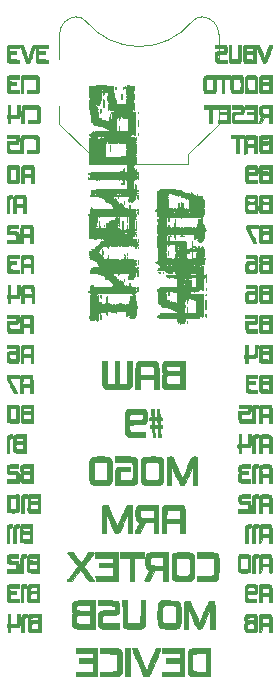
<source format=gbr>
G04 #@! TF.GenerationSoftware,KiCad,Pcbnew,(5.0.0)*
G04 #@! TF.CreationDate,2018-12-13T18:38:50+00:00*
G04 #@! TF.ProjectId,mogo,6D6F676F2E6B696361645F7063620000,rev?*
G04 #@! TF.SameCoordinates,Original*
G04 #@! TF.FileFunction,Legend,Bot*
G04 #@! TF.FilePolarity,Positive*
%FSLAX46Y46*%
G04 Gerber Fmt 4.6, Leading zero omitted, Abs format (unit mm)*
G04 Created by KiCad (PCBNEW (5.0.0)) date 12/13/18 18:38:50*
%MOMM*%
%LPD*%
G01*
G04 APERTURE LIST*
%ADD10C,0.120000*%
%ADD11C,0.010000*%
G04 APERTURE END LIST*
D10*
G04 #@! TO.C,BT1*
X88030000Y-115210000D02*
X88030000Y-113760000D01*
X85430000Y-117810000D02*
X88030000Y-115210000D01*
X85430000Y-118610000D02*
X85430000Y-117810000D01*
X77130000Y-118610000D02*
X85430000Y-118610000D01*
X77130000Y-117810000D02*
X77130000Y-118610000D01*
X74530000Y-115210000D02*
X77130000Y-117810000D01*
X74530000Y-113760000D02*
X74530000Y-115210000D01*
X74530000Y-109760000D02*
X74530000Y-107660000D01*
X88030000Y-109760000D02*
X88030000Y-107660000D01*
X74530000Y-107710000D02*
G75*
G02X75980000Y-106160000I1500000J50000D01*
G01*
X88030000Y-107710000D02*
G75*
G03X86580000Y-106160000I-1500000J50000D01*
G01*
X85770661Y-106571329D02*
G75*
G02X76780000Y-106560000I-4490661J3711329D01*
G01*
X75865385Y-106175840D02*
G75*
G02X76780000Y-106560000I124615J-984160D01*
G01*
X86694615Y-106175840D02*
G75*
G03X85780000Y-106560000I-124615J-984160D01*
G01*
D11*
G04 #@! TO.C,G\002A\002A\002A*
G36*
X78773026Y-116788878D02*
X78685974Y-116795668D01*
X78640748Y-116809202D01*
X78626467Y-116831292D01*
X78626316Y-116834762D01*
X78637479Y-116858054D01*
X78678223Y-116872563D01*
X78759425Y-116880101D01*
X78891964Y-116882481D01*
X78912782Y-116882506D01*
X79052537Y-116880645D01*
X79139589Y-116873855D01*
X79184816Y-116860321D01*
X79199097Y-116838231D01*
X79199248Y-116834762D01*
X79188084Y-116811469D01*
X79147341Y-116796960D01*
X79066139Y-116789422D01*
X78933599Y-116787042D01*
X78912782Y-116787017D01*
X78773026Y-116788878D01*
X78773026Y-116788878D01*
G37*
X78773026Y-116788878D02*
X78685974Y-116795668D01*
X78640748Y-116809202D01*
X78626467Y-116831292D01*
X78626316Y-116834762D01*
X78637479Y-116858054D01*
X78678223Y-116872563D01*
X78759425Y-116880101D01*
X78891964Y-116882481D01*
X78912782Y-116882506D01*
X79052537Y-116880645D01*
X79139589Y-116873855D01*
X79184816Y-116860321D01*
X79199097Y-116838231D01*
X79199248Y-116834762D01*
X79188084Y-116811469D01*
X79147341Y-116796960D01*
X79066139Y-116789422D01*
X78933599Y-116787042D01*
X78912782Y-116787017D01*
X78773026Y-116788878D01*
G36*
X79359321Y-116843068D02*
X79358396Y-116850676D01*
X79382617Y-116881581D01*
X79390225Y-116882506D01*
X79421130Y-116858284D01*
X79422055Y-116850676D01*
X79397834Y-116819772D01*
X79390225Y-116818847D01*
X79359321Y-116843068D01*
X79359321Y-116843068D01*
G37*
X79359321Y-116843068D02*
X79358396Y-116850676D01*
X79382617Y-116881581D01*
X79390225Y-116882506D01*
X79421130Y-116858284D01*
X79422055Y-116850676D01*
X79397834Y-116819772D01*
X79390225Y-116818847D01*
X79359321Y-116843068D01*
G36*
X78827228Y-117085987D02*
X78825489Y-117114594D01*
X78821215Y-117266599D01*
X78821994Y-117429912D01*
X78825591Y-117528378D01*
X78829583Y-117571437D01*
X78832939Y-117556145D01*
X78835384Y-117487810D01*
X78836645Y-117371740D01*
X78836756Y-117312205D01*
X78835995Y-117179975D01*
X78833972Y-117095004D01*
X78830959Y-117062079D01*
X78827228Y-117085987D01*
X78827228Y-117085987D01*
G37*
X78827228Y-117085987D02*
X78825489Y-117114594D01*
X78821215Y-117266599D01*
X78821994Y-117429912D01*
X78825591Y-117528378D01*
X78829583Y-117571437D01*
X78832939Y-117556145D01*
X78835384Y-117487810D01*
X78836645Y-117371740D01*
X78836756Y-117312205D01*
X78835995Y-117179975D01*
X78833972Y-117095004D01*
X78830959Y-117062079D01*
X78827228Y-117085987D01*
G36*
X78573598Y-121167169D02*
X78578571Y-121179498D01*
X78607174Y-121209863D01*
X78612279Y-121211328D01*
X78625951Y-121186702D01*
X78626316Y-121179498D01*
X78601847Y-121148892D01*
X78592608Y-121147669D01*
X78573598Y-121167169D01*
X78573598Y-121167169D01*
G37*
X78573598Y-121167169D02*
X78578571Y-121179498D01*
X78607174Y-121209863D01*
X78612279Y-121211328D01*
X78625951Y-121186702D01*
X78626316Y-121179498D01*
X78601847Y-121148892D01*
X78592608Y-121147669D01*
X78573598Y-121167169D01*
G36*
X80257987Y-123176804D02*
X80253275Y-123316570D01*
X80255518Y-123465873D01*
X80257987Y-123511015D01*
X80262560Y-123549597D01*
X80266294Y-123530135D01*
X80268797Y-123458243D01*
X80269678Y-123343909D01*
X80268741Y-123226584D01*
X80266193Y-123156250D01*
X80262427Y-123138521D01*
X80257987Y-123176804D01*
X80257987Y-123176804D01*
G37*
X80257987Y-123176804D02*
X80253275Y-123316570D01*
X80255518Y-123465873D01*
X80257987Y-123511015D01*
X80262560Y-123549597D01*
X80266294Y-123530135D01*
X80268797Y-123458243D01*
X80269678Y-123343909D01*
X80268741Y-123226584D01*
X80266193Y-123156250D01*
X80262427Y-123138521D01*
X80257987Y-123176804D01*
G36*
X79565938Y-123063907D02*
X79544831Y-123123249D01*
X79537437Y-123156911D01*
X79527079Y-123240922D01*
X79519884Y-123360854D01*
X79517544Y-123475206D01*
X79520439Y-123595023D01*
X79530833Y-123663126D01*
X79551292Y-123691269D01*
X79565288Y-123694035D01*
X79587552Y-123683517D01*
X79601846Y-123644982D01*
X79609741Y-123567959D01*
X79612807Y-123441979D01*
X79613032Y-123375739D01*
X79609443Y-123222883D01*
X79599536Y-123117465D01*
X79584603Y-123063226D01*
X79565938Y-123063907D01*
X79565938Y-123063907D01*
G37*
X79565938Y-123063907D02*
X79544831Y-123123249D01*
X79537437Y-123156911D01*
X79527079Y-123240922D01*
X79519884Y-123360854D01*
X79517544Y-123475206D01*
X79520439Y-123595023D01*
X79530833Y-123663126D01*
X79551292Y-123691269D01*
X79565288Y-123694035D01*
X79587552Y-123683517D01*
X79601846Y-123644982D01*
X79609741Y-123567959D01*
X79612807Y-123441979D01*
X79613032Y-123375739D01*
X79609443Y-123222883D01*
X79599536Y-123117465D01*
X79584603Y-123063226D01*
X79565938Y-123063907D01*
G36*
X80249624Y-123837268D02*
X80265539Y-123853183D01*
X80281454Y-123837268D01*
X80265539Y-123821353D01*
X80249624Y-123837268D01*
X80249624Y-123837268D01*
G37*
X80249624Y-123837268D02*
X80265539Y-123853183D01*
X80281454Y-123837268D01*
X80265539Y-123821353D01*
X80249624Y-123837268D01*
G36*
X78287132Y-123840853D02*
X78292105Y-123853183D01*
X78320707Y-123883547D01*
X78325813Y-123885012D01*
X78339485Y-123860386D01*
X78339850Y-123853183D01*
X78315380Y-123822576D01*
X78306141Y-123821353D01*
X78287132Y-123840853D01*
X78287132Y-123840853D01*
G37*
X78287132Y-123840853D02*
X78292105Y-123853183D01*
X78320707Y-123883547D01*
X78325813Y-123885012D01*
X78339485Y-123860386D01*
X78339850Y-123853183D01*
X78315380Y-123822576D01*
X78306141Y-123821353D01*
X78287132Y-123840853D01*
G36*
X79522821Y-123828163D02*
X79517544Y-123833862D01*
X79542433Y-123854386D01*
X79565288Y-123864693D01*
X79606274Y-123865355D01*
X79613032Y-123852184D01*
X79587237Y-123824826D01*
X79565288Y-123821353D01*
X79522821Y-123828163D01*
X79522821Y-123828163D01*
G37*
X79522821Y-123828163D02*
X79517544Y-123833862D01*
X79542433Y-123854386D01*
X79565288Y-123864693D01*
X79606274Y-123865355D01*
X79613032Y-123852184D01*
X79587237Y-123824826D01*
X79565288Y-123821353D01*
X79522821Y-123828163D01*
G36*
X78573266Y-127715171D02*
X78577636Y-127734094D01*
X78594486Y-127736391D01*
X78620685Y-127724745D01*
X78615706Y-127715171D01*
X78577932Y-127711361D01*
X78573266Y-127715171D01*
X78573266Y-127715171D01*
G37*
X78573266Y-127715171D02*
X78577636Y-127734094D01*
X78594486Y-127736391D01*
X78620685Y-127724745D01*
X78615706Y-127715171D01*
X78577932Y-127711361D01*
X78573266Y-127715171D01*
G36*
X84525397Y-121285597D02*
X84529766Y-121304520D01*
X84546616Y-121306817D01*
X84572816Y-121295171D01*
X84567836Y-121285597D01*
X84530062Y-121281788D01*
X84525397Y-121285597D01*
X84525397Y-121285597D01*
G37*
X84525397Y-121285597D02*
X84529766Y-121304520D01*
X84546616Y-121306817D01*
X84572816Y-121295171D01*
X84567836Y-121285597D01*
X84530062Y-121281788D01*
X84525397Y-121285597D01*
G36*
X83727374Y-126010703D02*
X83722701Y-126144812D01*
X83724807Y-126283388D01*
X83727525Y-126328999D01*
X83732276Y-126362330D01*
X83736094Y-126338135D01*
X83738552Y-126262544D01*
X83739252Y-126160827D01*
X83738212Y-126047885D01*
X83735506Y-125983083D01*
X83731557Y-125971801D01*
X83727374Y-126010703D01*
X83727374Y-126010703D01*
G37*
X83727374Y-126010703D02*
X83722701Y-126144812D01*
X83724807Y-126283388D01*
X83727525Y-126328999D01*
X83732276Y-126362330D01*
X83736094Y-126338135D01*
X83738552Y-126262544D01*
X83739252Y-126160827D01*
X83738212Y-126047885D01*
X83735506Y-125983083D01*
X83731557Y-125971801D01*
X83727374Y-126010703D01*
G36*
X85748183Y-126599330D02*
X85724160Y-126605571D01*
X85756656Y-126610136D01*
X85838537Y-126612141D01*
X85851629Y-126612168D01*
X85939075Y-126610538D01*
X85978010Y-126606239D01*
X85961301Y-126600156D01*
X85955075Y-126599330D01*
X85843464Y-126594063D01*
X85748183Y-126599330D01*
X85748183Y-126599330D01*
G37*
X85748183Y-126599330D02*
X85724160Y-126605571D01*
X85756656Y-126610136D01*
X85838537Y-126612141D01*
X85851629Y-126612168D01*
X85939075Y-126610538D01*
X85978010Y-126606239D01*
X85961301Y-126600156D01*
X85955075Y-126599330D01*
X85843464Y-126594063D01*
X85748183Y-126599330D01*
G36*
X83721259Y-130143646D02*
X83740218Y-130201618D01*
X83750877Y-130219097D01*
X83774095Y-130244094D01*
X83781865Y-130212481D01*
X83782219Y-130195225D01*
X83770618Y-130139341D01*
X83750877Y-130123609D01*
X83721259Y-130143646D01*
X83721259Y-130143646D01*
G37*
X83721259Y-130143646D02*
X83740218Y-130201618D01*
X83750877Y-130219097D01*
X83774095Y-130244094D01*
X83781865Y-130212481D01*
X83782219Y-130195225D01*
X83770618Y-130139341D01*
X83750877Y-130123609D01*
X83721259Y-130143646D01*
G36*
X70442704Y-108543651D02*
X70315323Y-108546127D01*
X70230077Y-108552081D01*
X70176207Y-108563008D01*
X70142951Y-108580402D01*
X70119549Y-108605758D01*
X70113710Y-108613899D01*
X70087187Y-108683756D01*
X70070268Y-108790596D01*
X70063368Y-108913885D01*
X70066905Y-109033091D01*
X70081295Y-109127683D01*
X70102356Y-109173383D01*
X70124162Y-109216696D01*
X70102356Y-109249774D01*
X70082210Y-109304428D01*
X70069369Y-109418462D01*
X70064240Y-109587971D01*
X70064160Y-109615814D01*
X70065299Y-109777500D01*
X70074490Y-109895495D01*
X70100394Y-109976680D01*
X70151672Y-110027935D01*
X70236986Y-110056142D01*
X70364997Y-110068182D01*
X70544367Y-110070935D01*
X70637093Y-110070977D01*
X71082707Y-110070977D01*
X71082707Y-109786470D01*
X70692794Y-109777533D01*
X70302882Y-109768596D01*
X70302882Y-109354812D01*
X70859900Y-109336418D01*
X70859900Y-109086739D01*
X70302882Y-109068345D01*
X70293003Y-108948985D01*
X70283125Y-108829624D01*
X71082707Y-108829624D01*
X71082707Y-108543158D01*
X70622983Y-108543158D01*
X70442704Y-108543651D01*
X70442704Y-108543651D01*
G37*
X70442704Y-108543651D02*
X70315323Y-108546127D01*
X70230077Y-108552081D01*
X70176207Y-108563008D01*
X70142951Y-108580402D01*
X70119549Y-108605758D01*
X70113710Y-108613899D01*
X70087187Y-108683756D01*
X70070268Y-108790596D01*
X70063368Y-108913885D01*
X70066905Y-109033091D01*
X70081295Y-109127683D01*
X70102356Y-109173383D01*
X70124162Y-109216696D01*
X70102356Y-109249774D01*
X70082210Y-109304428D01*
X70069369Y-109418462D01*
X70064240Y-109587971D01*
X70064160Y-109615814D01*
X70065299Y-109777500D01*
X70074490Y-109895495D01*
X70100394Y-109976680D01*
X70151672Y-110027935D01*
X70236986Y-110056142D01*
X70364997Y-110068182D01*
X70544367Y-110070935D01*
X70637093Y-110070977D01*
X71082707Y-110070977D01*
X71082707Y-109786470D01*
X70692794Y-109777533D01*
X70302882Y-109768596D01*
X70302882Y-109354812D01*
X70859900Y-109336418D01*
X70859900Y-109086739D01*
X70302882Y-109068345D01*
X70293003Y-108948985D01*
X70283125Y-108829624D01*
X71082707Y-108829624D01*
X71082707Y-108543158D01*
X70622983Y-108543158D01*
X70442704Y-108543651D01*
G36*
X72369111Y-108542695D02*
X72298803Y-108559045D01*
X72251303Y-108588160D01*
X72244769Y-108598859D01*
X72226773Y-108647777D01*
X72192465Y-108744620D01*
X72146158Y-108877092D01*
X72092164Y-109032892D01*
X72068972Y-109100175D01*
X72011520Y-109266225D01*
X71958416Y-109418076D01*
X71914490Y-109542031D01*
X71884573Y-109624395D01*
X71878142Y-109641278D01*
X71840666Y-109736767D01*
X71767027Y-109529874D01*
X71726948Y-109416301D01*
X71673397Y-109263212D01*
X71613592Y-109091296D01*
X71558830Y-108933070D01*
X71424272Y-108543158D01*
X71301233Y-108543158D01*
X71213748Y-108552646D01*
X71180480Y-108579574D01*
X71180394Y-108582944D01*
X71191516Y-108622964D01*
X71221562Y-108713944D01*
X71267477Y-108847101D01*
X71326207Y-109013651D01*
X71394697Y-109204810D01*
X71443292Y-109338897D01*
X71703992Y-110055062D01*
X71839054Y-110064854D01*
X71927676Y-110066171D01*
X71974862Y-110047721D01*
X72001789Y-110001219D01*
X72001798Y-110001195D01*
X72020368Y-109950198D01*
X72056635Y-109849148D01*
X72107045Y-109707999D01*
X72168046Y-109536705D01*
X72236084Y-109345223D01*
X72260916Y-109275238D01*
X72329608Y-109081647D01*
X72391564Y-108907190D01*
X72443468Y-108761194D01*
X72482003Y-108652986D01*
X72503853Y-108591890D01*
X72507099Y-108582944D01*
X72494237Y-108553371D01*
X72441248Y-108540379D01*
X72369111Y-108542695D01*
X72369111Y-108542695D01*
G37*
X72369111Y-108542695D02*
X72298803Y-108559045D01*
X72251303Y-108588160D01*
X72244769Y-108598859D01*
X72226773Y-108647777D01*
X72192465Y-108744620D01*
X72146158Y-108877092D01*
X72092164Y-109032892D01*
X72068972Y-109100175D01*
X72011520Y-109266225D01*
X71958416Y-109418076D01*
X71914490Y-109542031D01*
X71884573Y-109624395D01*
X71878142Y-109641278D01*
X71840666Y-109736767D01*
X71767027Y-109529874D01*
X71726948Y-109416301D01*
X71673397Y-109263212D01*
X71613592Y-109091296D01*
X71558830Y-108933070D01*
X71424272Y-108543158D01*
X71301233Y-108543158D01*
X71213748Y-108552646D01*
X71180480Y-108579574D01*
X71180394Y-108582944D01*
X71191516Y-108622964D01*
X71221562Y-108713944D01*
X71267477Y-108847101D01*
X71326207Y-109013651D01*
X71394697Y-109204810D01*
X71443292Y-109338897D01*
X71703992Y-110055062D01*
X71839054Y-110064854D01*
X71927676Y-110066171D01*
X71974862Y-110047721D01*
X72001789Y-110001219D01*
X72001798Y-110001195D01*
X72020368Y-109950198D01*
X72056635Y-109849148D01*
X72107045Y-109707999D01*
X72168046Y-109536705D01*
X72236084Y-109345223D01*
X72260916Y-109275238D01*
X72329608Y-109081647D01*
X72391564Y-108907190D01*
X72443468Y-108761194D01*
X72482003Y-108652986D01*
X72503853Y-108591890D01*
X72507099Y-108582944D01*
X72494237Y-108553371D01*
X72441248Y-108540379D01*
X72369111Y-108542695D01*
G36*
X72892862Y-108543513D02*
X72765840Y-108545672D01*
X72680965Y-108551275D01*
X72627484Y-108561961D01*
X72594640Y-108579372D01*
X72571678Y-108605147D01*
X72560845Y-108621221D01*
X72533153Y-108681566D01*
X72521459Y-108763557D01*
X72523819Y-108885015D01*
X72526958Y-108931559D01*
X72534866Y-109038375D01*
X72539876Y-109118075D01*
X72541985Y-109187277D01*
X72541191Y-109262598D01*
X72537493Y-109360658D01*
X72530889Y-109498073D01*
X72526889Y-109578782D01*
X72520782Y-109727373D01*
X72521329Y-109827571D01*
X72530469Y-109894466D01*
X72550142Y-109943149D01*
X72579039Y-109984609D01*
X72646976Y-110070977D01*
X73533584Y-110070977D01*
X73533584Y-109786470D01*
X73143672Y-109777533D01*
X72753759Y-109768596D01*
X72753759Y-109354812D01*
X73310777Y-109336418D01*
X73310777Y-109086739D01*
X72753759Y-109068345D01*
X72743881Y-108948985D01*
X72734002Y-108829624D01*
X73533584Y-108829624D01*
X73533584Y-108543158D01*
X73072789Y-108543158D01*
X72892862Y-108543513D01*
X72892862Y-108543513D01*
G37*
X72892862Y-108543513D02*
X72765840Y-108545672D01*
X72680965Y-108551275D01*
X72627484Y-108561961D01*
X72594640Y-108579372D01*
X72571678Y-108605147D01*
X72560845Y-108621221D01*
X72533153Y-108681566D01*
X72521459Y-108763557D01*
X72523819Y-108885015D01*
X72526958Y-108931559D01*
X72534866Y-109038375D01*
X72539876Y-109118075D01*
X72541985Y-109187277D01*
X72541191Y-109262598D01*
X72537493Y-109360658D01*
X72530889Y-109498073D01*
X72526889Y-109578782D01*
X72520782Y-109727373D01*
X72521329Y-109827571D01*
X72530469Y-109894466D01*
X72550142Y-109943149D01*
X72579039Y-109984609D01*
X72646976Y-110070977D01*
X73533584Y-110070977D01*
X73533584Y-109786470D01*
X73143672Y-109777533D01*
X72753759Y-109768596D01*
X72753759Y-109354812D01*
X73310777Y-109336418D01*
X73310777Y-109086739D01*
X72753759Y-109068345D01*
X72743881Y-108948985D01*
X72734002Y-108829624D01*
X73533584Y-108829624D01*
X73533584Y-108543158D01*
X73072789Y-108543158D01*
X72892862Y-108543513D01*
G36*
X87703872Y-108678433D02*
X87713659Y-108813709D01*
X88095614Y-108829624D01*
X88256746Y-108836893D01*
X88365142Y-108844426D01*
X88431685Y-108854698D01*
X88467261Y-108870188D01*
X88482752Y-108893370D01*
X88487970Y-108918907D01*
X88488329Y-108989694D01*
X88459846Y-109037565D01*
X88393732Y-109066575D01*
X88281199Y-109080781D01*
X88129630Y-109084260D01*
X87964192Y-109088044D01*
X87850404Y-109103156D01*
X87776510Y-109135238D01*
X87730755Y-109189932D01*
X87701385Y-109272878D01*
X87696754Y-109292005D01*
X87672692Y-109449928D01*
X87668313Y-109615612D01*
X87681817Y-109773402D01*
X87711404Y-109907640D01*
X87755273Y-110002671D01*
X87781652Y-110030338D01*
X87835292Y-110049260D01*
X87938906Y-110062070D01*
X88097238Y-110069159D01*
X88276760Y-110070977D01*
X88716291Y-110070977D01*
X88716291Y-109784511D01*
X87950805Y-109784511D01*
X87917429Y-109696980D01*
X87900712Y-109608621D01*
X87901198Y-109499567D01*
X87904252Y-109474173D01*
X87924452Y-109338897D01*
X88206896Y-109338897D01*
X88383962Y-109334876D01*
X88509055Y-109320342D01*
X88593497Y-109291589D01*
X88648607Y-109244911D01*
X88683115Y-109183000D01*
X88703877Y-109093888D01*
X88712182Y-108972460D01*
X88709002Y-108839738D01*
X88695312Y-108716741D01*
X88672084Y-108624492D01*
X88655872Y-108594806D01*
X88629282Y-108574024D01*
X88583049Y-108559520D01*
X88507063Y-108550253D01*
X88391210Y-108545184D01*
X88225378Y-108543273D01*
X88153546Y-108543158D01*
X87694084Y-108543158D01*
X87703872Y-108678433D01*
X87703872Y-108678433D01*
G37*
X87703872Y-108678433D02*
X87713659Y-108813709D01*
X88095614Y-108829624D01*
X88256746Y-108836893D01*
X88365142Y-108844426D01*
X88431685Y-108854698D01*
X88467261Y-108870188D01*
X88482752Y-108893370D01*
X88487970Y-108918907D01*
X88488329Y-108989694D01*
X88459846Y-109037565D01*
X88393732Y-109066575D01*
X88281199Y-109080781D01*
X88129630Y-109084260D01*
X87964192Y-109088044D01*
X87850404Y-109103156D01*
X87776510Y-109135238D01*
X87730755Y-109189932D01*
X87701385Y-109272878D01*
X87696754Y-109292005D01*
X87672692Y-109449928D01*
X87668313Y-109615612D01*
X87681817Y-109773402D01*
X87711404Y-109907640D01*
X87755273Y-110002671D01*
X87781652Y-110030338D01*
X87835292Y-110049260D01*
X87938906Y-110062070D01*
X88097238Y-110069159D01*
X88276760Y-110070977D01*
X88716291Y-110070977D01*
X88716291Y-109784511D01*
X87950805Y-109784511D01*
X87917429Y-109696980D01*
X87900712Y-109608621D01*
X87901198Y-109499567D01*
X87904252Y-109474173D01*
X87924452Y-109338897D01*
X88206896Y-109338897D01*
X88383962Y-109334876D01*
X88509055Y-109320342D01*
X88593497Y-109291589D01*
X88648607Y-109244911D01*
X88683115Y-109183000D01*
X88703877Y-109093888D01*
X88712182Y-108972460D01*
X88709002Y-108839738D01*
X88695312Y-108716741D01*
X88672084Y-108624492D01*
X88655872Y-108594806D01*
X88629282Y-108574024D01*
X88583049Y-108559520D01*
X88507063Y-108550253D01*
X88391210Y-108545184D01*
X88225378Y-108543273D01*
X88153546Y-108543158D01*
X87694084Y-108543158D01*
X87703872Y-108678433D01*
G36*
X89663908Y-109155877D02*
X89655263Y-109768596D01*
X89387438Y-109777925D01*
X89239192Y-109779528D01*
X89145727Y-109771313D01*
X89098794Y-109752388D01*
X89093502Y-109746096D01*
X89085127Y-109702300D01*
X89077811Y-109605786D01*
X89072023Y-109467493D01*
X89068230Y-109298360D01*
X89066903Y-109124047D01*
X89066416Y-108543158D01*
X88843609Y-108543158D01*
X88843609Y-109213671D01*
X88844668Y-109458742D01*
X88848541Y-109648218D01*
X88856273Y-109790140D01*
X88868909Y-109892546D01*
X88887492Y-109963477D01*
X88913067Y-110010972D01*
X88946679Y-110043072D01*
X88951820Y-110046617D01*
X88995497Y-110055519D01*
X89089470Y-110062940D01*
X89220378Y-110068159D01*
X89374862Y-110070449D01*
X89391935Y-110070490D01*
X89797029Y-110070977D01*
X89853464Y-109984953D01*
X89872695Y-109948274D01*
X89887455Y-109898560D01*
X89898517Y-109826954D01*
X89906653Y-109724602D01*
X89912637Y-109582648D01*
X89917241Y-109392237D01*
X89920121Y-109221044D01*
X89930343Y-108543158D01*
X89672552Y-108543158D01*
X89663908Y-109155877D01*
X89663908Y-109155877D01*
G37*
X89663908Y-109155877D02*
X89655263Y-109768596D01*
X89387438Y-109777925D01*
X89239192Y-109779528D01*
X89145727Y-109771313D01*
X89098794Y-109752388D01*
X89093502Y-109746096D01*
X89085127Y-109702300D01*
X89077811Y-109605786D01*
X89072023Y-109467493D01*
X89068230Y-109298360D01*
X89066903Y-109124047D01*
X89066416Y-108543158D01*
X88843609Y-108543158D01*
X88843609Y-109213671D01*
X88844668Y-109458742D01*
X88848541Y-109648218D01*
X88856273Y-109790140D01*
X88868909Y-109892546D01*
X88887492Y-109963477D01*
X88913067Y-110010972D01*
X88946679Y-110043072D01*
X88951820Y-110046617D01*
X88995497Y-110055519D01*
X89089470Y-110062940D01*
X89220378Y-110068159D01*
X89374862Y-110070449D01*
X89391935Y-110070490D01*
X89797029Y-110070977D01*
X89853464Y-109984953D01*
X89872695Y-109948274D01*
X89887455Y-109898560D01*
X89898517Y-109826954D01*
X89906653Y-109724602D01*
X89912637Y-109582648D01*
X89917241Y-109392237D01*
X89920121Y-109221044D01*
X89930343Y-108543158D01*
X89672552Y-108543158D01*
X89663908Y-109155877D01*
G36*
X90456576Y-108543583D02*
X90322691Y-108545760D01*
X90231795Y-108551039D01*
X90173553Y-108560773D01*
X90137631Y-108576311D01*
X90113695Y-108599004D01*
X90102682Y-108613899D01*
X90077144Y-108681761D01*
X90060306Y-108786918D01*
X90052711Y-108908970D01*
X90054901Y-109027513D01*
X90067417Y-109122147D01*
X90087911Y-109169966D01*
X90105060Y-109228063D01*
X90092101Y-109263863D01*
X90052876Y-109380663D01*
X90033539Y-109527064D01*
X90033310Y-109683665D01*
X90051408Y-109831063D01*
X90087052Y-109949857D01*
X90121939Y-110005509D01*
X90150103Y-110030891D01*
X90186648Y-110048732D01*
X90242354Y-110060347D01*
X90328001Y-110067049D01*
X90454370Y-110070152D01*
X90632240Y-110070970D01*
X90659135Y-110070977D01*
X91135338Y-110070977D01*
X91135338Y-109786900D01*
X90880702Y-109786900D01*
X90586278Y-109777748D01*
X90291855Y-109768596D01*
X90282247Y-109564602D01*
X90281905Y-109432720D01*
X90296710Y-109356519D01*
X90314077Y-109334325D01*
X90363733Y-109322036D01*
X90458919Y-109312687D01*
X90581517Y-109307872D01*
X90618108Y-109307555D01*
X90880702Y-109307067D01*
X90880702Y-109786900D01*
X91135338Y-109786900D01*
X91135338Y-109086649D01*
X90880702Y-109086649D01*
X90586278Y-109077497D01*
X90291855Y-109068345D01*
X90291855Y-108813709D01*
X90586278Y-108804557D01*
X90880702Y-108795405D01*
X90880702Y-109086649D01*
X91135338Y-109086649D01*
X91135338Y-108543158D01*
X90643785Y-108543158D01*
X90456576Y-108543583D01*
X90456576Y-108543583D01*
G37*
X90456576Y-108543583D02*
X90322691Y-108545760D01*
X90231795Y-108551039D01*
X90173553Y-108560773D01*
X90137631Y-108576311D01*
X90113695Y-108599004D01*
X90102682Y-108613899D01*
X90077144Y-108681761D01*
X90060306Y-108786918D01*
X90052711Y-108908970D01*
X90054901Y-109027513D01*
X90067417Y-109122147D01*
X90087911Y-109169966D01*
X90105060Y-109228063D01*
X90092101Y-109263863D01*
X90052876Y-109380663D01*
X90033539Y-109527064D01*
X90033310Y-109683665D01*
X90051408Y-109831063D01*
X90087052Y-109949857D01*
X90121939Y-110005509D01*
X90150103Y-110030891D01*
X90186648Y-110048732D01*
X90242354Y-110060347D01*
X90328001Y-110067049D01*
X90454370Y-110070152D01*
X90632240Y-110070970D01*
X90659135Y-110070977D01*
X91135338Y-110070977D01*
X91135338Y-109786900D01*
X90880702Y-109786900D01*
X90586278Y-109777748D01*
X90291855Y-109768596D01*
X90282247Y-109564602D01*
X90281905Y-109432720D01*
X90296710Y-109356519D01*
X90314077Y-109334325D01*
X90363733Y-109322036D01*
X90458919Y-109312687D01*
X90581517Y-109307872D01*
X90618108Y-109307555D01*
X90880702Y-109307067D01*
X90880702Y-109786900D01*
X91135338Y-109786900D01*
X91135338Y-109086649D01*
X90880702Y-109086649D01*
X90586278Y-109077497D01*
X90291855Y-109068345D01*
X90291855Y-108813709D01*
X90586278Y-108804557D01*
X90880702Y-108795405D01*
X90880702Y-109086649D01*
X91135338Y-109086649D01*
X91135338Y-108543158D01*
X90643785Y-108543158D01*
X90456576Y-108543583D01*
G36*
X91371058Y-109026738D02*
X91439181Y-109219428D01*
X91509414Y-109416923D01*
X91574887Y-109599982D01*
X91628733Y-109749364D01*
X91644414Y-109792468D01*
X91746121Y-110070977D01*
X91869309Y-110070977D01*
X91970777Y-110057179D01*
X92021798Y-110015275D01*
X92043486Y-109964766D01*
X92081344Y-109867168D01*
X92131646Y-109732880D01*
X92190668Y-109572300D01*
X92254684Y-109395827D01*
X92319969Y-109213858D01*
X92382798Y-109036793D01*
X92439445Y-108875029D01*
X92486186Y-108738965D01*
X92519294Y-108639000D01*
X92535046Y-108585531D01*
X92535839Y-108580414D01*
X92507049Y-108555209D01*
X92431741Y-108543451D01*
X92415011Y-108543158D01*
X92349580Y-108545673D01*
X92307840Y-108562279D01*
X92276957Y-108606568D01*
X92244093Y-108692130D01*
X92227135Y-108742092D01*
X92122298Y-109050631D01*
X92035572Y-109300407D01*
X91967113Y-109490997D01*
X91917077Y-109621973D01*
X91885620Y-109692911D01*
X91873995Y-109706209D01*
X91859047Y-109672482D01*
X91826995Y-109588182D01*
X91781356Y-109462964D01*
X91725647Y-109306482D01*
X91663386Y-109128388D01*
X91662106Y-109124696D01*
X91466107Y-108559072D01*
X91199409Y-108539518D01*
X91371058Y-109026738D01*
X91371058Y-109026738D01*
G37*
X91371058Y-109026738D02*
X91439181Y-109219428D01*
X91509414Y-109416923D01*
X91574887Y-109599982D01*
X91628733Y-109749364D01*
X91644414Y-109792468D01*
X91746121Y-110070977D01*
X91869309Y-110070977D01*
X91970777Y-110057179D01*
X92021798Y-110015275D01*
X92043486Y-109964766D01*
X92081344Y-109867168D01*
X92131646Y-109732880D01*
X92190668Y-109572300D01*
X92254684Y-109395827D01*
X92319969Y-109213858D01*
X92382798Y-109036793D01*
X92439445Y-108875029D01*
X92486186Y-108738965D01*
X92519294Y-108639000D01*
X92535046Y-108585531D01*
X92535839Y-108580414D01*
X92507049Y-108555209D01*
X92431741Y-108543451D01*
X92415011Y-108543158D01*
X92349580Y-108545673D01*
X92307840Y-108562279D01*
X92276957Y-108606568D01*
X92244093Y-108692130D01*
X92227135Y-108742092D01*
X92122298Y-109050631D01*
X92035572Y-109300407D01*
X91967113Y-109490997D01*
X91917077Y-109621973D01*
X91885620Y-109692911D01*
X91873995Y-109706209D01*
X91859047Y-109672482D01*
X91826995Y-109588182D01*
X91781356Y-109462964D01*
X91725647Y-109306482D01*
X91663386Y-109128388D01*
X91662106Y-109124696D01*
X91466107Y-108559072D01*
X91199409Y-108539518D01*
X91371058Y-109026738D01*
G36*
X79907093Y-112160527D02*
X79899499Y-112171729D01*
X79869881Y-112237596D01*
X79888839Y-112266233D01*
X79899499Y-112267218D01*
X79924153Y-112240260D01*
X79930841Y-112195601D01*
X79925815Y-112149092D01*
X79907093Y-112160527D01*
X79907093Y-112160527D01*
G37*
X79907093Y-112160527D02*
X79899499Y-112171729D01*
X79869881Y-112237596D01*
X79888839Y-112266233D01*
X79899499Y-112267218D01*
X79924153Y-112240260D01*
X79930841Y-112195601D01*
X79925815Y-112149092D01*
X79907093Y-112160527D01*
G36*
X79272274Y-112131942D02*
X79267008Y-112224693D01*
X79272274Y-112275175D01*
X79280145Y-112290259D01*
X79285139Y-112250268D01*
X79286068Y-112203559D01*
X79283584Y-112134716D01*
X79277236Y-112115818D01*
X79272274Y-112131942D01*
X79272274Y-112131942D01*
G37*
X79272274Y-112131942D02*
X79267008Y-112224693D01*
X79272274Y-112275175D01*
X79280145Y-112290259D01*
X79285139Y-112250268D01*
X79286068Y-112203559D01*
X79283584Y-112134716D01*
X79277236Y-112115818D01*
X79272274Y-112131942D01*
G36*
X70441978Y-111121711D02*
X70314949Y-111123875D01*
X70230071Y-111129482D01*
X70176590Y-111140170D01*
X70143752Y-111157575D01*
X70120804Y-111183335D01*
X70110066Y-111199266D01*
X70083122Y-111257678D01*
X70070825Y-111337727D01*
X70071374Y-111456273D01*
X70075258Y-111525520D01*
X70082473Y-111634406D01*
X70087153Y-111712765D01*
X70089294Y-111777117D01*
X70088889Y-111843980D01*
X70085935Y-111929873D01*
X70080426Y-112051315D01*
X70075058Y-112166057D01*
X70068009Y-112338210D01*
X70070776Y-112463684D01*
X70091711Y-112549859D01*
X70139167Y-112604114D01*
X70221497Y-112633829D01*
X70347053Y-112646381D01*
X70524189Y-112649152D01*
X70621912Y-112649173D01*
X71082707Y-112649173D01*
X71082707Y-112364666D01*
X70692794Y-112355729D01*
X70302882Y-112346792D01*
X70302882Y-111933007D01*
X70581391Y-111923811D01*
X70859900Y-111914614D01*
X70859900Y-111664934D01*
X70581391Y-111655738D01*
X70302882Y-111646541D01*
X70293003Y-111527180D01*
X70283125Y-111407819D01*
X71082707Y-111407819D01*
X71082707Y-111121353D01*
X70621912Y-111121353D01*
X70441978Y-111121711D01*
X70441978Y-111121711D01*
G37*
X70441978Y-111121711D02*
X70314949Y-111123875D01*
X70230071Y-111129482D01*
X70176590Y-111140170D01*
X70143752Y-111157575D01*
X70120804Y-111183335D01*
X70110066Y-111199266D01*
X70083122Y-111257678D01*
X70070825Y-111337727D01*
X70071374Y-111456273D01*
X70075258Y-111525520D01*
X70082473Y-111634406D01*
X70087153Y-111712765D01*
X70089294Y-111777117D01*
X70088889Y-111843980D01*
X70085935Y-111929873D01*
X70080426Y-112051315D01*
X70075058Y-112166057D01*
X70068009Y-112338210D01*
X70070776Y-112463684D01*
X70091711Y-112549859D01*
X70139167Y-112604114D01*
X70221497Y-112633829D01*
X70347053Y-112646381D01*
X70524189Y-112649152D01*
X70621912Y-112649173D01*
X71082707Y-112649173D01*
X71082707Y-112364666D01*
X70692794Y-112355729D01*
X70302882Y-112346792D01*
X70302882Y-111933007D01*
X70581391Y-111923811D01*
X70859900Y-111914614D01*
X70859900Y-111664934D01*
X70581391Y-111655738D01*
X70302882Y-111646541D01*
X70293003Y-111527180D01*
X70283125Y-111407819D01*
X71082707Y-111407819D01*
X71082707Y-111121353D01*
X70621912Y-111121353D01*
X70441978Y-111121711D01*
G36*
X71443201Y-111122523D02*
X71375784Y-111130816D01*
X71325396Y-111153411D01*
X71289558Y-111197484D01*
X71265791Y-111270213D01*
X71251616Y-111378775D01*
X71244554Y-111530348D01*
X71242126Y-111732109D01*
X71241855Y-111956004D01*
X71241855Y-112649173D01*
X71463287Y-112649173D01*
X71471932Y-112036453D01*
X71480576Y-111423734D01*
X71599937Y-111413855D01*
X71673640Y-111404619D01*
X71708290Y-111380706D01*
X71718630Y-111323441D01*
X71719298Y-111262665D01*
X71719298Y-111121353D01*
X71530126Y-111121353D01*
X71443201Y-111122523D01*
X71443201Y-111122523D01*
G37*
X71443201Y-111122523D02*
X71375784Y-111130816D01*
X71325396Y-111153411D01*
X71289558Y-111197484D01*
X71265791Y-111270213D01*
X71251616Y-111378775D01*
X71244554Y-111530348D01*
X71242126Y-111732109D01*
X71241855Y-111956004D01*
X71241855Y-112649173D01*
X71463287Y-112649173D01*
X71471932Y-112036453D01*
X71480576Y-111423734D01*
X71599937Y-111413855D01*
X71673640Y-111404619D01*
X71708290Y-111380706D01*
X71718630Y-111323441D01*
X71719298Y-111262665D01*
X71719298Y-111121353D01*
X71530126Y-111121353D01*
X71443201Y-111122523D01*
G36*
X71782957Y-111405860D02*
X72172870Y-111414797D01*
X72562782Y-111423734D01*
X72562782Y-112346792D01*
X72172870Y-112355729D01*
X71782957Y-112364666D01*
X71782957Y-112649173D01*
X72242681Y-112649173D01*
X72422960Y-112648679D01*
X72550341Y-112646203D01*
X72635587Y-112640249D01*
X72689457Y-112629322D01*
X72722713Y-112611928D01*
X72746115Y-112586572D01*
X72751954Y-112578431D01*
X72769637Y-112542820D01*
X72782715Y-112487811D01*
X72791815Y-112404648D01*
X72797562Y-112284575D01*
X72800582Y-112118836D01*
X72801502Y-111898676D01*
X72801504Y-111885263D01*
X72800679Y-111661961D01*
X72797786Y-111493546D01*
X72792200Y-111371262D01*
X72783294Y-111286355D01*
X72770444Y-111230067D01*
X72753022Y-111193644D01*
X72751954Y-111192094D01*
X72729355Y-111164407D01*
X72699720Y-111145072D01*
X72652287Y-111132597D01*
X72576297Y-111125485D01*
X72460988Y-111122242D01*
X72295599Y-111121374D01*
X72242681Y-111121353D01*
X71782957Y-111121353D01*
X71782957Y-111405860D01*
X71782957Y-111405860D01*
G37*
X71782957Y-111405860D02*
X72172870Y-111414797D01*
X72562782Y-111423734D01*
X72562782Y-112346792D01*
X72172870Y-112355729D01*
X71782957Y-112364666D01*
X71782957Y-112649173D01*
X72242681Y-112649173D01*
X72422960Y-112648679D01*
X72550341Y-112646203D01*
X72635587Y-112640249D01*
X72689457Y-112629322D01*
X72722713Y-112611928D01*
X72746115Y-112586572D01*
X72751954Y-112578431D01*
X72769637Y-112542820D01*
X72782715Y-112487811D01*
X72791815Y-112404648D01*
X72797562Y-112284575D01*
X72800582Y-112118836D01*
X72801502Y-111898676D01*
X72801504Y-111885263D01*
X72800679Y-111661961D01*
X72797786Y-111493546D01*
X72792200Y-111371262D01*
X72783294Y-111286355D01*
X72770444Y-111230067D01*
X72753022Y-111193644D01*
X72751954Y-111192094D01*
X72729355Y-111164407D01*
X72699720Y-111145072D01*
X72652287Y-111132597D01*
X72576297Y-111125485D01*
X72460988Y-111122242D01*
X72295599Y-111121374D01*
X72242681Y-111121353D01*
X71782957Y-111121353D01*
X71782957Y-111405860D01*
G36*
X87082512Y-111121439D02*
X86951679Y-111126716D01*
X86855791Y-111144714D01*
X86789432Y-111182963D01*
X86747183Y-111248993D01*
X86723630Y-111350334D01*
X86713353Y-111494515D01*
X86710938Y-111689068D01*
X86711027Y-111875733D01*
X86712422Y-112107192D01*
X86717426Y-112283553D01*
X86727269Y-112413333D01*
X86743183Y-112505050D01*
X86766397Y-112567220D01*
X86798141Y-112608360D01*
X86819239Y-112624813D01*
X86862916Y-112633714D01*
X86956888Y-112641136D01*
X87087796Y-112646354D01*
X87242280Y-112648644D01*
X87259354Y-112648685D01*
X87664447Y-112649173D01*
X87720883Y-112563041D01*
X87741152Y-112524753D01*
X87755994Y-112474392D01*
X87766218Y-112402246D01*
X87772630Y-112298604D01*
X87776041Y-112153753D01*
X87777259Y-111957983D01*
X87777318Y-111885263D01*
X87777260Y-111867474D01*
X87569991Y-111867474D01*
X87569760Y-112055734D01*
X87565524Y-112189435D01*
X87551161Y-112277645D01*
X87520549Y-112329428D01*
X87467566Y-112353851D01*
X87386089Y-112359980D01*
X87269996Y-112356880D01*
X87240162Y-112355890D01*
X86949749Y-112346792D01*
X86949749Y-111423734D01*
X87219699Y-111414370D01*
X87355845Y-111411483D01*
X87451230Y-111420084D01*
X87513087Y-111449531D01*
X87548651Y-111509184D01*
X87565158Y-111608398D01*
X87569841Y-111756533D01*
X87569991Y-111867474D01*
X87777260Y-111867474D01*
X87776617Y-111671693D01*
X87773974Y-111512061D01*
X87768580Y-111396655D01*
X87759628Y-111315763D01*
X87746307Y-111259673D01*
X87727811Y-111218674D01*
X87720883Y-111207484D01*
X87664447Y-111121353D01*
X87253707Y-111121353D01*
X87082512Y-111121439D01*
X87082512Y-111121439D01*
G37*
X87082512Y-111121439D02*
X86951679Y-111126716D01*
X86855791Y-111144714D01*
X86789432Y-111182963D01*
X86747183Y-111248993D01*
X86723630Y-111350334D01*
X86713353Y-111494515D01*
X86710938Y-111689068D01*
X86711027Y-111875733D01*
X86712422Y-112107192D01*
X86717426Y-112283553D01*
X86727269Y-112413333D01*
X86743183Y-112505050D01*
X86766397Y-112567220D01*
X86798141Y-112608360D01*
X86819239Y-112624813D01*
X86862916Y-112633714D01*
X86956888Y-112641136D01*
X87087796Y-112646354D01*
X87242280Y-112648644D01*
X87259354Y-112648685D01*
X87664447Y-112649173D01*
X87720883Y-112563041D01*
X87741152Y-112524753D01*
X87755994Y-112474392D01*
X87766218Y-112402246D01*
X87772630Y-112298604D01*
X87776041Y-112153753D01*
X87777259Y-111957983D01*
X87777318Y-111885263D01*
X87777260Y-111867474D01*
X87569991Y-111867474D01*
X87569760Y-112055734D01*
X87565524Y-112189435D01*
X87551161Y-112277645D01*
X87520549Y-112329428D01*
X87467566Y-112353851D01*
X87386089Y-112359980D01*
X87269996Y-112356880D01*
X87240162Y-112355890D01*
X86949749Y-112346792D01*
X86949749Y-111423734D01*
X87219699Y-111414370D01*
X87355845Y-111411483D01*
X87451230Y-111420084D01*
X87513087Y-111449531D01*
X87548651Y-111509184D01*
X87565158Y-111608398D01*
X87569841Y-111756533D01*
X87569991Y-111867474D01*
X87777260Y-111867474D01*
X87776617Y-111671693D01*
X87773974Y-111512061D01*
X87768580Y-111396655D01*
X87759628Y-111315763D01*
X87746307Y-111259673D01*
X87727811Y-111218674D01*
X87720883Y-111207484D01*
X87664447Y-111121353D01*
X87253707Y-111121353D01*
X87082512Y-111121439D01*
G36*
X87825063Y-111407819D02*
X88270677Y-111407819D01*
X88270677Y-112649173D01*
X88493484Y-112649173D01*
X88493484Y-111407819D01*
X88939098Y-111407819D01*
X88939098Y-111121353D01*
X87825063Y-111121353D01*
X87825063Y-111407819D01*
X87825063Y-111407819D01*
G37*
X87825063Y-111407819D02*
X88270677Y-111407819D01*
X88270677Y-112649173D01*
X88493484Y-112649173D01*
X88493484Y-111407819D01*
X88939098Y-111407819D01*
X88939098Y-111121353D01*
X87825063Y-111121353D01*
X87825063Y-111407819D01*
G36*
X89551083Y-111121840D02*
X89394896Y-111123780D01*
X89260879Y-111128724D01*
X89162394Y-111135949D01*
X89112798Y-111144728D01*
X89110968Y-111145713D01*
X89073829Y-111179417D01*
X89046025Y-111229860D01*
X89026301Y-111305619D01*
X89013400Y-111415271D01*
X89006066Y-111567393D01*
X89003045Y-111770563D01*
X89002757Y-111884751D01*
X89003913Y-112105604D01*
X89007824Y-112272006D01*
X89015155Y-112393132D01*
X89026569Y-112478157D01*
X89042732Y-112536256D01*
X89051319Y-112555264D01*
X89099880Y-112649173D01*
X89956176Y-112649173D01*
X90012612Y-112563041D01*
X90032882Y-112524753D01*
X90047724Y-112474392D01*
X90057947Y-112402246D01*
X90064360Y-112298604D01*
X90067771Y-112153753D01*
X90068989Y-111957983D01*
X90069036Y-111899042D01*
X89863188Y-111899042D01*
X89861327Y-112046468D01*
X89853765Y-112176677D01*
X89842034Y-112264378D01*
X89821913Y-112364984D01*
X89241479Y-112346792D01*
X89241479Y-111423734D01*
X89511429Y-111414370D01*
X89648343Y-111411689D01*
X89735939Y-111416571D01*
X89788324Y-111431101D01*
X89819603Y-111457364D01*
X89821767Y-111460241D01*
X89838638Y-111514997D01*
X89851437Y-111617152D01*
X89859756Y-111750551D01*
X89863188Y-111899042D01*
X90069036Y-111899042D01*
X90069048Y-111885263D01*
X90068346Y-111671693D01*
X90065703Y-111512061D01*
X90060310Y-111396655D01*
X90051357Y-111315763D01*
X90038037Y-111259673D01*
X90019540Y-111218674D01*
X90012612Y-111207484D01*
X89956176Y-111121353D01*
X89551083Y-111121840D01*
X89551083Y-111121840D01*
G37*
X89551083Y-111121840D02*
X89394896Y-111123780D01*
X89260879Y-111128724D01*
X89162394Y-111135949D01*
X89112798Y-111144728D01*
X89110968Y-111145713D01*
X89073829Y-111179417D01*
X89046025Y-111229860D01*
X89026301Y-111305619D01*
X89013400Y-111415271D01*
X89006066Y-111567393D01*
X89003045Y-111770563D01*
X89002757Y-111884751D01*
X89003913Y-112105604D01*
X89007824Y-112272006D01*
X89015155Y-112393132D01*
X89026569Y-112478157D01*
X89042732Y-112536256D01*
X89051319Y-112555264D01*
X89099880Y-112649173D01*
X89956176Y-112649173D01*
X90012612Y-112563041D01*
X90032882Y-112524753D01*
X90047724Y-112474392D01*
X90057947Y-112402246D01*
X90064360Y-112298604D01*
X90067771Y-112153753D01*
X90068989Y-111957983D01*
X90069036Y-111899042D01*
X89863188Y-111899042D01*
X89861327Y-112046468D01*
X89853765Y-112176677D01*
X89842034Y-112264378D01*
X89821913Y-112364984D01*
X89241479Y-112346792D01*
X89241479Y-111423734D01*
X89511429Y-111414370D01*
X89648343Y-111411689D01*
X89735939Y-111416571D01*
X89788324Y-111431101D01*
X89819603Y-111457364D01*
X89821767Y-111460241D01*
X89838638Y-111514997D01*
X89851437Y-111617152D01*
X89859756Y-111750551D01*
X89863188Y-111899042D01*
X90069036Y-111899042D01*
X90069048Y-111885263D01*
X90068346Y-111671693D01*
X90065703Y-111512061D01*
X90060310Y-111396655D01*
X90051357Y-111315763D01*
X90038037Y-111259673D01*
X90019540Y-111218674D01*
X90012612Y-111207484D01*
X89956176Y-111121353D01*
X89551083Y-111121840D01*
G36*
X90753383Y-111121353D02*
X90580741Y-111121292D01*
X90450852Y-111126388D01*
X90357472Y-111144561D01*
X90294357Y-111183728D01*
X90255262Y-111251809D01*
X90233944Y-111356722D01*
X90224158Y-111506387D01*
X90219659Y-111708723D01*
X90218053Y-111800256D01*
X90215783Y-111988063D01*
X90215960Y-112160625D01*
X90218400Y-112304887D01*
X90222916Y-112407797D01*
X90227260Y-112448491D01*
X90245998Y-112525427D01*
X90275371Y-112579789D01*
X90325502Y-112615457D01*
X90406513Y-112636311D01*
X90528527Y-112646233D01*
X90701665Y-112649102D01*
X90750724Y-112649173D01*
X90920196Y-112648360D01*
X91037931Y-112644782D01*
X91115845Y-112636730D01*
X91165851Y-112622496D01*
X91199863Y-112600372D01*
X91217936Y-112582172D01*
X91238822Y-112554299D01*
X91254307Y-112517293D01*
X91265186Y-112462003D01*
X91272256Y-112379280D01*
X91276312Y-112259975D01*
X91278152Y-112094937D01*
X91278339Y-112001305D01*
X91073251Y-112001305D01*
X91070758Y-112136800D01*
X91064033Y-112245140D01*
X91052755Y-112311197D01*
X91051920Y-112313502D01*
X91032789Y-112338105D01*
X90990450Y-112352471D01*
X90912626Y-112358277D01*
X90787038Y-112357201D01*
X90741582Y-112355893D01*
X90451002Y-112346792D01*
X90441803Y-111948922D01*
X90437253Y-111751698D01*
X90437299Y-111609248D01*
X90446703Y-111512688D01*
X90470224Y-111453132D01*
X90512623Y-111421695D01*
X90578659Y-111409493D01*
X90673094Y-111407641D01*
X90731709Y-111407819D01*
X90878966Y-111412633D01*
X90983417Y-111426185D01*
X91033484Y-111446015D01*
X91047329Y-111490353D01*
X91058550Y-111583179D01*
X91066825Y-111709366D01*
X91071832Y-111853784D01*
X91073251Y-112001305D01*
X91278339Y-112001305D01*
X91278571Y-111885263D01*
X91278875Y-111645411D01*
X91276364Y-111461714D01*
X91265910Y-111326710D01*
X91242381Y-111232936D01*
X91200649Y-111172931D01*
X91135582Y-111139232D01*
X91042050Y-111124377D01*
X90914923Y-111120905D01*
X90753383Y-111121353D01*
X90753383Y-111121353D01*
G37*
X90753383Y-111121353D02*
X90580741Y-111121292D01*
X90450852Y-111126388D01*
X90357472Y-111144561D01*
X90294357Y-111183728D01*
X90255262Y-111251809D01*
X90233944Y-111356722D01*
X90224158Y-111506387D01*
X90219659Y-111708723D01*
X90218053Y-111800256D01*
X90215783Y-111988063D01*
X90215960Y-112160625D01*
X90218400Y-112304887D01*
X90222916Y-112407797D01*
X90227260Y-112448491D01*
X90245998Y-112525427D01*
X90275371Y-112579789D01*
X90325502Y-112615457D01*
X90406513Y-112636311D01*
X90528527Y-112646233D01*
X90701665Y-112649102D01*
X90750724Y-112649173D01*
X90920196Y-112648360D01*
X91037931Y-112644782D01*
X91115845Y-112636730D01*
X91165851Y-112622496D01*
X91199863Y-112600372D01*
X91217936Y-112582172D01*
X91238822Y-112554299D01*
X91254307Y-112517293D01*
X91265186Y-112462003D01*
X91272256Y-112379280D01*
X91276312Y-112259975D01*
X91278152Y-112094937D01*
X91278339Y-112001305D01*
X91073251Y-112001305D01*
X91070758Y-112136800D01*
X91064033Y-112245140D01*
X91052755Y-112311197D01*
X91051920Y-112313502D01*
X91032789Y-112338105D01*
X90990450Y-112352471D01*
X90912626Y-112358277D01*
X90787038Y-112357201D01*
X90741582Y-112355893D01*
X90451002Y-112346792D01*
X90441803Y-111948922D01*
X90437253Y-111751698D01*
X90437299Y-111609248D01*
X90446703Y-111512688D01*
X90470224Y-111453132D01*
X90512623Y-111421695D01*
X90578659Y-111409493D01*
X90673094Y-111407641D01*
X90731709Y-111407819D01*
X90878966Y-111412633D01*
X90983417Y-111426185D01*
X91033484Y-111446015D01*
X91047329Y-111490353D01*
X91058550Y-111583179D01*
X91066825Y-111709366D01*
X91071832Y-111853784D01*
X91073251Y-112001305D01*
X91278339Y-112001305D01*
X91278571Y-111885263D01*
X91278875Y-111645411D01*
X91276364Y-111461714D01*
X91265910Y-111326710D01*
X91242381Y-111232936D01*
X91200649Y-111172931D01*
X91135582Y-111139232D01*
X91042050Y-111124377D01*
X90914923Y-111120905D01*
X90753383Y-111121353D01*
G36*
X91825248Y-111121778D02*
X91691363Y-111123955D01*
X91600467Y-111129235D01*
X91542225Y-111138968D01*
X91506303Y-111154506D01*
X91482367Y-111177200D01*
X91471354Y-111192094D01*
X91445788Y-111261930D01*
X91428894Y-111371928D01*
X91421440Y-111499802D01*
X91424196Y-111623265D01*
X91437928Y-111720029D01*
X91451900Y-111756229D01*
X91460824Y-111826006D01*
X91444232Y-111867633D01*
X91420707Y-111947417D01*
X91408442Y-112068797D01*
X91406862Y-112211252D01*
X91415394Y-112354260D01*
X91433462Y-112477301D01*
X91460494Y-112559853D01*
X91463747Y-112565211D01*
X91518761Y-112649173D01*
X92504010Y-112649173D01*
X92504010Y-112394536D01*
X92281203Y-112394536D01*
X92002694Y-112394049D01*
X91872052Y-112390960D01*
X91763643Y-112383142D01*
X91694870Y-112372049D01*
X91682748Y-112367278D01*
X91658015Y-112322694D01*
X91648979Y-112226409D01*
X91650919Y-112137001D01*
X91660526Y-111933007D01*
X91970865Y-111923897D01*
X92281203Y-111914787D01*
X92281203Y-112394536D01*
X92504010Y-112394536D01*
X92504010Y-111407819D01*
X92281203Y-111407819D01*
X92281203Y-111662456D01*
X91644611Y-111662456D01*
X91644611Y-111407819D01*
X92281203Y-111407819D01*
X92504010Y-111407819D01*
X92504010Y-111121353D01*
X92012456Y-111121353D01*
X91825248Y-111121778D01*
X91825248Y-111121778D01*
G37*
X91825248Y-111121778D02*
X91691363Y-111123955D01*
X91600467Y-111129235D01*
X91542225Y-111138968D01*
X91506303Y-111154506D01*
X91482367Y-111177200D01*
X91471354Y-111192094D01*
X91445788Y-111261930D01*
X91428894Y-111371928D01*
X91421440Y-111499802D01*
X91424196Y-111623265D01*
X91437928Y-111720029D01*
X91451900Y-111756229D01*
X91460824Y-111826006D01*
X91444232Y-111867633D01*
X91420707Y-111947417D01*
X91408442Y-112068797D01*
X91406862Y-112211252D01*
X91415394Y-112354260D01*
X91433462Y-112477301D01*
X91460494Y-112559853D01*
X91463747Y-112565211D01*
X91518761Y-112649173D01*
X92504010Y-112649173D01*
X92504010Y-112394536D01*
X92281203Y-112394536D01*
X92002694Y-112394049D01*
X91872052Y-112390960D01*
X91763643Y-112383142D01*
X91694870Y-112372049D01*
X91682748Y-112367278D01*
X91658015Y-112322694D01*
X91648979Y-112226409D01*
X91650919Y-112137001D01*
X91660526Y-111933007D01*
X91970865Y-111923897D01*
X92281203Y-111914787D01*
X92281203Y-112394536D01*
X92504010Y-112394536D01*
X92504010Y-111407819D01*
X92281203Y-111407819D01*
X92281203Y-111662456D01*
X91644611Y-111662456D01*
X91644611Y-111407819D01*
X92281203Y-111407819D01*
X92504010Y-111407819D01*
X92504010Y-111121353D01*
X92012456Y-111121353D01*
X91825248Y-111121778D01*
G36*
X77045447Y-112914419D02*
X77041637Y-112952193D01*
X77045447Y-112956858D01*
X77064369Y-112952489D01*
X77066667Y-112935639D01*
X77055021Y-112909439D01*
X77045447Y-112914419D01*
X77045447Y-112914419D01*
G37*
X77045447Y-112914419D02*
X77041637Y-112952193D01*
X77045447Y-112956858D01*
X77064369Y-112952489D01*
X77066667Y-112935639D01*
X77055021Y-112909439D01*
X77045447Y-112914419D01*
G36*
X79781511Y-112720333D02*
X79780411Y-112737951D01*
X79776011Y-112884301D01*
X79777140Y-113039933D01*
X79780525Y-113119906D01*
X79784736Y-113159865D01*
X79788231Y-113141710D01*
X79790698Y-113070986D01*
X79791823Y-112953239D01*
X79791859Y-112919724D01*
X79791022Y-112793640D01*
X79788810Y-112715072D01*
X79785536Y-112688982D01*
X79781511Y-112720333D01*
X79781511Y-112720333D01*
G37*
X79781511Y-112720333D02*
X79780411Y-112737951D01*
X79776011Y-112884301D01*
X79777140Y-113039933D01*
X79780525Y-113119906D01*
X79784736Y-113159865D01*
X79788231Y-113141710D01*
X79790698Y-113070986D01*
X79791823Y-112953239D01*
X79791859Y-112919724D01*
X79791022Y-112793640D01*
X79788810Y-112715072D01*
X79785536Y-112688982D01*
X79781511Y-112720333D01*
G36*
X80831559Y-112742214D02*
X80830864Y-112752619D01*
X80826294Y-112898325D01*
X80827971Y-113055942D01*
X80830864Y-113118659D01*
X80835171Y-113160432D01*
X80838741Y-113143912D01*
X80841239Y-113074463D01*
X80842328Y-112957449D01*
X80842349Y-112935639D01*
X80841506Y-112811805D01*
X80839203Y-112734713D01*
X80835775Y-112709728D01*
X80831559Y-112742214D01*
X80831559Y-112742214D01*
G37*
X80831559Y-112742214D02*
X80830864Y-112752619D01*
X80826294Y-112898325D01*
X80827971Y-113055942D01*
X80830864Y-113118659D01*
X80835171Y-113160432D01*
X80838741Y-113143912D01*
X80841239Y-113074463D01*
X80842328Y-112957449D01*
X80842349Y-112935639D01*
X80841506Y-112811805D01*
X80839203Y-112734713D01*
X80835775Y-112709728D01*
X80831559Y-112742214D01*
G36*
X78229999Y-113125222D02*
X78219489Y-113211107D01*
X78213571Y-113344306D01*
X78212531Y-113444912D01*
X78215298Y-113602891D01*
X78223106Y-113718498D01*
X78235215Y-113783601D01*
X78244361Y-113795037D01*
X78258723Y-113764601D01*
X78269232Y-113678717D01*
X78275151Y-113545518D01*
X78276190Y-113444912D01*
X78273423Y-113286933D01*
X78265616Y-113171325D01*
X78253507Y-113106223D01*
X78244361Y-113094787D01*
X78229999Y-113125222D01*
X78229999Y-113125222D01*
G37*
X78229999Y-113125222D02*
X78219489Y-113211107D01*
X78213571Y-113344306D01*
X78212531Y-113444912D01*
X78215298Y-113602891D01*
X78223106Y-113718498D01*
X78235215Y-113783601D01*
X78244361Y-113795037D01*
X78258723Y-113764601D01*
X78269232Y-113678717D01*
X78275151Y-113545518D01*
X78276190Y-113444912D01*
X78273423Y-113286933D01*
X78265616Y-113171325D01*
X78253507Y-113106223D01*
X78244361Y-113094787D01*
X78229999Y-113125222D01*
G36*
X77045447Y-113932965D02*
X77041637Y-113970740D01*
X77045447Y-113975405D01*
X77064369Y-113971036D01*
X77066667Y-113954185D01*
X77055021Y-113927986D01*
X77045447Y-113932965D01*
X77045447Y-113932965D01*
G37*
X77045447Y-113932965D02*
X77041637Y-113970740D01*
X77045447Y-113975405D01*
X77064369Y-113971036D01*
X77066667Y-113954185D01*
X77055021Y-113927986D01*
X77045447Y-113932965D01*
G36*
X78000895Y-113987075D02*
X77998207Y-114010728D01*
X77993247Y-114130942D01*
X77996950Y-114249382D01*
X77998417Y-114265365D01*
X78003920Y-114291342D01*
X78008125Y-114260611D01*
X78010408Y-114180120D01*
X78010642Y-114129248D01*
X78009286Y-114030897D01*
X78005829Y-113981531D01*
X78000895Y-113987075D01*
X78000895Y-113987075D01*
G37*
X78000895Y-113987075D02*
X77998207Y-114010728D01*
X77993247Y-114130942D01*
X77996950Y-114249382D01*
X77998417Y-114265365D01*
X78003920Y-114291342D01*
X78008125Y-114260611D01*
X78010408Y-114180120D01*
X78010642Y-114129248D01*
X78009286Y-114030897D01*
X78005829Y-113981531D01*
X78000895Y-113987075D01*
G36*
X81151601Y-114264523D02*
X81147398Y-114329690D01*
X81151601Y-114344097D01*
X81163219Y-114348096D01*
X81167656Y-114304310D01*
X81162654Y-114259124D01*
X81151601Y-114264523D01*
X81151601Y-114264523D01*
G37*
X81151601Y-114264523D02*
X81147398Y-114329690D01*
X81151601Y-114344097D01*
X81163219Y-114348096D01*
X81167656Y-114304310D01*
X81162654Y-114259124D01*
X81151601Y-114264523D01*
G36*
X70955388Y-114015241D02*
X70953828Y-114168263D01*
X70949584Y-114300792D01*
X70943315Y-114398205D01*
X70936068Y-114444940D01*
X70913673Y-114470571D01*
X70862484Y-114486074D01*
X70770341Y-114493587D01*
X70649602Y-114495288D01*
X70382456Y-114495288D01*
X70382456Y-113635889D01*
X70159649Y-113635889D01*
X70159649Y-114065589D01*
X70158642Y-114241647D01*
X70154934Y-114363334D01*
X70147496Y-114439913D01*
X70135298Y-114480652D01*
X70117311Y-114494814D01*
X70111905Y-114495288D01*
X70078707Y-114516312D01*
X70065027Y-114586003D01*
X70064160Y-114622606D01*
X70072044Y-114711134D01*
X70098179Y-114747614D01*
X70111905Y-114749924D01*
X70137845Y-114763028D01*
X70152691Y-114810143D01*
X70158953Y-114902977D01*
X70159649Y-114972731D01*
X70159649Y-115195538D01*
X70382456Y-115195538D01*
X70382456Y-114749924D01*
X70730776Y-114749924D01*
X70883631Y-114749438D01*
X70997013Y-114742469D01*
X71076813Y-114720755D01*
X71128918Y-114676032D01*
X71159220Y-114600036D01*
X71173608Y-114484503D01*
X71177972Y-114321171D01*
X71178195Y-114122165D01*
X71178195Y-113635889D01*
X70955388Y-113635889D01*
X70955388Y-114015241D01*
X70955388Y-114015241D01*
G37*
X70955388Y-114015241D02*
X70953828Y-114168263D01*
X70949584Y-114300792D01*
X70943315Y-114398205D01*
X70936068Y-114444940D01*
X70913673Y-114470571D01*
X70862484Y-114486074D01*
X70770341Y-114493587D01*
X70649602Y-114495288D01*
X70382456Y-114495288D01*
X70382456Y-113635889D01*
X70159649Y-113635889D01*
X70159649Y-114065589D01*
X70158642Y-114241647D01*
X70154934Y-114363334D01*
X70147496Y-114439913D01*
X70135298Y-114480652D01*
X70117311Y-114494814D01*
X70111905Y-114495288D01*
X70078707Y-114516312D01*
X70065027Y-114586003D01*
X70064160Y-114622606D01*
X70072044Y-114711134D01*
X70098179Y-114747614D01*
X70111905Y-114749924D01*
X70137845Y-114763028D01*
X70152691Y-114810143D01*
X70158953Y-114902977D01*
X70159649Y-114972731D01*
X70159649Y-115195538D01*
X70382456Y-115195538D01*
X70382456Y-114749924D01*
X70730776Y-114749924D01*
X70883631Y-114749438D01*
X70997013Y-114742469D01*
X71076813Y-114720755D01*
X71128918Y-114676032D01*
X71159220Y-114600036D01*
X71173608Y-114484503D01*
X71177972Y-114321171D01*
X71178195Y-114122165D01*
X71178195Y-113635889D01*
X70955388Y-113635889D01*
X70955388Y-114015241D01*
G36*
X71606279Y-113642658D02*
X71519855Y-113650550D01*
X71452970Y-113663105D01*
X71402999Y-113687789D01*
X71367318Y-113732070D01*
X71343303Y-113803415D01*
X71328327Y-113909289D01*
X71319767Y-114057161D01*
X71314998Y-114254496D01*
X71311778Y-114480445D01*
X71302128Y-115195538D01*
X71526946Y-115195538D01*
X71535591Y-114582819D01*
X71544235Y-113970100D01*
X71782957Y-113950342D01*
X71782957Y-113628006D01*
X71606279Y-113642658D01*
X71606279Y-113642658D01*
G37*
X71606279Y-113642658D02*
X71519855Y-113650550D01*
X71452970Y-113663105D01*
X71402999Y-113687789D01*
X71367318Y-113732070D01*
X71343303Y-113803415D01*
X71328327Y-113909289D01*
X71319767Y-114057161D01*
X71314998Y-114254496D01*
X71311778Y-114480445D01*
X71302128Y-115195538D01*
X71526946Y-115195538D01*
X71535591Y-114582819D01*
X71544235Y-113970100D01*
X71782957Y-113950342D01*
X71782957Y-113628006D01*
X71606279Y-113642658D01*
G36*
X71878446Y-113954185D02*
X72644058Y-113954185D01*
X72635249Y-114423671D01*
X72626441Y-114893158D01*
X72252444Y-114902125D01*
X71878446Y-114911093D01*
X71878446Y-115195538D01*
X72768207Y-115195538D01*
X72824642Y-115109349D01*
X72844572Y-115071783D01*
X72859263Y-115022412D01*
X72869480Y-114951736D01*
X72875990Y-114850256D01*
X72879559Y-114708473D01*
X72880955Y-114516888D01*
X72881078Y-114409958D01*
X72881263Y-114171930D01*
X72878014Y-113989876D01*
X72865626Y-113856153D01*
X72838391Y-113763116D01*
X72790605Y-113703121D01*
X72716560Y-113668525D01*
X72610550Y-113651682D01*
X72466870Y-113644949D01*
X72307352Y-113641381D01*
X71878446Y-113630957D01*
X71878446Y-113954185D01*
X71878446Y-113954185D01*
G37*
X71878446Y-113954185D02*
X72644058Y-113954185D01*
X72635249Y-114423671D01*
X72626441Y-114893158D01*
X72252444Y-114902125D01*
X71878446Y-114911093D01*
X71878446Y-115195538D01*
X72768207Y-115195538D01*
X72824642Y-115109349D01*
X72844572Y-115071783D01*
X72859263Y-115022412D01*
X72869480Y-114951736D01*
X72875990Y-114850256D01*
X72879559Y-114708473D01*
X72880955Y-114516888D01*
X72881078Y-114409958D01*
X72881263Y-114171930D01*
X72878014Y-113989876D01*
X72865626Y-113856153D01*
X72838391Y-113763116D01*
X72790605Y-113703121D01*
X72716560Y-113668525D01*
X72610550Y-113651682D01*
X72466870Y-113644949D01*
X72307352Y-113641381D01*
X71878446Y-113630957D01*
X71878446Y-113954185D01*
G36*
X86742857Y-113954185D02*
X87188471Y-113954185D01*
X87188471Y-115195538D01*
X87411278Y-115195538D01*
X87411278Y-113954185D01*
X87856892Y-113954185D01*
X87856892Y-113635889D01*
X86742857Y-113635889D01*
X86742857Y-113954185D01*
X86742857Y-113954185D01*
G37*
X86742857Y-113954185D02*
X87188471Y-113954185D01*
X87188471Y-115195538D01*
X87411278Y-115195538D01*
X87411278Y-113954185D01*
X87856892Y-113954185D01*
X87856892Y-113635889D01*
X86742857Y-113635889D01*
X86742857Y-113954185D01*
G36*
X87952381Y-113954185D02*
X88748120Y-113954185D01*
X88748120Y-114208822D01*
X88111529Y-114208822D01*
X88111529Y-114431629D01*
X88748120Y-114431629D01*
X88748120Y-114909072D01*
X87952381Y-114909072D01*
X87952381Y-115195538D01*
X88970927Y-115195538D01*
X88970927Y-113635889D01*
X87952381Y-113635889D01*
X87952381Y-113954185D01*
X87952381Y-113954185D01*
G37*
X87952381Y-113954185D02*
X88748120Y-113954185D01*
X88748120Y-114208822D01*
X88111529Y-114208822D01*
X88111529Y-114431629D01*
X88748120Y-114431629D01*
X88748120Y-114909072D01*
X87952381Y-114909072D01*
X87952381Y-115195538D01*
X88970927Y-115195538D01*
X88970927Y-113635889D01*
X87952381Y-113635889D01*
X87952381Y-113954185D01*
G36*
X89543890Y-113641015D02*
X89496115Y-113642251D01*
X89145990Y-113651804D01*
X89145990Y-113938270D01*
X89527945Y-113954185D01*
X89689077Y-113961455D01*
X89797472Y-113968987D01*
X89864016Y-113979260D01*
X89899591Y-113994749D01*
X89915083Y-114017932D01*
X89920300Y-114043468D01*
X89921239Y-114112513D01*
X89895161Y-114159736D01*
X89833274Y-114188965D01*
X89726785Y-114204031D01*
X89566901Y-114208765D01*
X89540696Y-114208822D01*
X89396571Y-114209628D01*
X89302237Y-114214160D01*
X89243829Y-114225584D01*
X89207479Y-114247070D01*
X89179323Y-114281786D01*
X89171804Y-114293109D01*
X89130394Y-114394193D01*
X89106099Y-114532428D01*
X89098402Y-114689859D01*
X89106786Y-114848533D01*
X89130733Y-114990495D01*
X89169726Y-115097789D01*
X89196029Y-115134174D01*
X89226768Y-115158820D01*
X89268676Y-115175888D01*
X89332952Y-115186733D01*
X89430792Y-115192711D01*
X89573395Y-115195176D01*
X89703007Y-115195538D01*
X90148621Y-115195538D01*
X90148621Y-114909072D01*
X89767786Y-114909072D01*
X89591314Y-114907451D01*
X89468701Y-114898934D01*
X89390163Y-114878039D01*
X89345915Y-114839284D01*
X89326173Y-114777190D01*
X89321154Y-114686273D01*
X89321053Y-114658802D01*
X89328351Y-114563134D01*
X89356876Y-114498333D01*
X89416572Y-114458627D01*
X89517385Y-114438242D01*
X89669261Y-114431406D01*
X89713238Y-114431141D01*
X89846374Y-114428432D01*
X89956832Y-114421589D01*
X90028021Y-114411845D01*
X90043184Y-114406621D01*
X90094504Y-114341207D01*
X90129462Y-114232012D01*
X90146313Y-114097213D01*
X90143316Y-113954986D01*
X90118725Y-113823508D01*
X90103293Y-113779996D01*
X90073316Y-113723802D01*
X90031164Y-113683799D01*
X89966992Y-113657752D01*
X89870953Y-113643428D01*
X89733201Y-113638594D01*
X89543890Y-113641015D01*
X89543890Y-113641015D01*
G37*
X89543890Y-113641015D02*
X89496115Y-113642251D01*
X89145990Y-113651804D01*
X89145990Y-113938270D01*
X89527945Y-113954185D01*
X89689077Y-113961455D01*
X89797472Y-113968987D01*
X89864016Y-113979260D01*
X89899591Y-113994749D01*
X89915083Y-114017932D01*
X89920300Y-114043468D01*
X89921239Y-114112513D01*
X89895161Y-114159736D01*
X89833274Y-114188965D01*
X89726785Y-114204031D01*
X89566901Y-114208765D01*
X89540696Y-114208822D01*
X89396571Y-114209628D01*
X89302237Y-114214160D01*
X89243829Y-114225584D01*
X89207479Y-114247070D01*
X89179323Y-114281786D01*
X89171804Y-114293109D01*
X89130394Y-114394193D01*
X89106099Y-114532428D01*
X89098402Y-114689859D01*
X89106786Y-114848533D01*
X89130733Y-114990495D01*
X89169726Y-115097789D01*
X89196029Y-115134174D01*
X89226768Y-115158820D01*
X89268676Y-115175888D01*
X89332952Y-115186733D01*
X89430792Y-115192711D01*
X89573395Y-115195176D01*
X89703007Y-115195538D01*
X90148621Y-115195538D01*
X90148621Y-114909072D01*
X89767786Y-114909072D01*
X89591314Y-114907451D01*
X89468701Y-114898934D01*
X89390163Y-114878039D01*
X89345915Y-114839284D01*
X89326173Y-114777190D01*
X89321154Y-114686273D01*
X89321053Y-114658802D01*
X89328351Y-114563134D01*
X89356876Y-114498333D01*
X89416572Y-114458627D01*
X89517385Y-114438242D01*
X89669261Y-114431406D01*
X89713238Y-114431141D01*
X89846374Y-114428432D01*
X89956832Y-114421589D01*
X90028021Y-114411845D01*
X90043184Y-114406621D01*
X90094504Y-114341207D01*
X90129462Y-114232012D01*
X90146313Y-114097213D01*
X90143316Y-113954986D01*
X90118725Y-113823508D01*
X90103293Y-113779996D01*
X90073316Y-113723802D01*
X90031164Y-113683799D01*
X89966992Y-113657752D01*
X89870953Y-113643428D01*
X89733201Y-113638594D01*
X89543890Y-113641015D01*
G36*
X90244110Y-113954185D02*
X91039850Y-113954185D01*
X91039850Y-114208822D01*
X90403258Y-114208822D01*
X90403258Y-114431629D01*
X91039850Y-114431629D01*
X91039850Y-114909072D01*
X90244110Y-114909072D01*
X90244110Y-115195538D01*
X91262657Y-115195538D01*
X91262657Y-113635889D01*
X90244110Y-113635889D01*
X90244110Y-113954185D01*
X90244110Y-113954185D01*
G37*
X90244110Y-113954185D02*
X91039850Y-113954185D01*
X91039850Y-114208822D01*
X90403258Y-114208822D01*
X90403258Y-114431629D01*
X91039850Y-114431629D01*
X91039850Y-114909072D01*
X90244110Y-114909072D01*
X90244110Y-115195538D01*
X91262657Y-115195538D01*
X91262657Y-113635889D01*
X90244110Y-113635889D01*
X90244110Y-113954185D01*
G36*
X91812171Y-113653133D02*
X91663033Y-113660574D01*
X91559100Y-113679307D01*
X91491148Y-113714511D01*
X91449953Y-113771367D01*
X91426291Y-113855055D01*
X91410938Y-113970756D01*
X91408618Y-113992759D01*
X91401483Y-114190900D01*
X91421667Y-114363099D01*
X91466785Y-114497412D01*
X91524854Y-114574480D01*
X91601462Y-114638521D01*
X91479803Y-114904284D01*
X91426466Y-115022284D01*
X91385020Y-115116804D01*
X91361407Y-115174149D01*
X91358145Y-115184623D01*
X91386373Y-115191498D01*
X91457258Y-115191422D01*
X91491126Y-115189411D01*
X91624107Y-115179624D01*
X91743830Y-114909072D01*
X91863552Y-114638521D01*
X92056463Y-114629045D01*
X92249373Y-114619568D01*
X92249373Y-115195538D01*
X92505142Y-115195538D01*
X92496618Y-114423671D01*
X92491083Y-113922355D01*
X92249373Y-113922355D01*
X92249373Y-114370358D01*
X91954950Y-114361207D01*
X91660526Y-114352055D01*
X91650816Y-114182366D01*
X91649127Y-114068204D01*
X91666629Y-113993298D01*
X91713733Y-113949488D01*
X91800856Y-113928617D01*
X91938410Y-113922525D01*
X91982719Y-113922355D01*
X92249373Y-113922355D01*
X92491083Y-113922355D01*
X92488095Y-113651804D01*
X92015737Y-113651804D01*
X91812171Y-113653133D01*
X91812171Y-113653133D01*
G37*
X91812171Y-113653133D02*
X91663033Y-113660574D01*
X91559100Y-113679307D01*
X91491148Y-113714511D01*
X91449953Y-113771367D01*
X91426291Y-113855055D01*
X91410938Y-113970756D01*
X91408618Y-113992759D01*
X91401483Y-114190900D01*
X91421667Y-114363099D01*
X91466785Y-114497412D01*
X91524854Y-114574480D01*
X91601462Y-114638521D01*
X91479803Y-114904284D01*
X91426466Y-115022284D01*
X91385020Y-115116804D01*
X91361407Y-115174149D01*
X91358145Y-115184623D01*
X91386373Y-115191498D01*
X91457258Y-115191422D01*
X91491126Y-115189411D01*
X91624107Y-115179624D01*
X91743830Y-114909072D01*
X91863552Y-114638521D01*
X92056463Y-114629045D01*
X92249373Y-114619568D01*
X92249373Y-115195538D01*
X92505142Y-115195538D01*
X92496618Y-114423671D01*
X92491083Y-113922355D01*
X92249373Y-113922355D01*
X92249373Y-114370358D01*
X91954950Y-114361207D01*
X91660526Y-114352055D01*
X91650816Y-114182366D01*
X91649127Y-114068204D01*
X91666629Y-113993298D01*
X91713733Y-113949488D01*
X91800856Y-113928617D01*
X91938410Y-113922525D01*
X91982719Y-113922355D01*
X92249373Y-113922355D01*
X92491083Y-113922355D01*
X92488095Y-113651804D01*
X92015737Y-113651804D01*
X91812171Y-113653133D01*
G36*
X81151302Y-114895941D02*
X81149020Y-114934337D01*
X81144864Y-115091742D01*
X81145357Y-115262279D01*
X81149110Y-115379951D01*
X81152911Y-115425990D01*
X81156140Y-115413469D01*
X81158554Y-115347485D01*
X81159914Y-115233138D01*
X81160123Y-115147794D01*
X81159427Y-115009656D01*
X81157564Y-114918548D01*
X81154776Y-114879100D01*
X81151302Y-114895941D01*
X81151302Y-114895941D01*
G37*
X81151302Y-114895941D02*
X81149020Y-114934337D01*
X81144864Y-115091742D01*
X81145357Y-115262279D01*
X81149110Y-115379951D01*
X81152911Y-115425990D01*
X81156140Y-115413469D01*
X81158554Y-115347485D01*
X81159914Y-115233138D01*
X81160123Y-115147794D01*
X81159427Y-115009656D01*
X81157564Y-114918548D01*
X81154776Y-114879100D01*
X81151302Y-114895941D01*
G36*
X77294860Y-115881147D02*
X77289474Y-115895789D01*
X77315254Y-115924028D01*
X77337218Y-115927619D01*
X77379576Y-115910432D01*
X77384962Y-115895789D01*
X77359182Y-115867551D01*
X77337218Y-115863960D01*
X77294860Y-115881147D01*
X77294860Y-115881147D01*
G37*
X77294860Y-115881147D02*
X77289474Y-115895789D01*
X77315254Y-115924028D01*
X77337218Y-115927619D01*
X77379576Y-115910432D01*
X77384962Y-115895789D01*
X77359182Y-115867551D01*
X77337218Y-115863960D01*
X77294860Y-115881147D01*
G36*
X81149841Y-115999673D02*
X81144605Y-116093805D01*
X81150276Y-116158821D01*
X81157731Y-116171629D01*
X81162536Y-116129926D01*
X81163578Y-116070852D01*
X81161196Y-115998633D01*
X81155492Y-115977509D01*
X81149841Y-115999673D01*
X81149841Y-115999673D01*
G37*
X81149841Y-115999673D02*
X81144605Y-116093805D01*
X81150276Y-116158821D01*
X81157731Y-116171629D01*
X81162536Y-116129926D01*
X81163578Y-116070852D01*
X81161196Y-115998633D01*
X81155492Y-115977509D01*
X81149841Y-115999673D01*
G36*
X70064160Y-116468721D02*
X70863742Y-116468721D01*
X70853864Y-116588082D01*
X70843985Y-116707443D01*
X70454073Y-116716380D01*
X70064160Y-116725317D01*
X70064160Y-117155484D01*
X70064698Y-117329198D01*
X70067531Y-117451169D01*
X70074491Y-117533313D01*
X70087410Y-117587543D01*
X70108118Y-117625774D01*
X70138447Y-117659921D01*
X70142287Y-117663777D01*
X70176657Y-117695199D01*
X70213845Y-117716827D01*
X70265746Y-117730486D01*
X70344257Y-117738001D01*
X70461274Y-117741198D01*
X70628694Y-117741901D01*
X70651561Y-117741904D01*
X71082707Y-117741904D01*
X71082707Y-117455438D01*
X70723032Y-117455438D01*
X70532286Y-117451730D01*
X70401553Y-117440698D01*
X70332293Y-117422483D01*
X70325163Y-117417243D01*
X70304337Y-117365498D01*
X70290638Y-117270281D01*
X70286967Y-117178521D01*
X70286967Y-116977995D01*
X70613220Y-116977507D01*
X70753392Y-116975131D01*
X70870792Y-116969111D01*
X70950141Y-116960459D01*
X70974496Y-116953635D01*
X71025265Y-116898202D01*
X71058857Y-116806195D01*
X71077319Y-116668784D01*
X71082707Y-116486729D01*
X71082707Y-116182255D01*
X70064160Y-116182255D01*
X70064160Y-116468721D01*
X70064160Y-116468721D01*
G37*
X70064160Y-116468721D02*
X70863742Y-116468721D01*
X70853864Y-116588082D01*
X70843985Y-116707443D01*
X70454073Y-116716380D01*
X70064160Y-116725317D01*
X70064160Y-117155484D01*
X70064698Y-117329198D01*
X70067531Y-117451169D01*
X70074491Y-117533313D01*
X70087410Y-117587543D01*
X70108118Y-117625774D01*
X70138447Y-117659921D01*
X70142287Y-117663777D01*
X70176657Y-117695199D01*
X70213845Y-117716827D01*
X70265746Y-117730486D01*
X70344257Y-117738001D01*
X70461274Y-117741198D01*
X70628694Y-117741901D01*
X70651561Y-117741904D01*
X71082707Y-117741904D01*
X71082707Y-117455438D01*
X70723032Y-117455438D01*
X70532286Y-117451730D01*
X70401553Y-117440698D01*
X70332293Y-117422483D01*
X70325163Y-117417243D01*
X70304337Y-117365498D01*
X70290638Y-117270281D01*
X70286967Y-117178521D01*
X70286967Y-116977995D01*
X70613220Y-116977507D01*
X70753392Y-116975131D01*
X70870792Y-116969111D01*
X70950141Y-116960459D01*
X70974496Y-116953635D01*
X71025265Y-116898202D01*
X71058857Y-116806195D01*
X71077319Y-116668784D01*
X71082707Y-116486729D01*
X71082707Y-116182255D01*
X70064160Y-116182255D01*
X70064160Y-116468721D01*
G36*
X71388355Y-116199262D02*
X71301082Y-116243049D01*
X71276859Y-116264243D01*
X71258373Y-116289094D01*
X71244709Y-116325996D01*
X71234957Y-116383345D01*
X71228202Y-116469536D01*
X71223533Y-116592965D01*
X71220036Y-116762027D01*
X71216798Y-116985116D01*
X71216290Y-117022874D01*
X71206640Y-117741904D01*
X71432832Y-117741904D01*
X71432832Y-117166880D01*
X71434655Y-116961717D01*
X71439798Y-116785573D01*
X71447768Y-116647937D01*
X71458075Y-116558297D01*
X71465781Y-116530288D01*
X71527473Y-116479231D01*
X71593100Y-116468721D01*
X71651136Y-116464472D01*
X71678624Y-116440212D01*
X71686942Y-116378674D01*
X71687469Y-116325488D01*
X71687469Y-116182255D01*
X71531847Y-116182255D01*
X71388355Y-116199262D01*
X71388355Y-116199262D01*
G37*
X71388355Y-116199262D02*
X71301082Y-116243049D01*
X71276859Y-116264243D01*
X71258373Y-116289094D01*
X71244709Y-116325996D01*
X71234957Y-116383345D01*
X71228202Y-116469536D01*
X71223533Y-116592965D01*
X71220036Y-116762027D01*
X71216798Y-116985116D01*
X71216290Y-117022874D01*
X71206640Y-117741904D01*
X71432832Y-117741904D01*
X71432832Y-117166880D01*
X71434655Y-116961717D01*
X71439798Y-116785573D01*
X71447768Y-116647937D01*
X71458075Y-116558297D01*
X71465781Y-116530288D01*
X71527473Y-116479231D01*
X71593100Y-116468721D01*
X71651136Y-116464472D01*
X71678624Y-116440212D01*
X71686942Y-116378674D01*
X71687469Y-116325488D01*
X71687469Y-116182255D01*
X71531847Y-116182255D01*
X71388355Y-116199262D01*
G36*
X72231583Y-116182234D02*
X72209130Y-116182255D01*
X71782957Y-116182255D01*
X71782957Y-116468721D01*
X72147878Y-116468721D01*
X72306921Y-116469709D01*
X72414091Y-116473885D01*
X72481156Y-116483073D01*
X72519888Y-116499091D01*
X72542055Y-116523763D01*
X72545747Y-116530288D01*
X72558877Y-116585662D01*
X72569523Y-116689267D01*
X72576509Y-116825688D01*
X72578697Y-116962080D01*
X72575952Y-117114734D01*
X72568502Y-117248277D01*
X72557522Y-117347295D01*
X72545747Y-117393872D01*
X72525582Y-117420615D01*
X72491351Y-117438319D01*
X72431286Y-117448804D01*
X72333615Y-117453892D01*
X72186569Y-117455404D01*
X72147878Y-117455438D01*
X71782957Y-117455438D01*
X71782957Y-117741904D01*
X72209130Y-117741904D01*
X72386264Y-117740869D01*
X72511636Y-117736804D01*
X72597124Y-117728265D01*
X72654605Y-117713813D01*
X72695957Y-117692004D01*
X72710446Y-117681057D01*
X72735597Y-117659104D01*
X72754397Y-117633722D01*
X72767772Y-117596074D01*
X72776645Y-117537321D01*
X72781939Y-117448625D01*
X72784579Y-117321146D01*
X72785487Y-117146047D01*
X72785589Y-116962080D01*
X72786021Y-116719390D01*
X72783682Y-116532926D01*
X72773117Y-116395308D01*
X72748873Y-116299160D01*
X72705496Y-116237103D01*
X72637532Y-116201760D01*
X72539528Y-116185752D01*
X72406030Y-116181703D01*
X72231583Y-116182234D01*
X72231583Y-116182234D01*
G37*
X72231583Y-116182234D02*
X72209130Y-116182255D01*
X71782957Y-116182255D01*
X71782957Y-116468721D01*
X72147878Y-116468721D01*
X72306921Y-116469709D01*
X72414091Y-116473885D01*
X72481156Y-116483073D01*
X72519888Y-116499091D01*
X72542055Y-116523763D01*
X72545747Y-116530288D01*
X72558877Y-116585662D01*
X72569523Y-116689267D01*
X72576509Y-116825688D01*
X72578697Y-116962080D01*
X72575952Y-117114734D01*
X72568502Y-117248277D01*
X72557522Y-117347295D01*
X72545747Y-117393872D01*
X72525582Y-117420615D01*
X72491351Y-117438319D01*
X72431286Y-117448804D01*
X72333615Y-117453892D01*
X72186569Y-117455404D01*
X72147878Y-117455438D01*
X71782957Y-117455438D01*
X71782957Y-117741904D01*
X72209130Y-117741904D01*
X72386264Y-117740869D01*
X72511636Y-117736804D01*
X72597124Y-117728265D01*
X72654605Y-117713813D01*
X72695957Y-117692004D01*
X72710446Y-117681057D01*
X72735597Y-117659104D01*
X72754397Y-117633722D01*
X72767772Y-117596074D01*
X72776645Y-117537321D01*
X72781939Y-117448625D01*
X72784579Y-117321146D01*
X72785487Y-117146047D01*
X72785589Y-116962080D01*
X72786021Y-116719390D01*
X72783682Y-116532926D01*
X72773117Y-116395308D01*
X72748873Y-116299160D01*
X72705496Y-116237103D01*
X72637532Y-116201760D01*
X72539528Y-116185752D01*
X72406030Y-116181703D01*
X72231583Y-116182234D01*
G36*
X89034586Y-116468721D02*
X89480200Y-116468721D01*
X89480200Y-117741904D01*
X89703007Y-117741904D01*
X89703007Y-116468721D01*
X90148621Y-116468721D01*
X90148621Y-116182255D01*
X89034586Y-116182255D01*
X89034586Y-116468721D01*
X89034586Y-116468721D01*
G37*
X89034586Y-116468721D02*
X89480200Y-116468721D01*
X89480200Y-117741904D01*
X89703007Y-117741904D01*
X89703007Y-116468721D01*
X90148621Y-116468721D01*
X90148621Y-116182255D01*
X89034586Y-116182255D01*
X89034586Y-116468721D01*
G36*
X90587085Y-116183214D02*
X90454128Y-116189653D01*
X90353615Y-116201244D01*
X90307070Y-116214459D01*
X90266974Y-116248587D01*
X90235827Y-116307472D01*
X90212670Y-116397944D01*
X90196544Y-116526829D01*
X90186492Y-116700955D01*
X90181554Y-116927151D01*
X90180629Y-117115192D01*
X90180451Y-117745747D01*
X90299812Y-117735868D01*
X90419173Y-117725990D01*
X90428469Y-117479310D01*
X90437765Y-117232631D01*
X91039850Y-117232631D01*
X91039850Y-117741904D01*
X91145948Y-117741904D01*
X91224596Y-117736081D01*
X91271829Y-117721938D01*
X91273266Y-117720685D01*
X91281526Y-117681439D01*
X91287571Y-117590326D01*
X91291486Y-117459098D01*
X91293355Y-117299505D01*
X91293264Y-117123299D01*
X91291687Y-116977995D01*
X91042527Y-116977995D01*
X90432410Y-116977995D01*
X90441706Y-116731315D01*
X90451002Y-116484636D01*
X91023935Y-116484636D01*
X91033231Y-116731315D01*
X91042527Y-116977995D01*
X91291687Y-116977995D01*
X91291298Y-116942229D01*
X91287542Y-116768048D01*
X91282081Y-116612506D01*
X91274999Y-116487354D01*
X91266381Y-116404343D01*
X91263647Y-116390000D01*
X91231552Y-116298800D01*
X91188927Y-116231959D01*
X91178749Y-116222894D01*
X91123478Y-116205891D01*
X91020683Y-116193267D01*
X90886356Y-116185176D01*
X90736492Y-116181774D01*
X90587085Y-116183214D01*
X90587085Y-116183214D01*
G37*
X90587085Y-116183214D02*
X90454128Y-116189653D01*
X90353615Y-116201244D01*
X90307070Y-116214459D01*
X90266974Y-116248587D01*
X90235827Y-116307472D01*
X90212670Y-116397944D01*
X90196544Y-116526829D01*
X90186492Y-116700955D01*
X90181554Y-116927151D01*
X90180629Y-117115192D01*
X90180451Y-117745747D01*
X90299812Y-117735868D01*
X90419173Y-117725990D01*
X90428469Y-117479310D01*
X90437765Y-117232631D01*
X91039850Y-117232631D01*
X91039850Y-117741904D01*
X91145948Y-117741904D01*
X91224596Y-117736081D01*
X91271829Y-117721938D01*
X91273266Y-117720685D01*
X91281526Y-117681439D01*
X91287571Y-117590326D01*
X91291486Y-117459098D01*
X91293355Y-117299505D01*
X91293264Y-117123299D01*
X91291687Y-116977995D01*
X91042527Y-116977995D01*
X90432410Y-116977995D01*
X90441706Y-116731315D01*
X90451002Y-116484636D01*
X91023935Y-116484636D01*
X91033231Y-116731315D01*
X91042527Y-116977995D01*
X91291687Y-116977995D01*
X91291298Y-116942229D01*
X91287542Y-116768048D01*
X91282081Y-116612506D01*
X91274999Y-116487354D01*
X91266381Y-116404343D01*
X91263647Y-116390000D01*
X91231552Y-116298800D01*
X91188927Y-116231959D01*
X91178749Y-116222894D01*
X91123478Y-116205891D01*
X91020683Y-116193267D01*
X90886356Y-116185176D01*
X90736492Y-116181774D01*
X90587085Y-116183214D01*
G36*
X91840961Y-116182881D02*
X91708131Y-116185640D01*
X91617199Y-116191853D01*
X91557286Y-116202841D01*
X91517513Y-116219926D01*
X91487003Y-116244429D01*
X91483114Y-116248264D01*
X91450414Y-116287897D01*
X91432349Y-116336033D01*
X91426395Y-116409102D01*
X91430026Y-116523537D01*
X91432979Y-116574517D01*
X91440804Y-116699282D01*
X91447526Y-116800134D01*
X91451975Y-116859688D01*
X91452653Y-116866591D01*
X91448630Y-116914114D01*
X91434158Y-117000133D01*
X91422610Y-117057569D01*
X91402649Y-117219813D01*
X91407340Y-117382929D01*
X91434218Y-117528587D01*
X91480820Y-117638455D01*
X91504752Y-117668598D01*
X91536716Y-117697246D01*
X91573167Y-117717268D01*
X91625362Y-117730205D01*
X91704559Y-117737593D01*
X91822016Y-117740973D01*
X91988992Y-117741882D01*
X92041034Y-117741904D01*
X92504010Y-117741904D01*
X92504010Y-117457743D01*
X92281203Y-117457743D01*
X91970865Y-117448633D01*
X91660526Y-117439523D01*
X91660526Y-116993909D01*
X91970865Y-116984799D01*
X92281203Y-116975689D01*
X92281203Y-117457743D01*
X92504010Y-117457743D01*
X92504010Y-116723358D01*
X92281203Y-116723358D01*
X91640769Y-116723358D01*
X91650647Y-116603997D01*
X91660526Y-116484636D01*
X91970865Y-116475526D01*
X92281203Y-116466416D01*
X92281203Y-116723358D01*
X92504010Y-116723358D01*
X92504010Y-116182255D01*
X92026566Y-116182255D01*
X91840961Y-116182881D01*
X91840961Y-116182881D01*
G37*
X91840961Y-116182881D02*
X91708131Y-116185640D01*
X91617199Y-116191853D01*
X91557286Y-116202841D01*
X91517513Y-116219926D01*
X91487003Y-116244429D01*
X91483114Y-116248264D01*
X91450414Y-116287897D01*
X91432349Y-116336033D01*
X91426395Y-116409102D01*
X91430026Y-116523537D01*
X91432979Y-116574517D01*
X91440804Y-116699282D01*
X91447526Y-116800134D01*
X91451975Y-116859688D01*
X91452653Y-116866591D01*
X91448630Y-116914114D01*
X91434158Y-117000133D01*
X91422610Y-117057569D01*
X91402649Y-117219813D01*
X91407340Y-117382929D01*
X91434218Y-117528587D01*
X91480820Y-117638455D01*
X91504752Y-117668598D01*
X91536716Y-117697246D01*
X91573167Y-117717268D01*
X91625362Y-117730205D01*
X91704559Y-117737593D01*
X91822016Y-117740973D01*
X91988992Y-117741882D01*
X92041034Y-117741904D01*
X92504010Y-117741904D01*
X92504010Y-117457743D01*
X92281203Y-117457743D01*
X91970865Y-117448633D01*
X91660526Y-117439523D01*
X91660526Y-116993909D01*
X91970865Y-116984799D01*
X92281203Y-116975689D01*
X92281203Y-117457743D01*
X92504010Y-117457743D01*
X92504010Y-116723358D01*
X92281203Y-116723358D01*
X91640769Y-116723358D01*
X91650647Y-116603997D01*
X91660526Y-116484636D01*
X91970865Y-116475526D01*
X92281203Y-116466416D01*
X92281203Y-116723358D01*
X92504010Y-116723358D01*
X92504010Y-116182255D01*
X92026566Y-116182255D01*
X91840961Y-116182881D01*
G36*
X77082581Y-116393552D02*
X77069623Y-116405605D01*
X77059188Y-116434844D01*
X77051016Y-116487359D01*
X77044846Y-116569241D01*
X77040416Y-116686580D01*
X77037464Y-116845467D01*
X77035731Y-117051991D01*
X77034953Y-117312245D01*
X77034837Y-117506588D01*
X77035579Y-117763386D01*
X77037687Y-117998771D01*
X77040986Y-118205477D01*
X77045298Y-118376239D01*
X77050449Y-118503790D01*
X77056263Y-118580864D01*
X77061362Y-118601303D01*
X77107249Y-118581848D01*
X77109106Y-118580083D01*
X77114100Y-118544342D01*
X77118676Y-118452408D01*
X77122692Y-118311746D01*
X77126004Y-118129822D01*
X77128470Y-117914103D01*
X77129949Y-117672052D01*
X77130326Y-117467047D01*
X77130055Y-117172223D01*
X77129068Y-116935135D01*
X77127101Y-116749861D01*
X77123890Y-116610481D01*
X77119173Y-116511071D01*
X77112685Y-116445712D01*
X77104164Y-116408481D01*
X77093347Y-116393456D01*
X77082581Y-116393552D01*
X77082581Y-116393552D01*
G37*
X77082581Y-116393552D02*
X77069623Y-116405605D01*
X77059188Y-116434844D01*
X77051016Y-116487359D01*
X77044846Y-116569241D01*
X77040416Y-116686580D01*
X77037464Y-116845467D01*
X77035731Y-117051991D01*
X77034953Y-117312245D01*
X77034837Y-117506588D01*
X77035579Y-117763386D01*
X77037687Y-117998771D01*
X77040986Y-118205477D01*
X77045298Y-118376239D01*
X77050449Y-118503790D01*
X77056263Y-118580864D01*
X77061362Y-118601303D01*
X77107249Y-118581848D01*
X77109106Y-118580083D01*
X77114100Y-118544342D01*
X77118676Y-118452408D01*
X77122692Y-118311746D01*
X77126004Y-118129822D01*
X77128470Y-117914103D01*
X77129949Y-117672052D01*
X77130326Y-117467047D01*
X77130055Y-117172223D01*
X77129068Y-116935135D01*
X77127101Y-116749861D01*
X77123890Y-116610481D01*
X77119173Y-116511071D01*
X77112685Y-116445712D01*
X77104164Y-116408481D01*
X77093347Y-116393456D01*
X77082581Y-116393552D01*
G36*
X77193985Y-118617218D02*
X77209900Y-118633132D01*
X77225814Y-118617218D01*
X77209900Y-118601303D01*
X77193985Y-118617218D01*
X77193985Y-118617218D01*
G37*
X77193985Y-118617218D02*
X77209900Y-118633132D01*
X77225814Y-118617218D01*
X77209900Y-118601303D01*
X77193985Y-118617218D01*
G36*
X80961861Y-118053484D02*
X80946143Y-118132952D01*
X80945426Y-118147731D01*
X80946195Y-118341110D01*
X80962061Y-118510249D01*
X80978873Y-118593253D01*
X80994434Y-118644586D01*
X81005132Y-118645975D01*
X81017044Y-118592021D01*
X81023539Y-118553559D01*
X81035297Y-118449526D01*
X81043120Y-118317026D01*
X81045013Y-118227305D01*
X81041818Y-118113870D01*
X81029828Y-118051845D01*
X81006191Y-118029260D01*
X80997619Y-118028371D01*
X80961861Y-118053484D01*
X80961861Y-118053484D01*
G37*
X80961861Y-118053484D02*
X80946143Y-118132952D01*
X80945426Y-118147731D01*
X80946195Y-118341110D01*
X80962061Y-118510249D01*
X80978873Y-118593253D01*
X80994434Y-118644586D01*
X81005132Y-118645975D01*
X81017044Y-118592021D01*
X81023539Y-118553559D01*
X81035297Y-118449526D01*
X81043120Y-118317026D01*
X81045013Y-118227305D01*
X81041818Y-118113870D01*
X81029828Y-118051845D01*
X81006191Y-118029260D01*
X80997619Y-118028371D01*
X80961861Y-118053484D01*
G36*
X76912099Y-119420173D02*
X76907519Y-119442908D01*
X76924137Y-119486458D01*
X76939348Y-119492531D01*
X76970267Y-119469686D01*
X76971178Y-119462580D01*
X76948041Y-119419472D01*
X76939348Y-119412957D01*
X76912099Y-119420173D01*
X76912099Y-119420173D01*
G37*
X76912099Y-119420173D02*
X76907519Y-119442908D01*
X76924137Y-119486458D01*
X76939348Y-119492531D01*
X76970267Y-119469686D01*
X76971178Y-119462580D01*
X76948041Y-119419472D01*
X76939348Y-119412957D01*
X76912099Y-119420173D01*
G36*
X81147926Y-119565966D02*
X81112527Y-119626897D01*
X81108342Y-119637553D01*
X81095666Y-119725863D01*
X81125862Y-119812616D01*
X81162855Y-119876319D01*
X81188090Y-119906031D01*
X81189414Y-119906315D01*
X81197684Y-119877519D01*
X81203168Y-119803241D01*
X81204511Y-119731253D01*
X81197147Y-119621290D01*
X81177209Y-119565146D01*
X81147926Y-119565966D01*
X81147926Y-119565966D01*
G37*
X81147926Y-119565966D02*
X81112527Y-119626897D01*
X81108342Y-119637553D01*
X81095666Y-119725863D01*
X81125862Y-119812616D01*
X81162855Y-119876319D01*
X81188090Y-119906031D01*
X81189414Y-119906315D01*
X81197684Y-119877519D01*
X81203168Y-119803241D01*
X81204511Y-119731253D01*
X81197147Y-119621290D01*
X81177209Y-119565146D01*
X81147926Y-119565966D01*
G36*
X76917000Y-119774826D02*
X76907521Y-119841468D01*
X76907519Y-119842656D01*
X76910834Y-119915739D01*
X76924646Y-119935484D01*
X76949958Y-119916925D01*
X76968307Y-119870760D01*
X76969391Y-119807680D01*
X76955104Y-119757979D01*
X76939348Y-119747168D01*
X76917000Y-119774826D01*
X76917000Y-119774826D01*
G37*
X76917000Y-119774826D02*
X76907521Y-119841468D01*
X76907519Y-119842656D01*
X76910834Y-119915739D01*
X76924646Y-119935484D01*
X76949958Y-119916925D01*
X76968307Y-119870760D01*
X76969391Y-119807680D01*
X76955104Y-119757979D01*
X76939348Y-119747168D01*
X76917000Y-119774826D01*
G36*
X70304873Y-118731491D02*
X70209351Y-118746266D01*
X70142999Y-118779876D01*
X70100542Y-118839779D01*
X70076705Y-118933434D01*
X70066212Y-119068297D01*
X70063789Y-119251825D01*
X70064160Y-119491478D01*
X70064160Y-119492531D01*
X70063789Y-119732416D01*
X70066191Y-119916150D01*
X70076641Y-120051188D01*
X70100416Y-120144988D01*
X70142790Y-120205009D01*
X70209039Y-120238707D01*
X70304437Y-120253540D01*
X70434261Y-120256965D01*
X70603784Y-120256441D01*
X71017580Y-120256441D01*
X71074016Y-120170309D01*
X71094285Y-120132021D01*
X71109127Y-120081660D01*
X71119350Y-120009514D01*
X71125763Y-119905872D01*
X71129174Y-119761021D01*
X71130048Y-119620502D01*
X70886875Y-119620502D01*
X70886429Y-119760724D01*
X70883613Y-119866559D01*
X70878634Y-119924802D01*
X70877303Y-119929829D01*
X70851587Y-119951205D01*
X70788353Y-119962707D01*
X70677751Y-119965447D01*
X70581911Y-119963264D01*
X70302882Y-119954060D01*
X70302882Y-119031002D01*
X70875814Y-119031002D01*
X70884740Y-119459096D01*
X70886875Y-119620502D01*
X71130048Y-119620502D01*
X71130392Y-119565251D01*
X71130451Y-119492531D01*
X71129750Y-119278962D01*
X71127107Y-119119330D01*
X71121713Y-119003923D01*
X71112760Y-118923031D01*
X71099440Y-118866941D01*
X71080944Y-118825942D01*
X71074016Y-118814753D01*
X71017580Y-118728621D01*
X70604529Y-118728621D01*
X70434841Y-118728096D01*
X70304873Y-118731491D01*
X70304873Y-118731491D01*
G37*
X70304873Y-118731491D02*
X70209351Y-118746266D01*
X70142999Y-118779876D01*
X70100542Y-118839779D01*
X70076705Y-118933434D01*
X70066212Y-119068297D01*
X70063789Y-119251825D01*
X70064160Y-119491478D01*
X70064160Y-119492531D01*
X70063789Y-119732416D01*
X70066191Y-119916150D01*
X70076641Y-120051188D01*
X70100416Y-120144988D01*
X70142790Y-120205009D01*
X70209039Y-120238707D01*
X70304437Y-120253540D01*
X70434261Y-120256965D01*
X70603784Y-120256441D01*
X71017580Y-120256441D01*
X71074016Y-120170309D01*
X71094285Y-120132021D01*
X71109127Y-120081660D01*
X71119350Y-120009514D01*
X71125763Y-119905872D01*
X71129174Y-119761021D01*
X71130048Y-119620502D01*
X70886875Y-119620502D01*
X70886429Y-119760724D01*
X70883613Y-119866559D01*
X70878634Y-119924802D01*
X70877303Y-119929829D01*
X70851587Y-119951205D01*
X70788353Y-119962707D01*
X70677751Y-119965447D01*
X70581911Y-119963264D01*
X70302882Y-119954060D01*
X70302882Y-119031002D01*
X70875814Y-119031002D01*
X70884740Y-119459096D01*
X70886875Y-119620502D01*
X71130048Y-119620502D01*
X71130392Y-119565251D01*
X71130451Y-119492531D01*
X71129750Y-119278962D01*
X71127107Y-119119330D01*
X71121713Y-119003923D01*
X71112760Y-118923031D01*
X71099440Y-118866941D01*
X71080944Y-118825942D01*
X71074016Y-118814753D01*
X71017580Y-118728621D01*
X70604529Y-118728621D01*
X70434841Y-118728096D01*
X70304873Y-118731491D01*
G36*
X71542322Y-118730322D02*
X71447000Y-118743152D01*
X71378958Y-118773482D01*
X71333437Y-118828448D01*
X71305680Y-118915185D01*
X71290930Y-119040830D01*
X71284430Y-119212518D01*
X71281423Y-119437384D01*
X71279919Y-119559458D01*
X71270238Y-120256441D01*
X71496491Y-120256441D01*
X71496491Y-119747168D01*
X72133083Y-119747168D01*
X72133083Y-120256441D01*
X72355890Y-120256441D01*
X72355890Y-119563272D01*
X72355684Y-119492531D01*
X72135871Y-119492531D01*
X71496491Y-119492531D01*
X71496979Y-119293596D01*
X71501208Y-119182126D01*
X71511703Y-119093753D01*
X71523543Y-119053558D01*
X71559181Y-119032499D01*
X71638115Y-119021619D01*
X71768686Y-119020061D01*
X71833393Y-119021729D01*
X72117168Y-119031002D01*
X72126520Y-119261767D01*
X72135871Y-119492531D01*
X72355684Y-119492531D01*
X72355203Y-119327459D01*
X72352785Y-119147034D01*
X72348100Y-119013734D01*
X72340613Y-118919301D01*
X72329787Y-118855473D01*
X72315087Y-118813989D01*
X72306340Y-118799363D01*
X72282692Y-118770663D01*
X72251513Y-118750987D01*
X72201482Y-118738640D01*
X72121275Y-118731927D01*
X71999568Y-118729153D01*
X71833830Y-118728621D01*
X71669679Y-118727857D01*
X71542322Y-118730322D01*
X71542322Y-118730322D01*
G37*
X71542322Y-118730322D02*
X71447000Y-118743152D01*
X71378958Y-118773482D01*
X71333437Y-118828448D01*
X71305680Y-118915185D01*
X71290930Y-119040830D01*
X71284430Y-119212518D01*
X71281423Y-119437384D01*
X71279919Y-119559458D01*
X71270238Y-120256441D01*
X71496491Y-120256441D01*
X71496491Y-119747168D01*
X72133083Y-119747168D01*
X72133083Y-120256441D01*
X72355890Y-120256441D01*
X72355890Y-119563272D01*
X72355684Y-119492531D01*
X72135871Y-119492531D01*
X71496491Y-119492531D01*
X71496979Y-119293596D01*
X71501208Y-119182126D01*
X71511703Y-119093753D01*
X71523543Y-119053558D01*
X71559181Y-119032499D01*
X71638115Y-119021619D01*
X71768686Y-119020061D01*
X71833393Y-119021729D01*
X72117168Y-119031002D01*
X72126520Y-119261767D01*
X72135871Y-119492531D01*
X72355684Y-119492531D01*
X72355203Y-119327459D01*
X72352785Y-119147034D01*
X72348100Y-119013734D01*
X72340613Y-118919301D01*
X72329787Y-118855473D01*
X72315087Y-118813989D01*
X72306340Y-118799363D01*
X72282692Y-118770663D01*
X72251513Y-118750987D01*
X72201482Y-118738640D01*
X72121275Y-118731927D01*
X71999568Y-118729153D01*
X71833830Y-118728621D01*
X71669679Y-118727857D01*
X71542322Y-118730322D01*
G36*
X90494023Y-118731832D02*
X90401208Y-118747038D01*
X90336738Y-118781261D01*
X90295485Y-118841963D01*
X90272317Y-118936606D01*
X90262104Y-119072653D01*
X90259717Y-119257564D01*
X90260025Y-119492531D01*
X90259638Y-119732422D01*
X90262032Y-119916161D01*
X90272536Y-120051206D01*
X90296479Y-120145011D01*
X90339192Y-120205035D01*
X90406005Y-120238734D01*
X90502247Y-120253563D01*
X90633248Y-120256980D01*
X90804339Y-120256441D01*
X91230827Y-120256441D01*
X91230827Y-119969975D01*
X90506704Y-119969975D01*
X90486811Y-119870507D01*
X90471972Y-119765591D01*
X90466917Y-119679530D01*
X90466917Y-119588020D01*
X90817043Y-119588020D01*
X90975449Y-119586644D01*
X91083282Y-119581221D01*
X91153591Y-119569804D01*
X91199426Y-119550446D01*
X91228533Y-119526655D01*
X91279552Y-119439123D01*
X91311620Y-119307030D01*
X91319190Y-119190681D01*
X91092689Y-119190681D01*
X91084750Y-119253809D01*
X91072706Y-119290876D01*
X91050632Y-119314169D01*
X91005714Y-119326884D01*
X90925139Y-119332220D01*
X90796091Y-119333373D01*
X90765848Y-119333383D01*
X90625879Y-119332264D01*
X90537784Y-119327339D01*
X90489796Y-119316260D01*
X90470144Y-119296676D01*
X90466917Y-119273703D01*
X90473116Y-119199516D01*
X90486811Y-119114555D01*
X90506704Y-119015087D01*
X90785741Y-119015087D01*
X90919610Y-119015953D01*
X91003149Y-119020914D01*
X91049683Y-119033518D01*
X91072539Y-119057309D01*
X91084750Y-119094661D01*
X91092689Y-119190681D01*
X91319190Y-119190681D01*
X91322008Y-119147374D01*
X91312141Y-119005559D01*
X91295122Y-118900174D01*
X91269855Y-118825567D01*
X91226254Y-118776439D01*
X91154239Y-118747490D01*
X91043724Y-118733420D01*
X90884628Y-118728930D01*
X90785213Y-118728621D01*
X90620315Y-118728180D01*
X90494023Y-118731832D01*
X90494023Y-118731832D01*
G37*
X90494023Y-118731832D02*
X90401208Y-118747038D01*
X90336738Y-118781261D01*
X90295485Y-118841963D01*
X90272317Y-118936606D01*
X90262104Y-119072653D01*
X90259717Y-119257564D01*
X90260025Y-119492531D01*
X90259638Y-119732422D01*
X90262032Y-119916161D01*
X90272536Y-120051206D01*
X90296479Y-120145011D01*
X90339192Y-120205035D01*
X90406005Y-120238734D01*
X90502247Y-120253563D01*
X90633248Y-120256980D01*
X90804339Y-120256441D01*
X91230827Y-120256441D01*
X91230827Y-119969975D01*
X90506704Y-119969975D01*
X90486811Y-119870507D01*
X90471972Y-119765591D01*
X90466917Y-119679530D01*
X90466917Y-119588020D01*
X90817043Y-119588020D01*
X90975449Y-119586644D01*
X91083282Y-119581221D01*
X91153591Y-119569804D01*
X91199426Y-119550446D01*
X91228533Y-119526655D01*
X91279552Y-119439123D01*
X91311620Y-119307030D01*
X91319190Y-119190681D01*
X91092689Y-119190681D01*
X91084750Y-119253809D01*
X91072706Y-119290876D01*
X91050632Y-119314169D01*
X91005714Y-119326884D01*
X90925139Y-119332220D01*
X90796091Y-119333373D01*
X90765848Y-119333383D01*
X90625879Y-119332264D01*
X90537784Y-119327339D01*
X90489796Y-119316260D01*
X90470144Y-119296676D01*
X90466917Y-119273703D01*
X90473116Y-119199516D01*
X90486811Y-119114555D01*
X90506704Y-119015087D01*
X90785741Y-119015087D01*
X90919610Y-119015953D01*
X91003149Y-119020914D01*
X91049683Y-119033518D01*
X91072539Y-119057309D01*
X91084750Y-119094661D01*
X91092689Y-119190681D01*
X91319190Y-119190681D01*
X91322008Y-119147374D01*
X91312141Y-119005559D01*
X91295122Y-118900174D01*
X91269855Y-118825567D01*
X91226254Y-118776439D01*
X91154239Y-118747490D01*
X91043724Y-118733420D01*
X90884628Y-118728930D01*
X90785213Y-118728621D01*
X90620315Y-118728180D01*
X90494023Y-118731832D01*
G36*
X91652240Y-118736766D02*
X91547177Y-118752828D01*
X91480176Y-118786023D01*
X91442713Y-118841491D01*
X91426263Y-118924371D01*
X91422302Y-119039804D01*
X91422292Y-119090230D01*
X91426440Y-119209716D01*
X91436870Y-119307352D01*
X91451357Y-119362599D01*
X91451900Y-119363498D01*
X91460813Y-119433265D01*
X91444200Y-119474901D01*
X91421566Y-119552960D01*
X91409880Y-119673024D01*
X91408527Y-119814737D01*
X91416889Y-119957739D01*
X91434350Y-120081672D01*
X91460293Y-120166177D01*
X91465405Y-120175010D01*
X91487488Y-120206262D01*
X91513058Y-120228279D01*
X91552663Y-120242678D01*
X91616852Y-120251077D01*
X91716171Y-120255093D01*
X91861170Y-120256344D01*
X91996469Y-120256441D01*
X92194463Y-120254952D01*
X92335865Y-120250102D01*
X92427682Y-120241317D01*
X92476919Y-120228019D01*
X92489722Y-120215933D01*
X92493850Y-120173512D01*
X92496804Y-120077118D01*
X92498092Y-119969975D01*
X92281203Y-119969975D01*
X91641703Y-119969975D01*
X91651115Y-119755125D01*
X91660526Y-119540275D01*
X91970865Y-119531165D01*
X92281203Y-119522055D01*
X92281203Y-119969975D01*
X92498092Y-119969975D01*
X92498496Y-119936428D01*
X92498835Y-119761120D01*
X92497733Y-119560870D01*
X92496681Y-119459981D01*
X92491342Y-119015087D01*
X92281203Y-119015087D01*
X92281203Y-119272029D01*
X91970865Y-119262919D01*
X91660526Y-119253809D01*
X91650647Y-119134448D01*
X91640769Y-119015087D01*
X92281203Y-119015087D01*
X92491342Y-119015087D01*
X92488095Y-118744536D01*
X92010652Y-118735482D01*
X91803890Y-118732697D01*
X91652240Y-118736766D01*
X91652240Y-118736766D01*
G37*
X91652240Y-118736766D02*
X91547177Y-118752828D01*
X91480176Y-118786023D01*
X91442713Y-118841491D01*
X91426263Y-118924371D01*
X91422302Y-119039804D01*
X91422292Y-119090230D01*
X91426440Y-119209716D01*
X91436870Y-119307352D01*
X91451357Y-119362599D01*
X91451900Y-119363498D01*
X91460813Y-119433265D01*
X91444200Y-119474901D01*
X91421566Y-119552960D01*
X91409880Y-119673024D01*
X91408527Y-119814737D01*
X91416889Y-119957739D01*
X91434350Y-120081672D01*
X91460293Y-120166177D01*
X91465405Y-120175010D01*
X91487488Y-120206262D01*
X91513058Y-120228279D01*
X91552663Y-120242678D01*
X91616852Y-120251077D01*
X91716171Y-120255093D01*
X91861170Y-120256344D01*
X91996469Y-120256441D01*
X92194463Y-120254952D01*
X92335865Y-120250102D01*
X92427682Y-120241317D01*
X92476919Y-120228019D01*
X92489722Y-120215933D01*
X92493850Y-120173512D01*
X92496804Y-120077118D01*
X92498092Y-119969975D01*
X92281203Y-119969975D01*
X91641703Y-119969975D01*
X91651115Y-119755125D01*
X91660526Y-119540275D01*
X91970865Y-119531165D01*
X92281203Y-119522055D01*
X92281203Y-119969975D01*
X92498092Y-119969975D01*
X92498496Y-119936428D01*
X92498835Y-119761120D01*
X92497733Y-119560870D01*
X92496681Y-119459981D01*
X92491342Y-119015087D01*
X92281203Y-119015087D01*
X92281203Y-119272029D01*
X91970865Y-119262919D01*
X91660526Y-119253809D01*
X91650647Y-119134448D01*
X91640769Y-119015087D01*
X92281203Y-119015087D01*
X92491342Y-119015087D01*
X92488095Y-118744536D01*
X92010652Y-118735482D01*
X91803890Y-118732697D01*
X91652240Y-118736766D01*
G36*
X81088427Y-120851671D02*
X81082816Y-120871798D01*
X81096528Y-120917225D01*
X81122603Y-120924862D01*
X81163926Y-120898087D01*
X81172682Y-120858550D01*
X81155912Y-120811884D01*
X81120418Y-120810683D01*
X81088427Y-120851671D01*
X81088427Y-120851671D01*
G37*
X81088427Y-120851671D02*
X81082816Y-120871798D01*
X81096528Y-120917225D01*
X81122603Y-120924862D01*
X81163926Y-120898087D01*
X81172682Y-120858550D01*
X81155912Y-120811884D01*
X81120418Y-120810683D01*
X81088427Y-120851671D01*
G36*
X81093333Y-121084374D02*
X81127377Y-121110760D01*
X81163860Y-121115188D01*
X81172682Y-121103330D01*
X81147714Y-121082888D01*
X81123284Y-121071865D01*
X81090427Y-121069640D01*
X81093333Y-121084374D01*
X81093333Y-121084374D01*
G37*
X81093333Y-121084374D02*
X81127377Y-121110760D01*
X81163860Y-121115188D01*
X81172682Y-121103330D01*
X81147714Y-121082888D01*
X81123284Y-121071865D01*
X81090427Y-121069640D01*
X81093333Y-121084374D01*
G36*
X81095753Y-121293290D02*
X81079779Y-121375348D01*
X81088818Y-121475595D01*
X81091076Y-121485117D01*
X81116812Y-121550101D01*
X81142442Y-121557114D01*
X81162735Y-121511635D01*
X81172457Y-121419146D01*
X81172682Y-121399653D01*
X81167408Y-121298473D01*
X81150393Y-121253481D01*
X81132895Y-121250956D01*
X81095753Y-121293290D01*
X81095753Y-121293290D01*
G37*
X81095753Y-121293290D02*
X81079779Y-121375348D01*
X81088818Y-121475595D01*
X81091076Y-121485117D01*
X81116812Y-121550101D01*
X81142442Y-121557114D01*
X81162735Y-121511635D01*
X81172457Y-121419146D01*
X81172682Y-121399653D01*
X81167408Y-121298473D01*
X81150393Y-121253481D01*
X81132895Y-121250956D01*
X81095753Y-121293290D01*
G36*
X79044390Y-121488738D02*
X79040100Y-121509952D01*
X79058776Y-121564945D01*
X79071930Y-121577368D01*
X79099469Y-121570509D01*
X79103759Y-121549295D01*
X79085083Y-121494302D01*
X79071930Y-121481879D01*
X79044390Y-121488738D01*
X79044390Y-121488738D01*
G37*
X79044390Y-121488738D02*
X79040100Y-121509952D01*
X79058776Y-121564945D01*
X79071930Y-121577368D01*
X79099469Y-121570509D01*
X79103759Y-121549295D01*
X79085083Y-121494302D01*
X79071930Y-121481879D01*
X79044390Y-121488738D01*
G36*
X78350791Y-121644612D02*
X78355764Y-121656942D01*
X78384367Y-121687307D01*
X78389472Y-121688772D01*
X78403144Y-121664145D01*
X78403509Y-121656942D01*
X78379040Y-121626336D01*
X78369801Y-121625112D01*
X78350791Y-121644612D01*
X78350791Y-121644612D01*
G37*
X78350791Y-121644612D02*
X78355764Y-121656942D01*
X78384367Y-121687307D01*
X78389472Y-121688772D01*
X78403144Y-121664145D01*
X78403509Y-121656942D01*
X78379040Y-121626336D01*
X78369801Y-121625112D01*
X78350791Y-121644612D01*
G36*
X79972189Y-121792218D02*
X79966861Y-121895031D01*
X79972189Y-121967280D01*
X79979128Y-121987027D01*
X79983928Y-121950878D01*
X79985449Y-121879749D01*
X79983475Y-121801168D01*
X79978338Y-121771717D01*
X79972189Y-121792218D01*
X79972189Y-121792218D01*
G37*
X79972189Y-121792218D02*
X79966861Y-121895031D01*
X79972189Y-121967280D01*
X79979128Y-121987027D01*
X79983928Y-121950878D01*
X79985449Y-121879749D01*
X79983475Y-121801168D01*
X79978338Y-121771717D01*
X79972189Y-121792218D01*
G36*
X86696070Y-121629861D02*
X86685672Y-121711054D01*
X86680105Y-121849793D01*
X86679198Y-121957444D01*
X86681838Y-122120887D01*
X86689319Y-122241244D01*
X86700979Y-122310879D01*
X86711027Y-122325363D01*
X86725413Y-122294937D01*
X86735933Y-122209117D01*
X86741840Y-122076095D01*
X86742857Y-121977116D01*
X86740077Y-121828578D01*
X86732463Y-121709360D01*
X86721100Y-121632019D01*
X86711027Y-121609198D01*
X86696070Y-121629861D01*
X86696070Y-121629861D01*
G37*
X86696070Y-121629861D02*
X86685672Y-121711054D01*
X86680105Y-121849793D01*
X86679198Y-121957444D01*
X86681838Y-122120887D01*
X86689319Y-122241244D01*
X86700979Y-122310879D01*
X86711027Y-122325363D01*
X86725413Y-122294937D01*
X86735933Y-122209117D01*
X86741840Y-122076095D01*
X86742857Y-121977116D01*
X86740077Y-121828578D01*
X86732463Y-121709360D01*
X86721100Y-121632019D01*
X86711027Y-121609198D01*
X86696070Y-121629861D01*
G36*
X81082319Y-122467982D02*
X81090966Y-122515960D01*
X81123925Y-122565959D01*
X81157479Y-122605317D01*
X81169637Y-122592126D01*
X81171669Y-122540213D01*
X81157244Y-122470106D01*
X81124937Y-122452681D01*
X81082319Y-122467982D01*
X81082319Y-122467982D01*
G37*
X81082319Y-122467982D02*
X81090966Y-122515960D01*
X81123925Y-122565959D01*
X81157479Y-122605317D01*
X81169637Y-122592126D01*
X81171669Y-122540213D01*
X81157244Y-122470106D01*
X81124937Y-122452681D01*
X81082319Y-122467982D01*
G36*
X70248006Y-121259019D02*
X70148027Y-121309127D01*
X70064160Y-121375096D01*
X70064160Y-122802807D01*
X70286967Y-122802807D01*
X70286967Y-122185535D01*
X70287175Y-121965710D01*
X70289260Y-121801451D01*
X70295415Y-121684665D01*
X70307830Y-121607262D01*
X70328698Y-121561148D01*
X70360211Y-121538232D01*
X70404561Y-121530421D01*
X70463940Y-121529624D01*
X70464633Y-121529624D01*
X70512184Y-121523282D01*
X70534713Y-121492934D01*
X70541347Y-121421594D01*
X70541604Y-121386391D01*
X70541604Y-121243158D01*
X70386749Y-121243158D01*
X70248006Y-121259019D01*
X70248006Y-121259019D01*
G37*
X70248006Y-121259019D02*
X70148027Y-121309127D01*
X70064160Y-121375096D01*
X70064160Y-122802807D01*
X70286967Y-122802807D01*
X70286967Y-122185535D01*
X70287175Y-121965710D01*
X70289260Y-121801451D01*
X70295415Y-121684665D01*
X70307830Y-121607262D01*
X70328698Y-121561148D01*
X70360211Y-121538232D01*
X70404561Y-121530421D01*
X70463940Y-121529624D01*
X70464633Y-121529624D01*
X70512184Y-121523282D01*
X70534713Y-121492934D01*
X70541347Y-121421594D01*
X70541604Y-121386391D01*
X70541604Y-121243158D01*
X70386749Y-121243158D01*
X70248006Y-121259019D01*
G36*
X71152548Y-121244170D02*
X70969830Y-121247045D01*
X70839892Y-121257219D01*
X70751941Y-121278746D01*
X70695180Y-121315685D01*
X70658815Y-121372092D01*
X70635895Y-121438309D01*
X70626374Y-121502892D01*
X70618058Y-121619275D01*
X70611441Y-121775602D01*
X70607015Y-121960019D01*
X70605272Y-122160669D01*
X70605263Y-122175884D01*
X70605263Y-122806649D01*
X70724624Y-122796771D01*
X70843985Y-122786892D01*
X70853281Y-122540213D01*
X70862577Y-122293533D01*
X71464662Y-122293533D01*
X71464662Y-122802807D01*
X71724679Y-122802807D01*
X71714031Y-122099758D01*
X71709546Y-121803580D01*
X71464662Y-121803580D01*
X71464662Y-122038897D01*
X70859900Y-122038897D01*
X70859900Y-121803580D01*
X70861980Y-121676667D01*
X70876171Y-121596624D01*
X70914397Y-121552650D01*
X70988582Y-121533941D01*
X71110650Y-121529693D01*
X71162281Y-121529624D01*
X71302362Y-121531509D01*
X71390709Y-121544366D01*
X71439246Y-121578998D01*
X71459896Y-121646209D01*
X71464585Y-121756803D01*
X71464662Y-121803580D01*
X71709546Y-121803580D01*
X71703383Y-121396710D01*
X71614077Y-121319934D01*
X71571450Y-121286926D01*
X71526005Y-121265067D01*
X71464164Y-121252128D01*
X71372347Y-121245881D01*
X71236978Y-121244096D01*
X71152548Y-121244170D01*
X71152548Y-121244170D01*
G37*
X71152548Y-121244170D02*
X70969830Y-121247045D01*
X70839892Y-121257219D01*
X70751941Y-121278746D01*
X70695180Y-121315685D01*
X70658815Y-121372092D01*
X70635895Y-121438309D01*
X70626374Y-121502892D01*
X70618058Y-121619275D01*
X70611441Y-121775602D01*
X70607015Y-121960019D01*
X70605272Y-122160669D01*
X70605263Y-122175884D01*
X70605263Y-122806649D01*
X70724624Y-122796771D01*
X70843985Y-122786892D01*
X70853281Y-122540213D01*
X70862577Y-122293533D01*
X71464662Y-122293533D01*
X71464662Y-122802807D01*
X71724679Y-122802807D01*
X71714031Y-122099758D01*
X71709546Y-121803580D01*
X71464662Y-121803580D01*
X71464662Y-122038897D01*
X70859900Y-122038897D01*
X70859900Y-121803580D01*
X70861980Y-121676667D01*
X70876171Y-121596624D01*
X70914397Y-121552650D01*
X70988582Y-121533941D01*
X71110650Y-121529693D01*
X71162281Y-121529624D01*
X71302362Y-121531509D01*
X71390709Y-121544366D01*
X71439246Y-121578998D01*
X71459896Y-121646209D01*
X71464585Y-121756803D01*
X71464662Y-121803580D01*
X71709546Y-121803580D01*
X71703383Y-121396710D01*
X71614077Y-121319934D01*
X71571450Y-121286926D01*
X71526005Y-121265067D01*
X71464164Y-121252128D01*
X71372347Y-121245881D01*
X71236978Y-121244096D01*
X71152548Y-121244170D01*
G36*
X90588957Y-121244278D02*
X90474379Y-121248783D01*
X90398754Y-121258387D01*
X90349740Y-121274806D01*
X90314994Y-121299755D01*
X90309545Y-121305041D01*
X90247058Y-121409843D01*
X90220177Y-121557282D01*
X90230489Y-121736185D01*
X90240435Y-121791258D01*
X90260640Y-121925189D01*
X90254869Y-122012333D01*
X90245322Y-122036632D01*
X90225810Y-122109508D01*
X90215327Y-122223972D01*
X90213797Y-122358609D01*
X90221146Y-122492001D01*
X90237297Y-122602732D01*
X90247458Y-122639581D01*
X90288804Y-122719150D01*
X90339714Y-122771023D01*
X90340854Y-122771649D01*
X90392099Y-122782317D01*
X90490892Y-122790522D01*
X90621161Y-122796068D01*
X90766836Y-122798758D01*
X90911845Y-122798397D01*
X91040118Y-122794790D01*
X91135582Y-122787741D01*
X91170521Y-122781752D01*
X91232984Y-122739453D01*
X91275305Y-122648589D01*
X91298841Y-122504629D01*
X91303898Y-122366105D01*
X91070281Y-122366105D01*
X91062005Y-122445585D01*
X91029557Y-122490517D01*
X90961882Y-122510751D01*
X90847923Y-122516137D01*
X90757788Y-122516340D01*
X90616385Y-122514226D01*
X90526657Y-122506567D01*
X90476723Y-122491393D01*
X90454697Y-122466730D01*
X90454408Y-122465993D01*
X90437619Y-122383709D01*
X90434626Y-122278930D01*
X90443884Y-122175567D01*
X90463852Y-122097532D01*
X90479747Y-122073287D01*
X90539693Y-122053595D01*
X90654707Y-122044457D01*
X90790085Y-122045517D01*
X91055764Y-122054812D01*
X91065441Y-122242225D01*
X91070281Y-122366105D01*
X91303898Y-122366105D01*
X91305096Y-122333320D01*
X91301218Y-122198769D01*
X91290887Y-122082664D01*
X91276054Y-122004244D01*
X91270182Y-121989300D01*
X91252901Y-121911009D01*
X91264390Y-121878034D01*
X91279315Y-121824084D01*
X91289987Y-121727809D01*
X91290328Y-121718261D01*
X91070995Y-121718261D01*
X91055715Y-121770911D01*
X91009517Y-121800342D01*
X90921661Y-121813190D01*
X90781410Y-121816087D01*
X90774194Y-121816090D01*
X90624039Y-121812233D01*
X90527595Y-121799711D01*
X90475326Y-121777093D01*
X90468515Y-121770270D01*
X90443581Y-121705990D01*
X90440745Y-121634995D01*
X90451002Y-121545538D01*
X91055764Y-121545538D01*
X91066095Y-121635759D01*
X91070995Y-121718261D01*
X91290328Y-121718261D01*
X91293999Y-121615708D01*
X91291153Y-121493853D01*
X91278384Y-121415270D01*
X91250358Y-121359735D01*
X91216359Y-121321285D01*
X91179761Y-121288221D01*
X91139880Y-121266088D01*
X91083811Y-121252703D01*
X90998647Y-121245880D01*
X90871482Y-121243435D01*
X90754830Y-121243158D01*
X90588957Y-121244278D01*
X90588957Y-121244278D01*
G37*
X90588957Y-121244278D02*
X90474379Y-121248783D01*
X90398754Y-121258387D01*
X90349740Y-121274806D01*
X90314994Y-121299755D01*
X90309545Y-121305041D01*
X90247058Y-121409843D01*
X90220177Y-121557282D01*
X90230489Y-121736185D01*
X90240435Y-121791258D01*
X90260640Y-121925189D01*
X90254869Y-122012333D01*
X90245322Y-122036632D01*
X90225810Y-122109508D01*
X90215327Y-122223972D01*
X90213797Y-122358609D01*
X90221146Y-122492001D01*
X90237297Y-122602732D01*
X90247458Y-122639581D01*
X90288804Y-122719150D01*
X90339714Y-122771023D01*
X90340854Y-122771649D01*
X90392099Y-122782317D01*
X90490892Y-122790522D01*
X90621161Y-122796068D01*
X90766836Y-122798758D01*
X90911845Y-122798397D01*
X91040118Y-122794790D01*
X91135582Y-122787741D01*
X91170521Y-122781752D01*
X91232984Y-122739453D01*
X91275305Y-122648589D01*
X91298841Y-122504629D01*
X91303898Y-122366105D01*
X91070281Y-122366105D01*
X91062005Y-122445585D01*
X91029557Y-122490517D01*
X90961882Y-122510751D01*
X90847923Y-122516137D01*
X90757788Y-122516340D01*
X90616385Y-122514226D01*
X90526657Y-122506567D01*
X90476723Y-122491393D01*
X90454697Y-122466730D01*
X90454408Y-122465993D01*
X90437619Y-122383709D01*
X90434626Y-122278930D01*
X90443884Y-122175567D01*
X90463852Y-122097532D01*
X90479747Y-122073287D01*
X90539693Y-122053595D01*
X90654707Y-122044457D01*
X90790085Y-122045517D01*
X91055764Y-122054812D01*
X91065441Y-122242225D01*
X91070281Y-122366105D01*
X91303898Y-122366105D01*
X91305096Y-122333320D01*
X91301218Y-122198769D01*
X91290887Y-122082664D01*
X91276054Y-122004244D01*
X91270182Y-121989300D01*
X91252901Y-121911009D01*
X91264390Y-121878034D01*
X91279315Y-121824084D01*
X91289987Y-121727809D01*
X91290328Y-121718261D01*
X91070995Y-121718261D01*
X91055715Y-121770911D01*
X91009517Y-121800342D01*
X90921661Y-121813190D01*
X90781410Y-121816087D01*
X90774194Y-121816090D01*
X90624039Y-121812233D01*
X90527595Y-121799711D01*
X90475326Y-121777093D01*
X90468515Y-121770270D01*
X90443581Y-121705990D01*
X90440745Y-121634995D01*
X90451002Y-121545538D01*
X91055764Y-121545538D01*
X91066095Y-121635759D01*
X91070995Y-121718261D01*
X91290328Y-121718261D01*
X91293999Y-121615708D01*
X91291153Y-121493853D01*
X91278384Y-121415270D01*
X91250358Y-121359735D01*
X91216359Y-121321285D01*
X91179761Y-121288221D01*
X91139880Y-121266088D01*
X91083811Y-121252703D01*
X90998647Y-121245880D01*
X90871482Y-121243435D01*
X90754830Y-121243158D01*
X90588957Y-121244278D01*
G36*
X91860048Y-121243602D02*
X91731383Y-121246028D01*
X91643702Y-121252071D01*
X91585667Y-121263370D01*
X91545940Y-121281560D01*
X91513185Y-121308278D01*
X91499932Y-121321285D01*
X91458613Y-121370251D01*
X91434976Y-121426279D01*
X91424286Y-121508282D01*
X91421804Y-121633214D01*
X91426729Y-121759572D01*
X91439975Y-121855592D01*
X91458651Y-121903864D01*
X91477601Y-121947448D01*
X91451276Y-121993994D01*
X91427213Y-122050570D01*
X91413331Y-122154248D01*
X91408737Y-122312409D01*
X91408816Y-122345399D01*
X91411226Y-122488942D01*
X91418530Y-122584508D01*
X91433903Y-122647756D01*
X91460520Y-122694347D01*
X91485399Y-122723164D01*
X91516583Y-122753937D01*
X91550100Y-122775549D01*
X91597057Y-122789617D01*
X91668560Y-122797759D01*
X91775718Y-122801593D01*
X91929637Y-122802737D01*
X92032115Y-122802807D01*
X92504010Y-122802807D01*
X92504010Y-122518646D01*
X92281203Y-122518646D01*
X91970865Y-122509536D01*
X91660526Y-122500426D01*
X91660526Y-122054812D01*
X91970865Y-122045702D01*
X92281203Y-122036592D01*
X92281203Y-122518646D01*
X92504010Y-122518646D01*
X92504010Y-121818395D01*
X92281203Y-121818395D01*
X91970865Y-121809285D01*
X91660526Y-121800175D01*
X91660526Y-121545538D01*
X91970865Y-121536428D01*
X92281203Y-121527318D01*
X92281203Y-121818395D01*
X92504010Y-121818395D01*
X92504010Y-121243158D01*
X92041034Y-121243158D01*
X91860048Y-121243602D01*
X91860048Y-121243602D01*
G37*
X91860048Y-121243602D02*
X91731383Y-121246028D01*
X91643702Y-121252071D01*
X91585667Y-121263370D01*
X91545940Y-121281560D01*
X91513185Y-121308278D01*
X91499932Y-121321285D01*
X91458613Y-121370251D01*
X91434976Y-121426279D01*
X91424286Y-121508282D01*
X91421804Y-121633214D01*
X91426729Y-121759572D01*
X91439975Y-121855592D01*
X91458651Y-121903864D01*
X91477601Y-121947448D01*
X91451276Y-121993994D01*
X91427213Y-122050570D01*
X91413331Y-122154248D01*
X91408737Y-122312409D01*
X91408816Y-122345399D01*
X91411226Y-122488942D01*
X91418530Y-122584508D01*
X91433903Y-122647756D01*
X91460520Y-122694347D01*
X91485399Y-122723164D01*
X91516583Y-122753937D01*
X91550100Y-122775549D01*
X91597057Y-122789617D01*
X91668560Y-122797759D01*
X91775718Y-122801593D01*
X91929637Y-122802737D01*
X92032115Y-122802807D01*
X92504010Y-122802807D01*
X92504010Y-122518646D01*
X92281203Y-122518646D01*
X91970865Y-122509536D01*
X91660526Y-122500426D01*
X91660526Y-122054812D01*
X91970865Y-122045702D01*
X92281203Y-122036592D01*
X92281203Y-122518646D01*
X92504010Y-122518646D01*
X92504010Y-121818395D01*
X92281203Y-121818395D01*
X91970865Y-121809285D01*
X91660526Y-121800175D01*
X91660526Y-121545538D01*
X91970865Y-121536428D01*
X92281203Y-121527318D01*
X92281203Y-121818395D01*
X92504010Y-121818395D01*
X92504010Y-121243158D01*
X92041034Y-121243158D01*
X91860048Y-121243602D01*
G36*
X81118195Y-122671882D02*
X81109028Y-122733422D01*
X81109022Y-122735391D01*
X81118648Y-122809596D01*
X81140852Y-122850551D01*
X81163509Y-122838242D01*
X81172676Y-122776703D01*
X81172682Y-122774734D01*
X81163056Y-122700529D01*
X81140852Y-122659574D01*
X81118195Y-122671882D01*
X81118195Y-122671882D01*
G37*
X81118195Y-122671882D02*
X81109028Y-122733422D01*
X81109022Y-122735391D01*
X81118648Y-122809596D01*
X81140852Y-122850551D01*
X81163509Y-122838242D01*
X81172676Y-122776703D01*
X81172682Y-122774734D01*
X81163056Y-122700529D01*
X81140852Y-122659574D01*
X81118195Y-122671882D01*
G36*
X76970572Y-122859420D02*
X76955590Y-122908815D01*
X76968949Y-122944662D01*
X76996903Y-122932703D01*
X77012324Y-122897937D01*
X77015347Y-122847307D01*
X77003433Y-122834636D01*
X76970572Y-122859420D01*
X76970572Y-122859420D01*
G37*
X76970572Y-122859420D02*
X76955590Y-122908815D01*
X76968949Y-122944662D01*
X76996903Y-122932703D01*
X77012324Y-122897937D01*
X77015347Y-122847307D01*
X77003433Y-122834636D01*
X76970572Y-122859420D01*
G36*
X80992645Y-123267921D02*
X80997619Y-123280250D01*
X81026221Y-123310615D01*
X81031327Y-123312080D01*
X81044998Y-123287454D01*
X81045363Y-123280250D01*
X81020894Y-123249644D01*
X81011655Y-123248421D01*
X80992645Y-123267921D01*
X80992645Y-123267921D01*
G37*
X80992645Y-123267921D02*
X80997619Y-123280250D01*
X81026221Y-123310615D01*
X81031327Y-123312080D01*
X81044998Y-123287454D01*
X81045363Y-123280250D01*
X81020894Y-123249644D01*
X81011655Y-123248421D01*
X80992645Y-123267921D01*
G36*
X80999745Y-123470042D02*
X80989491Y-123557368D01*
X80983324Y-123694471D01*
X80981704Y-123837268D01*
X80984156Y-124009627D01*
X80991142Y-124137803D01*
X81002110Y-124214890D01*
X81013534Y-124235137D01*
X81027322Y-124204494D01*
X81037577Y-124117167D01*
X81043743Y-123980064D01*
X81045363Y-123837268D01*
X81042912Y-123664909D01*
X81035926Y-123536733D01*
X81024957Y-123459646D01*
X81013534Y-123439398D01*
X80999745Y-123470042D01*
X80999745Y-123470042D01*
G37*
X80999745Y-123470042D02*
X80989491Y-123557368D01*
X80983324Y-123694471D01*
X80981704Y-123837268D01*
X80984156Y-124009627D01*
X80991142Y-124137803D01*
X81002110Y-124214890D01*
X81013534Y-124235137D01*
X81027322Y-124204494D01*
X81037577Y-124117167D01*
X81043743Y-123980064D01*
X81045363Y-123837268D01*
X81042912Y-123664909D01*
X81035926Y-123536733D01*
X81024957Y-123459646D01*
X81013534Y-123439398D01*
X80999745Y-123470042D01*
G36*
X86849254Y-124070945D02*
X86842142Y-124125935D01*
X86848840Y-124207024D01*
X86869348Y-124296189D01*
X86870175Y-124298797D01*
X86885491Y-124336057D01*
X86894070Y-124322404D01*
X86898273Y-124252090D01*
X86898832Y-124229059D01*
X86894470Y-124136643D01*
X86879787Y-124073340D01*
X86870175Y-124060075D01*
X86849254Y-124070945D01*
X86849254Y-124070945D01*
G37*
X86849254Y-124070945D02*
X86842142Y-124125935D01*
X86848840Y-124207024D01*
X86869348Y-124296189D01*
X86870175Y-124298797D01*
X86885491Y-124336057D01*
X86894070Y-124322404D01*
X86898273Y-124252090D01*
X86898832Y-124229059D01*
X86894470Y-124136643D01*
X86879787Y-124073340D01*
X86870175Y-124060075D01*
X86849254Y-124070945D01*
G36*
X80992314Y-124404895D02*
X80996683Y-124423818D01*
X81013534Y-124426115D01*
X81039733Y-124414469D01*
X81034753Y-124404895D01*
X80996979Y-124401086D01*
X80992314Y-124404895D01*
X80992314Y-124404895D01*
G37*
X80992314Y-124404895D02*
X80996683Y-124423818D01*
X81013534Y-124426115D01*
X81039733Y-124414469D01*
X81034753Y-124404895D01*
X80996979Y-124401086D01*
X80992314Y-124404895D01*
G36*
X83763798Y-124688922D02*
X83759544Y-124689352D01*
X83729426Y-124695254D01*
X83756696Y-124699731D01*
X83835087Y-124702004D01*
X83862281Y-124702136D01*
X83955197Y-124700734D01*
X84001163Y-124696786D01*
X83992680Y-124691075D01*
X83982351Y-124689609D01*
X83877095Y-124684265D01*
X83763798Y-124688922D01*
X83763798Y-124688922D01*
G37*
X83763798Y-124688922D02*
X83759544Y-124689352D01*
X83729426Y-124695254D01*
X83756696Y-124699731D01*
X83835087Y-124702004D01*
X83862281Y-124702136D01*
X83955197Y-124700734D01*
X84001163Y-124696786D01*
X83992680Y-124691075D01*
X83982351Y-124689609D01*
X83877095Y-124684265D01*
X83763798Y-124688922D01*
G36*
X84777381Y-124689394D02*
X84749385Y-124695087D01*
X84778403Y-124699420D01*
X84857793Y-124701697D01*
X84896742Y-124701880D01*
X84992379Y-124700497D01*
X85039998Y-124696813D01*
X85032956Y-124691523D01*
X85016103Y-124689394D01*
X84896585Y-124684244D01*
X84777381Y-124689394D01*
X84777381Y-124689394D01*
G37*
X84777381Y-124689394D02*
X84749385Y-124695087D01*
X84778403Y-124699420D01*
X84857793Y-124701697D01*
X84896742Y-124701880D01*
X84992379Y-124700497D01*
X85039998Y-124696813D01*
X85032956Y-124691523D01*
X85016103Y-124689394D01*
X84896585Y-124684244D01*
X84777381Y-124689394D01*
G36*
X80994849Y-124649076D02*
X81013534Y-124696666D01*
X81034656Y-124740331D01*
X81041716Y-124723448D01*
X81043126Y-124690587D01*
X81031958Y-124626491D01*
X81013534Y-124601178D01*
X80986534Y-124599225D01*
X80994849Y-124649076D01*
X80994849Y-124649076D01*
G37*
X80994849Y-124649076D02*
X81013534Y-124696666D01*
X81034656Y-124740331D01*
X81041716Y-124723448D01*
X81043126Y-124690587D01*
X81031958Y-124626491D01*
X81013534Y-124601178D01*
X80986534Y-124599225D01*
X80994849Y-124649076D01*
G36*
X86178545Y-125075306D02*
X86188038Y-125089772D01*
X86220322Y-125092023D01*
X86254285Y-125084250D01*
X86239552Y-125072793D01*
X86189806Y-125068998D01*
X86178545Y-125075306D01*
X86178545Y-125075306D01*
G37*
X86178545Y-125075306D02*
X86188038Y-125089772D01*
X86220322Y-125092023D01*
X86254285Y-125084250D01*
X86239552Y-125072793D01*
X86189806Y-125068998D01*
X86178545Y-125075306D01*
G36*
X81151700Y-125029191D02*
X81141401Y-125096170D01*
X81140852Y-125122609D01*
X81148146Y-125207990D01*
X81166293Y-125263056D01*
X81172682Y-125269599D01*
X81193663Y-125255370D01*
X81203963Y-125188391D01*
X81204511Y-125161952D01*
X81197218Y-125076571D01*
X81179070Y-125021505D01*
X81172682Y-125014962D01*
X81151700Y-125029191D01*
X81151700Y-125029191D01*
G37*
X81151700Y-125029191D02*
X81141401Y-125096170D01*
X81140852Y-125122609D01*
X81148146Y-125207990D01*
X81166293Y-125263056D01*
X81172682Y-125269599D01*
X81193663Y-125255370D01*
X81203963Y-125188391D01*
X81204511Y-125161952D01*
X81197218Y-125076571D01*
X81179070Y-125021505D01*
X81172682Y-125014962D01*
X81151700Y-125029191D01*
G36*
X85225647Y-125264294D02*
X85230017Y-125283216D01*
X85246867Y-125285513D01*
X85273066Y-125273867D01*
X85268087Y-125264294D01*
X85230313Y-125260484D01*
X85225647Y-125264294D01*
X85225647Y-125264294D01*
G37*
X85225647Y-125264294D02*
X85230017Y-125283216D01*
X85246867Y-125285513D01*
X85273066Y-125273867D01*
X85268087Y-125264294D01*
X85230313Y-125260484D01*
X85225647Y-125264294D01*
G36*
X70420896Y-123790911D02*
X70275488Y-123799254D01*
X70176171Y-123820827D01*
X70114163Y-123861903D01*
X70080682Y-123928753D01*
X70066946Y-124027652D01*
X70064174Y-124164872D01*
X70064160Y-124187393D01*
X70068070Y-124348274D01*
X70086447Y-124458829D01*
X70129263Y-124528432D01*
X70206493Y-124566454D01*
X70328107Y-124582269D01*
X70487494Y-124585263D01*
X70650058Y-124589645D01*
X70763353Y-124602269D01*
X70820519Y-124622349D01*
X70821704Y-124623458D01*
X70842564Y-124674483D01*
X70856437Y-124766216D01*
X70859900Y-124846265D01*
X70859900Y-125030877D01*
X70064160Y-125030877D01*
X70064160Y-125349173D01*
X71082707Y-125349173D01*
X71082707Y-124949722D01*
X71078387Y-124735309D01*
X71064167Y-124576212D01*
X71038155Y-124464598D01*
X70998460Y-124392628D01*
X70943191Y-124352469D01*
X70938048Y-124350398D01*
X70884854Y-124341742D01*
X70785180Y-124335012D01*
X70656194Y-124331166D01*
X70584824Y-124330626D01*
X70283125Y-124330626D01*
X70293003Y-124211265D01*
X70302882Y-124091904D01*
X70676880Y-124082937D01*
X71050877Y-124073969D01*
X71050877Y-123789523D01*
X70621178Y-123789523D01*
X70420896Y-123790911D01*
X70420896Y-123790911D01*
G37*
X70420896Y-123790911D02*
X70275488Y-123799254D01*
X70176171Y-123820827D01*
X70114163Y-123861903D01*
X70080682Y-123928753D01*
X70066946Y-124027652D01*
X70064174Y-124164872D01*
X70064160Y-124187393D01*
X70068070Y-124348274D01*
X70086447Y-124458829D01*
X70129263Y-124528432D01*
X70206493Y-124566454D01*
X70328107Y-124582269D01*
X70487494Y-124585263D01*
X70650058Y-124589645D01*
X70763353Y-124602269D01*
X70820519Y-124622349D01*
X70821704Y-124623458D01*
X70842564Y-124674483D01*
X70856437Y-124766216D01*
X70859900Y-124846265D01*
X70859900Y-125030877D01*
X70064160Y-125030877D01*
X70064160Y-125349173D01*
X71082707Y-125349173D01*
X71082707Y-124949722D01*
X71078387Y-124735309D01*
X71064167Y-124576212D01*
X71038155Y-124464598D01*
X70998460Y-124392628D01*
X70943191Y-124352469D01*
X70938048Y-124350398D01*
X70884854Y-124341742D01*
X70785180Y-124335012D01*
X70656194Y-124331166D01*
X70584824Y-124330626D01*
X70283125Y-124330626D01*
X70293003Y-124211265D01*
X70302882Y-124091904D01*
X70676880Y-124082937D01*
X71050877Y-124073969D01*
X71050877Y-123789523D01*
X70621178Y-123789523D01*
X70420896Y-123790911D01*
G36*
X71474151Y-123791224D02*
X71381506Y-123803956D01*
X71315057Y-123834036D01*
X71270297Y-123888535D01*
X71242720Y-123974524D01*
X71227817Y-124099074D01*
X71221082Y-124269254D01*
X71218007Y-124492136D01*
X71216290Y-124636277D01*
X71206640Y-125349173D01*
X71432832Y-125349173D01*
X71432832Y-124808070D01*
X72069423Y-124808070D01*
X72069423Y-125349173D01*
X72292230Y-125349173D01*
X72292230Y-124633007D01*
X72292324Y-124585263D01*
X72072101Y-124585263D01*
X71432832Y-124585263D01*
X71432832Y-124366353D01*
X71439539Y-124221286D01*
X71460120Y-124134554D01*
X71477491Y-124110379D01*
X71537438Y-124090688D01*
X71652452Y-124081550D01*
X71787830Y-124082610D01*
X72053509Y-124091904D01*
X72062805Y-124338584D01*
X72072101Y-124585263D01*
X72292324Y-124585263D01*
X72292730Y-124379320D01*
X72291225Y-124182155D01*
X72283209Y-124034422D01*
X72264177Y-123929033D01*
X72229621Y-123858900D01*
X72175038Y-123816933D01*
X72095919Y-123796045D01*
X71987760Y-123789146D01*
X71846055Y-123789148D01*
X71756061Y-123789523D01*
X71597501Y-123788770D01*
X71474151Y-123791224D01*
X71474151Y-123791224D01*
G37*
X71474151Y-123791224D02*
X71381506Y-123803956D01*
X71315057Y-123834036D01*
X71270297Y-123888535D01*
X71242720Y-123974524D01*
X71227817Y-124099074D01*
X71221082Y-124269254D01*
X71218007Y-124492136D01*
X71216290Y-124636277D01*
X71206640Y-125349173D01*
X71432832Y-125349173D01*
X71432832Y-124808070D01*
X72069423Y-124808070D01*
X72069423Y-125349173D01*
X72292230Y-125349173D01*
X72292230Y-124633007D01*
X72292324Y-124585263D01*
X72072101Y-124585263D01*
X71432832Y-124585263D01*
X71432832Y-124366353D01*
X71439539Y-124221286D01*
X71460120Y-124134554D01*
X71477491Y-124110379D01*
X71537438Y-124090688D01*
X71652452Y-124081550D01*
X71787830Y-124082610D01*
X72053509Y-124091904D01*
X72062805Y-124338584D01*
X72072101Y-124585263D01*
X72292324Y-124585263D01*
X72292730Y-124379320D01*
X72291225Y-124182155D01*
X72283209Y-124034422D01*
X72264177Y-123929033D01*
X72229621Y-123858900D01*
X72175038Y-123816933D01*
X72095919Y-123796045D01*
X71987760Y-123789146D01*
X71846055Y-123789148D01*
X71756061Y-123789523D01*
X71597501Y-123788770D01*
X71474151Y-123791224D01*
G36*
X90337497Y-123874627D02*
X90322814Y-123926103D01*
X90319824Y-123982535D01*
X90331266Y-124051712D01*
X90359880Y-124141420D01*
X90408402Y-124259448D01*
X90479574Y-124413583D01*
X90576134Y-124611613D01*
X90646209Y-124752368D01*
X90944679Y-125349173D01*
X91071838Y-125349173D01*
X91154492Y-125341103D01*
X91196838Y-125320318D01*
X91198997Y-125313344D01*
X91194900Y-125295653D01*
X91180854Y-125260928D01*
X91154225Y-125203988D01*
X91112382Y-125119652D01*
X91052691Y-125002738D01*
X90972521Y-124848067D01*
X90869237Y-124650456D01*
X90740209Y-124404726D01*
X90655162Y-124243095D01*
X90567188Y-124075990D01*
X91358145Y-124075990D01*
X91358145Y-123789523D01*
X90369853Y-123789523D01*
X90337497Y-123874627D01*
X90337497Y-123874627D01*
G37*
X90337497Y-123874627D02*
X90322814Y-123926103D01*
X90319824Y-123982535D01*
X90331266Y-124051712D01*
X90359880Y-124141420D01*
X90408402Y-124259448D01*
X90479574Y-124413583D01*
X90576134Y-124611613D01*
X90646209Y-124752368D01*
X90944679Y-125349173D01*
X91071838Y-125349173D01*
X91154492Y-125341103D01*
X91196838Y-125320318D01*
X91198997Y-125313344D01*
X91194900Y-125295653D01*
X91180854Y-125260928D01*
X91154225Y-125203988D01*
X91112382Y-125119652D01*
X91052691Y-125002738D01*
X90972521Y-124848067D01*
X90869237Y-124650456D01*
X90740209Y-124404726D01*
X90655162Y-124243095D01*
X90567188Y-124075990D01*
X91358145Y-124075990D01*
X91358145Y-123789523D01*
X90369853Y-123789523D01*
X90337497Y-123874627D01*
G36*
X91840961Y-123790149D02*
X91708131Y-123792908D01*
X91617199Y-123799121D01*
X91557286Y-123810109D01*
X91517513Y-123827194D01*
X91487003Y-123851697D01*
X91483114Y-123855533D01*
X91450414Y-123895166D01*
X91432349Y-123943301D01*
X91426395Y-124016370D01*
X91430026Y-124130805D01*
X91432979Y-124181786D01*
X91440804Y-124306550D01*
X91447526Y-124407402D01*
X91451975Y-124466957D01*
X91452653Y-124473859D01*
X91448494Y-124521343D01*
X91433678Y-124607294D01*
X91421841Y-124664837D01*
X91403544Y-124811053D01*
X91405722Y-124966801D01*
X91426168Y-125111479D01*
X91462680Y-125224484D01*
X91485749Y-125262030D01*
X91511598Y-125289528D01*
X91544583Y-125309216D01*
X91595360Y-125322707D01*
X91674582Y-125331614D01*
X91792905Y-125337553D01*
X91960983Y-125342136D01*
X92023682Y-125343508D01*
X92504010Y-125353759D01*
X92504010Y-125062706D01*
X92281203Y-125062706D01*
X92002694Y-125062219D01*
X91872052Y-125059131D01*
X91763643Y-125051312D01*
X91694870Y-125040219D01*
X91682748Y-125035448D01*
X91658015Y-124990865D01*
X91648979Y-124894580D01*
X91650919Y-124805171D01*
X91660526Y-124601178D01*
X91970865Y-124592068D01*
X92281203Y-124582958D01*
X92281203Y-125062706D01*
X92504010Y-125062706D01*
X92504010Y-124075990D01*
X92281203Y-124075990D01*
X92281203Y-124330626D01*
X91644611Y-124330626D01*
X91644611Y-124075990D01*
X92281203Y-124075990D01*
X92504010Y-124075990D01*
X92504010Y-123789523D01*
X92026566Y-123789523D01*
X91840961Y-123790149D01*
X91840961Y-123790149D01*
G37*
X91840961Y-123790149D02*
X91708131Y-123792908D01*
X91617199Y-123799121D01*
X91557286Y-123810109D01*
X91517513Y-123827194D01*
X91487003Y-123851697D01*
X91483114Y-123855533D01*
X91450414Y-123895166D01*
X91432349Y-123943301D01*
X91426395Y-124016370D01*
X91430026Y-124130805D01*
X91432979Y-124181786D01*
X91440804Y-124306550D01*
X91447526Y-124407402D01*
X91451975Y-124466957D01*
X91452653Y-124473859D01*
X91448494Y-124521343D01*
X91433678Y-124607294D01*
X91421841Y-124664837D01*
X91403544Y-124811053D01*
X91405722Y-124966801D01*
X91426168Y-125111479D01*
X91462680Y-125224484D01*
X91485749Y-125262030D01*
X91511598Y-125289528D01*
X91544583Y-125309216D01*
X91595360Y-125322707D01*
X91674582Y-125331614D01*
X91792905Y-125337553D01*
X91960983Y-125342136D01*
X92023682Y-125343508D01*
X92504010Y-125353759D01*
X92504010Y-125062706D01*
X92281203Y-125062706D01*
X92002694Y-125062219D01*
X91872052Y-125059131D01*
X91763643Y-125051312D01*
X91694870Y-125040219D01*
X91682748Y-125035448D01*
X91658015Y-124990865D01*
X91648979Y-124894580D01*
X91650919Y-124805171D01*
X91660526Y-124601178D01*
X91970865Y-124592068D01*
X92281203Y-124582958D01*
X92281203Y-125062706D01*
X92504010Y-125062706D01*
X92504010Y-124075990D01*
X92281203Y-124075990D01*
X92281203Y-124330626D01*
X91644611Y-124330626D01*
X91644611Y-124075990D01*
X92281203Y-124075990D01*
X92504010Y-124075990D01*
X92504010Y-123789523D01*
X92026566Y-123789523D01*
X91840961Y-123790149D01*
G36*
X81151793Y-125432332D02*
X81156767Y-125444661D01*
X81185369Y-125475026D01*
X81190475Y-125476491D01*
X81204146Y-125451865D01*
X81204511Y-125444661D01*
X81180042Y-125414055D01*
X81170803Y-125412832D01*
X81151793Y-125432332D01*
X81151793Y-125432332D01*
G37*
X81151793Y-125432332D02*
X81156767Y-125444661D01*
X81185369Y-125475026D01*
X81190475Y-125476491D01*
X81204146Y-125451865D01*
X81204511Y-125444661D01*
X81180042Y-125414055D01*
X81170803Y-125412832D01*
X81151793Y-125432332D01*
G36*
X85730716Y-125369639D02*
X85729686Y-125503156D01*
X85735988Y-125585878D01*
X85751616Y-125630450D01*
X85774658Y-125648148D01*
X85844367Y-125663050D01*
X85931133Y-125667211D01*
X86012355Y-125661577D01*
X86065430Y-125647089D01*
X86074436Y-125635639D01*
X86045683Y-125609207D01*
X85958308Y-125599132D01*
X85845051Y-125602691D01*
X85801868Y-125603239D01*
X85775572Y-125589366D01*
X85761048Y-125548245D01*
X85753180Y-125467049D01*
X85748010Y-125359384D01*
X85737122Y-125110451D01*
X85730716Y-125369639D01*
X85730716Y-125369639D01*
G37*
X85730716Y-125369639D02*
X85729686Y-125503156D01*
X85735988Y-125585878D01*
X85751616Y-125630450D01*
X85774658Y-125648148D01*
X85844367Y-125663050D01*
X85931133Y-125667211D01*
X86012355Y-125661577D01*
X86065430Y-125647089D01*
X86074436Y-125635639D01*
X86045683Y-125609207D01*
X85958308Y-125599132D01*
X85845051Y-125602691D01*
X85801868Y-125603239D01*
X85775572Y-125589366D01*
X85761048Y-125548245D01*
X85753180Y-125467049D01*
X85748010Y-125359384D01*
X85737122Y-125110451D01*
X85730716Y-125369639D01*
G36*
X86276355Y-125623309D02*
X86281328Y-125635639D01*
X86309931Y-125666004D01*
X86315036Y-125667468D01*
X86328708Y-125642842D01*
X86329073Y-125635639D01*
X86304604Y-125605032D01*
X86295365Y-125603809D01*
X86276355Y-125623309D01*
X86276355Y-125623309D01*
G37*
X86276355Y-125623309D02*
X86281328Y-125635639D01*
X86309931Y-125666004D01*
X86315036Y-125667468D01*
X86328708Y-125642842D01*
X86329073Y-125635639D01*
X86304604Y-125605032D01*
X86295365Y-125603809D01*
X86276355Y-125623309D01*
G36*
X86531987Y-125617139D02*
X86520050Y-125635639D01*
X86546709Y-125661500D01*
X86583709Y-125667468D01*
X86635431Y-125654139D01*
X86647368Y-125635639D01*
X86620709Y-125609778D01*
X86583709Y-125603809D01*
X86531987Y-125617139D01*
X86531987Y-125617139D01*
G37*
X86531987Y-125617139D02*
X86520050Y-125635639D01*
X86546709Y-125661500D01*
X86583709Y-125667468D01*
X86635431Y-125654139D01*
X86647368Y-125635639D01*
X86620709Y-125609778D01*
X86583709Y-125603809D01*
X86531987Y-125617139D01*
G36*
X81145142Y-125626583D02*
X81140852Y-125647797D01*
X81159528Y-125702790D01*
X81172682Y-125715213D01*
X81200221Y-125708354D01*
X81204511Y-125687140D01*
X81185835Y-125632147D01*
X81172682Y-125619724D01*
X81145142Y-125626583D01*
X81145142Y-125626583D01*
G37*
X81145142Y-125626583D02*
X81140852Y-125647797D01*
X81159528Y-125702790D01*
X81172682Y-125715213D01*
X81200221Y-125708354D01*
X81204511Y-125687140D01*
X81185835Y-125632147D01*
X81172682Y-125619724D01*
X81145142Y-125626583D01*
G36*
X77226739Y-125850838D02*
X77225814Y-125858446D01*
X77250036Y-125889350D01*
X77257644Y-125890275D01*
X77288549Y-125866054D01*
X77289474Y-125858446D01*
X77265252Y-125827541D01*
X77257644Y-125826616D01*
X77226739Y-125850838D01*
X77226739Y-125850838D01*
G37*
X77226739Y-125850838D02*
X77225814Y-125858446D01*
X77250036Y-125889350D01*
X77257644Y-125890275D01*
X77288549Y-125866054D01*
X77289474Y-125858446D01*
X77265252Y-125827541D01*
X77257644Y-125826616D01*
X77226739Y-125850838D01*
G36*
X77037289Y-126289600D02*
X77034837Y-126300303D01*
X77058065Y-126345300D01*
X77066667Y-126351804D01*
X77096044Y-126350349D01*
X77098496Y-126339646D01*
X77075268Y-126294650D01*
X77066667Y-126288145D01*
X77037289Y-126289600D01*
X77037289Y-126289600D01*
G37*
X77037289Y-126289600D02*
X77034837Y-126300303D01*
X77058065Y-126345300D01*
X77066667Y-126351804D01*
X77096044Y-126350349D01*
X77098496Y-126339646D01*
X77075268Y-126294650D01*
X77066667Y-126288145D01*
X77037289Y-126289600D01*
G36*
X78133078Y-125856379D02*
X78121989Y-125937558D01*
X78117138Y-126057990D01*
X78117043Y-126079374D01*
X78120794Y-126200378D01*
X78130746Y-126295310D01*
X78144946Y-126347450D01*
X78148872Y-126351804D01*
X78165493Y-126332781D01*
X78176264Y-126254688D01*
X78180632Y-126121894D01*
X78180702Y-126099046D01*
X78177204Y-125966631D01*
X78167576Y-125872778D01*
X78153116Y-125828598D01*
X78148872Y-125826616D01*
X78133078Y-125856379D01*
X78133078Y-125856379D01*
G37*
X78133078Y-125856379D02*
X78121989Y-125937558D01*
X78117138Y-126057990D01*
X78117043Y-126079374D01*
X78120794Y-126200378D01*
X78130746Y-126295310D01*
X78144946Y-126347450D01*
X78148872Y-126351804D01*
X78165493Y-126332781D01*
X78176264Y-126254688D01*
X78180632Y-126121894D01*
X78180702Y-126099046D01*
X78177204Y-125966631D01*
X78167576Y-125872778D01*
X78153116Y-125828598D01*
X78148872Y-125826616D01*
X78133078Y-125856379D01*
G36*
X80219381Y-126225688D02*
X80218282Y-126264273D01*
X80226510Y-126334673D01*
X80247208Y-126367421D01*
X80249624Y-126367719D01*
X80276376Y-126341474D01*
X80280966Y-126312017D01*
X80263427Y-126235726D01*
X80249624Y-126208571D01*
X80228489Y-126189966D01*
X80219381Y-126225688D01*
X80219381Y-126225688D01*
G37*
X80219381Y-126225688D02*
X80218282Y-126264273D01*
X80226510Y-126334673D01*
X80247208Y-126367421D01*
X80249624Y-126367719D01*
X80276376Y-126341474D01*
X80280966Y-126312017D01*
X80263427Y-126235726D01*
X80249624Y-126208571D01*
X80228489Y-126189966D01*
X80219381Y-126225688D01*
G36*
X80027904Y-126308134D02*
X80027792Y-126319975D01*
X80042992Y-126398292D01*
X80058647Y-126431378D01*
X80082492Y-126458354D01*
X80089389Y-126427303D01*
X80089501Y-126415463D01*
X80074301Y-126337145D01*
X80058647Y-126304060D01*
X80034801Y-126277083D01*
X80027904Y-126308134D01*
X80027904Y-126308134D01*
G37*
X80027904Y-126308134D02*
X80027792Y-126319975D01*
X80042992Y-126398292D01*
X80058647Y-126431378D01*
X80082492Y-126458354D01*
X80089389Y-126427303D01*
X80089501Y-126415463D01*
X80074301Y-126337145D01*
X80058647Y-126304060D01*
X80034801Y-126277083D01*
X80027904Y-126308134D01*
G36*
X86727843Y-125888606D02*
X86717060Y-125972569D01*
X86711535Y-126100560D01*
X86711027Y-126160827D01*
X86714202Y-126303455D01*
X86723040Y-126405901D01*
X86736513Y-126458389D01*
X86742857Y-126463208D01*
X86757871Y-126433048D01*
X86768654Y-126349084D01*
X86774179Y-126221094D01*
X86774687Y-126160827D01*
X86771512Y-126018198D01*
X86762674Y-125915752D01*
X86749201Y-125863264D01*
X86742857Y-125858446D01*
X86727843Y-125888606D01*
X86727843Y-125888606D01*
G37*
X86727843Y-125888606D02*
X86717060Y-125972569D01*
X86711535Y-126100560D01*
X86711027Y-126160827D01*
X86714202Y-126303455D01*
X86723040Y-126405901D01*
X86736513Y-126458389D01*
X86742857Y-126463208D01*
X86757871Y-126433048D01*
X86768654Y-126349084D01*
X86774179Y-126221094D01*
X86774687Y-126160827D01*
X86771512Y-126018198D01*
X86762674Y-125915752D01*
X86749201Y-125863264D01*
X86742857Y-125858446D01*
X86727843Y-125888606D01*
G36*
X78127984Y-126514537D02*
X78132957Y-126526867D01*
X78161560Y-126557232D01*
X78166665Y-126558696D01*
X78180337Y-126534070D01*
X78180702Y-126526867D01*
X78156233Y-126496260D01*
X78146994Y-126495037D01*
X78127984Y-126514537D01*
X78127984Y-126514537D01*
G37*
X78127984Y-126514537D02*
X78132957Y-126526867D01*
X78161560Y-126557232D01*
X78166665Y-126558696D01*
X78180337Y-126534070D01*
X78180702Y-126526867D01*
X78156233Y-126496260D01*
X78146994Y-126495037D01*
X78127984Y-126514537D01*
G36*
X80227781Y-126515597D02*
X80233709Y-126526867D01*
X80263699Y-126557264D01*
X80269296Y-126558696D01*
X80271467Y-126538136D01*
X80265539Y-126526867D01*
X80235548Y-126496469D01*
X80229952Y-126495037D01*
X80227781Y-126515597D01*
X80227781Y-126515597D01*
G37*
X80227781Y-126515597D02*
X80233709Y-126526867D01*
X80263699Y-126557264D01*
X80269296Y-126558696D01*
X80271467Y-126538136D01*
X80265539Y-126526867D01*
X80235548Y-126496469D01*
X80229952Y-126495037D01*
X80227781Y-126515597D01*
G36*
X80033358Y-126520438D02*
X80026817Y-126554939D01*
X80041020Y-126616653D01*
X80058647Y-126638270D01*
X80083935Y-126628784D01*
X80090476Y-126594283D01*
X80076273Y-126532570D01*
X80058647Y-126510952D01*
X80033358Y-126520438D01*
X80033358Y-126520438D01*
G37*
X80033358Y-126520438D02*
X80026817Y-126554939D01*
X80041020Y-126616653D01*
X80058647Y-126638270D01*
X80083935Y-126628784D01*
X80090476Y-126594283D01*
X80076273Y-126532570D01*
X80058647Y-126510952D01*
X80033358Y-126520438D01*
G36*
X81144443Y-126743625D02*
X81140852Y-126765589D01*
X81158039Y-126807946D01*
X81172682Y-126813333D01*
X81200920Y-126787552D01*
X81204511Y-126765589D01*
X81187324Y-126723231D01*
X81172682Y-126717844D01*
X81144443Y-126743625D01*
X81144443Y-126743625D01*
G37*
X81144443Y-126743625D02*
X81140852Y-126765589D01*
X81158039Y-126807946D01*
X81172682Y-126813333D01*
X81200920Y-126787552D01*
X81204511Y-126765589D01*
X81187324Y-126723231D01*
X81172682Y-126717844D01*
X81144443Y-126743625D01*
G36*
X77512281Y-126861077D02*
X77528195Y-126876992D01*
X77544110Y-126861077D01*
X77528195Y-126845163D01*
X77512281Y-126861077D01*
X77512281Y-126861077D01*
G37*
X77512281Y-126861077D02*
X77528195Y-126876992D01*
X77544110Y-126861077D01*
X77528195Y-126845163D01*
X77512281Y-126861077D01*
G36*
X86740079Y-126789869D02*
X86721586Y-126856264D01*
X86715873Y-126952288D01*
X86717175Y-126980847D01*
X86724575Y-127058808D01*
X86733356Y-127078992D01*
X86747031Y-127047246D01*
X86750380Y-127036140D01*
X86766803Y-126946988D01*
X86773284Y-126845163D01*
X86769957Y-126776859D01*
X86758042Y-126764875D01*
X86740079Y-126789869D01*
X86740079Y-126789869D01*
G37*
X86740079Y-126789869D02*
X86721586Y-126856264D01*
X86715873Y-126952288D01*
X86717175Y-126980847D01*
X86724575Y-127058808D01*
X86733356Y-127078992D01*
X86747031Y-127047246D01*
X86750380Y-127036140D01*
X86766803Y-126946988D01*
X86773284Y-126845163D01*
X86769957Y-126776859D01*
X86758042Y-126764875D01*
X86740079Y-126789869D01*
G36*
X81148547Y-126967832D02*
X81140852Y-127018347D01*
X81152588Y-127085743D01*
X81172682Y-127115714D01*
X81195224Y-127103276D01*
X81204496Y-127041349D01*
X81204511Y-127038018D01*
X81195456Y-126970165D01*
X81173578Y-126940690D01*
X81172682Y-126940651D01*
X81148547Y-126967832D01*
X81148547Y-126967832D01*
G37*
X81148547Y-126967832D02*
X81140852Y-127018347D01*
X81152588Y-127085743D01*
X81172682Y-127115714D01*
X81195224Y-127103276D01*
X81204496Y-127041349D01*
X81204511Y-127038018D01*
X81195456Y-126970165D01*
X81173578Y-126940690D01*
X81172682Y-126940651D01*
X81148547Y-126967832D01*
G36*
X81096215Y-127365593D02*
X81082936Y-127410137D01*
X81090653Y-127468501D01*
X81124937Y-127481754D01*
X81164334Y-127459783D01*
X81166938Y-127410137D01*
X81146956Y-127354163D01*
X81124937Y-127338521D01*
X81096215Y-127365593D01*
X81096215Y-127365593D01*
G37*
X81096215Y-127365593D02*
X81082936Y-127410137D01*
X81090653Y-127468501D01*
X81124937Y-127481754D01*
X81164334Y-127459783D01*
X81166938Y-127410137D01*
X81146956Y-127354163D01*
X81124937Y-127338521D01*
X81096215Y-127365593D01*
G36*
X81109387Y-127633699D02*
X81109022Y-127640902D01*
X81133492Y-127671508D01*
X81142731Y-127672731D01*
X81161740Y-127653231D01*
X81156767Y-127640902D01*
X81128165Y-127610537D01*
X81123059Y-127609072D01*
X81109387Y-127633699D01*
X81109387Y-127633699D01*
G37*
X81109387Y-127633699D02*
X81109022Y-127640902D01*
X81133492Y-127671508D01*
X81142731Y-127672731D01*
X81161740Y-127653231D01*
X81156767Y-127640902D01*
X81128165Y-127610537D01*
X81123059Y-127609072D01*
X81109387Y-127633699D01*
G36*
X82872240Y-127773739D02*
X82878631Y-127791113D01*
X82891479Y-127800050D01*
X82960259Y-127824452D01*
X83018797Y-127830905D01*
X83069865Y-127826360D01*
X83063474Y-127808986D01*
X83050626Y-127800050D01*
X82981846Y-127775647D01*
X82923308Y-127769195D01*
X82872240Y-127773739D01*
X82872240Y-127773739D01*
G37*
X82872240Y-127773739D02*
X82878631Y-127791113D01*
X82891479Y-127800050D01*
X82960259Y-127824452D01*
X83018797Y-127830905D01*
X83069865Y-127826360D01*
X83063474Y-127808986D01*
X83050626Y-127800050D01*
X82981846Y-127775647D01*
X82923308Y-127769195D01*
X82872240Y-127773739D01*
G36*
X83274358Y-127792442D02*
X83273433Y-127800050D01*
X83297655Y-127830954D01*
X83305263Y-127831879D01*
X83336168Y-127807658D01*
X83337093Y-127800050D01*
X83312871Y-127769145D01*
X83305263Y-127768220D01*
X83274358Y-127792442D01*
X83274358Y-127792442D01*
G37*
X83274358Y-127792442D02*
X83273433Y-127800050D01*
X83297655Y-127830954D01*
X83305263Y-127831879D01*
X83336168Y-127807658D01*
X83337093Y-127800050D01*
X83312871Y-127769145D01*
X83305263Y-127768220D01*
X83274358Y-127792442D01*
G36*
X83637871Y-127775394D02*
X83572214Y-127783508D01*
X83569656Y-127797061D01*
X83575814Y-127800050D01*
X83637099Y-127813082D01*
X83741514Y-127822743D01*
X83868549Y-127827271D01*
X83894110Y-127827405D01*
X84023031Y-127824706D01*
X84088688Y-127816592D01*
X84091246Y-127803039D01*
X84085088Y-127800050D01*
X84023803Y-127787017D01*
X83919389Y-127777356D01*
X83792353Y-127772829D01*
X83766792Y-127772694D01*
X83637871Y-127775394D01*
X83637871Y-127775394D01*
G37*
X83637871Y-127775394D02*
X83572214Y-127783508D01*
X83569656Y-127797061D01*
X83575814Y-127800050D01*
X83637099Y-127813082D01*
X83741514Y-127822743D01*
X83868549Y-127827271D01*
X83894110Y-127827405D01*
X84023031Y-127824706D01*
X84088688Y-127816592D01*
X84091246Y-127803039D01*
X84085088Y-127800050D01*
X84023803Y-127787017D01*
X83919389Y-127777356D01*
X83792353Y-127772829D01*
X83766792Y-127772694D01*
X83637871Y-127775394D01*
G36*
X84324734Y-127792442D02*
X84323809Y-127800050D01*
X84348031Y-127830954D01*
X84355639Y-127831879D01*
X84386544Y-127807658D01*
X84387469Y-127800050D01*
X84363247Y-127769145D01*
X84355639Y-127768220D01*
X84324734Y-127792442D01*
X84324734Y-127792442D01*
G37*
X84324734Y-127792442D02*
X84323809Y-127800050D01*
X84348031Y-127830954D01*
X84355639Y-127831879D01*
X84386544Y-127807658D01*
X84387469Y-127800050D01*
X84363247Y-127769145D01*
X84355639Y-127768220D01*
X84324734Y-127792442D01*
G36*
X70442704Y-126336383D02*
X70315323Y-126338859D01*
X70230077Y-126344813D01*
X70176207Y-126355740D01*
X70142951Y-126373134D01*
X70119549Y-126398490D01*
X70113710Y-126406631D01*
X70088171Y-126474493D01*
X70071334Y-126579650D01*
X70063739Y-126701701D01*
X70065928Y-126820245D01*
X70078444Y-126914879D01*
X70098939Y-126962698D01*
X70117342Y-127012051D01*
X70098939Y-127062460D01*
X70083710Y-127121848D01*
X70071869Y-127226900D01*
X70065108Y-127359642D01*
X70064160Y-127431917D01*
X70065535Y-127585295D01*
X70075436Y-127697226D01*
X70102524Y-127774237D01*
X70155464Y-127822857D01*
X70242917Y-127849616D01*
X70373547Y-127861042D01*
X70556017Y-127863663D01*
X70637093Y-127863709D01*
X71082707Y-127863709D01*
X71082707Y-127579202D01*
X70692794Y-127570265D01*
X70302882Y-127561328D01*
X70302882Y-127147543D01*
X70581391Y-127138347D01*
X70859900Y-127129150D01*
X70859900Y-126879471D01*
X70302882Y-126861077D01*
X70293003Y-126741716D01*
X70283125Y-126622355D01*
X71082707Y-126622355D01*
X71082707Y-126335889D01*
X70622983Y-126335889D01*
X70442704Y-126336383D01*
X70442704Y-126336383D01*
G37*
X70442704Y-126336383D02*
X70315323Y-126338859D01*
X70230077Y-126344813D01*
X70176207Y-126355740D01*
X70142951Y-126373134D01*
X70119549Y-126398490D01*
X70113710Y-126406631D01*
X70088171Y-126474493D01*
X70071334Y-126579650D01*
X70063739Y-126701701D01*
X70065928Y-126820245D01*
X70078444Y-126914879D01*
X70098939Y-126962698D01*
X70117342Y-127012051D01*
X70098939Y-127062460D01*
X70083710Y-127121848D01*
X70071869Y-127226900D01*
X70065108Y-127359642D01*
X70064160Y-127431917D01*
X70065535Y-127585295D01*
X70075436Y-127697226D01*
X70102524Y-127774237D01*
X70155464Y-127822857D01*
X70242917Y-127849616D01*
X70373547Y-127861042D01*
X70556017Y-127863663D01*
X70637093Y-127863709D01*
X71082707Y-127863709D01*
X71082707Y-127579202D01*
X70692794Y-127570265D01*
X70302882Y-127561328D01*
X70302882Y-127147543D01*
X70581391Y-127138347D01*
X70859900Y-127129150D01*
X70859900Y-126879471D01*
X70302882Y-126861077D01*
X70293003Y-126741716D01*
X70283125Y-126622355D01*
X71082707Y-126622355D01*
X71082707Y-126335889D01*
X70622983Y-126335889D01*
X70442704Y-126336383D01*
G36*
X71609287Y-126336418D02*
X71484875Y-126339050D01*
X71402181Y-126345353D01*
X71350236Y-126356895D01*
X71318069Y-126375243D01*
X71294713Y-126401965D01*
X71291404Y-126406631D01*
X71274617Y-126440206D01*
X71261967Y-126492092D01*
X71252917Y-126570550D01*
X71246930Y-126683840D01*
X71243473Y-126840222D01*
X71242007Y-127047959D01*
X71241855Y-127170541D01*
X71241855Y-127863709D01*
X71464662Y-127863709D01*
X71464662Y-127354436D01*
X72101253Y-127354436D01*
X72101253Y-127863709D01*
X72324060Y-127863709D01*
X72324060Y-127210180D01*
X72323526Y-127099799D01*
X72101253Y-127099799D01*
X71461873Y-127099799D01*
X71471225Y-126869035D01*
X71480576Y-126638270D01*
X71764351Y-126628997D01*
X71916670Y-126627246D01*
X72014194Y-126634493D01*
X72065260Y-126651593D01*
X72074202Y-126660826D01*
X72088067Y-126712866D01*
X72097712Y-126806483D01*
X72100766Y-126900864D01*
X72101253Y-127099799D01*
X72323526Y-127099799D01*
X72322884Y-126967321D01*
X72319032Y-126780000D01*
X72312016Y-126640136D01*
X72301347Y-126539646D01*
X72286537Y-126470446D01*
X72277940Y-126446271D01*
X72231820Y-126335889D01*
X71786386Y-126335889D01*
X71609287Y-126336418D01*
X71609287Y-126336418D01*
G37*
X71609287Y-126336418D02*
X71484875Y-126339050D01*
X71402181Y-126345353D01*
X71350236Y-126356895D01*
X71318069Y-126375243D01*
X71294713Y-126401965D01*
X71291404Y-126406631D01*
X71274617Y-126440206D01*
X71261967Y-126492092D01*
X71252917Y-126570550D01*
X71246930Y-126683840D01*
X71243473Y-126840222D01*
X71242007Y-127047959D01*
X71241855Y-127170541D01*
X71241855Y-127863709D01*
X71464662Y-127863709D01*
X71464662Y-127354436D01*
X72101253Y-127354436D01*
X72101253Y-127863709D01*
X72324060Y-127863709D01*
X72324060Y-127210180D01*
X72323526Y-127099799D01*
X72101253Y-127099799D01*
X71461873Y-127099799D01*
X71471225Y-126869035D01*
X71480576Y-126638270D01*
X71764351Y-126628997D01*
X71916670Y-126627246D01*
X72014194Y-126634493D01*
X72065260Y-126651593D01*
X72074202Y-126660826D01*
X72088067Y-126712866D01*
X72097712Y-126806483D01*
X72100766Y-126900864D01*
X72101253Y-127099799D01*
X72323526Y-127099799D01*
X72322884Y-126967321D01*
X72319032Y-126780000D01*
X72312016Y-126640136D01*
X72301347Y-126539646D01*
X72286537Y-126470446D01*
X72277940Y-126446271D01*
X72231820Y-126335889D01*
X71786386Y-126335889D01*
X71609287Y-126336418D01*
G36*
X90313897Y-126471165D02*
X90323684Y-126606441D01*
X90672639Y-126615544D01*
X90837880Y-126621538D01*
X90949805Y-126632338D01*
X91018754Y-126652457D01*
X91055070Y-126686407D01*
X91069095Y-126738701D01*
X91071192Y-126789461D01*
X91071679Y-126876992D01*
X90709536Y-126876992D01*
X90545846Y-126878553D01*
X90434177Y-126884236D01*
X90362943Y-126895545D01*
X90320560Y-126913982D01*
X90303709Y-126929628D01*
X90283334Y-126975704D01*
X90269785Y-127061338D01*
X90262277Y-127194582D01*
X90260025Y-127377808D01*
X90260616Y-127559711D01*
X90268516Y-127689448D01*
X90292912Y-127775807D01*
X90342992Y-127827578D01*
X90427944Y-127853553D01*
X90556956Y-127862520D01*
X90739217Y-127863269D01*
X90767424Y-127863221D01*
X90919779Y-127861127D01*
X91050148Y-127855786D01*
X91144597Y-127848010D01*
X91189049Y-127838702D01*
X91226357Y-127800152D01*
X91254366Y-127733385D01*
X91274125Y-127631023D01*
X91286683Y-127485685D01*
X91292664Y-127302894D01*
X91071679Y-127302894D01*
X91069825Y-127429642D01*
X91056470Y-127510047D01*
X91019925Y-127554063D01*
X90948500Y-127571645D01*
X90830504Y-127572749D01*
X90757481Y-127570468D01*
X90482832Y-127561328D01*
X90482832Y-127147543D01*
X90777256Y-127138392D01*
X91071679Y-127129240D01*
X91071679Y-127302894D01*
X91292664Y-127302894D01*
X91293087Y-127289994D01*
X91294486Y-127096705D01*
X91292731Y-126870019D01*
X91287067Y-126698450D01*
X91276895Y-126573544D01*
X91261614Y-126486844D01*
X91248366Y-126446271D01*
X91202246Y-126335889D01*
X90304109Y-126335889D01*
X90313897Y-126471165D01*
X90313897Y-126471165D01*
G37*
X90313897Y-126471165D02*
X90323684Y-126606441D01*
X90672639Y-126615544D01*
X90837880Y-126621538D01*
X90949805Y-126632338D01*
X91018754Y-126652457D01*
X91055070Y-126686407D01*
X91069095Y-126738701D01*
X91071192Y-126789461D01*
X91071679Y-126876992D01*
X90709536Y-126876992D01*
X90545846Y-126878553D01*
X90434177Y-126884236D01*
X90362943Y-126895545D01*
X90320560Y-126913982D01*
X90303709Y-126929628D01*
X90283334Y-126975704D01*
X90269785Y-127061338D01*
X90262277Y-127194582D01*
X90260025Y-127377808D01*
X90260616Y-127559711D01*
X90268516Y-127689448D01*
X90292912Y-127775807D01*
X90342992Y-127827578D01*
X90427944Y-127853553D01*
X90556956Y-127862520D01*
X90739217Y-127863269D01*
X90767424Y-127863221D01*
X90919779Y-127861127D01*
X91050148Y-127855786D01*
X91144597Y-127848010D01*
X91189049Y-127838702D01*
X91226357Y-127800152D01*
X91254366Y-127733385D01*
X91274125Y-127631023D01*
X91286683Y-127485685D01*
X91292664Y-127302894D01*
X91071679Y-127302894D01*
X91069825Y-127429642D01*
X91056470Y-127510047D01*
X91019925Y-127554063D01*
X90948500Y-127571645D01*
X90830504Y-127572749D01*
X90757481Y-127570468D01*
X90482832Y-127561328D01*
X90482832Y-127147543D01*
X90777256Y-127138392D01*
X91071679Y-127129240D01*
X91071679Y-127302894D01*
X91292664Y-127302894D01*
X91293087Y-127289994D01*
X91294486Y-127096705D01*
X91292731Y-126870019D01*
X91287067Y-126698450D01*
X91276895Y-126573544D01*
X91261614Y-126486844D01*
X91248366Y-126446271D01*
X91202246Y-126335889D01*
X90304109Y-126335889D01*
X90313897Y-126471165D01*
G36*
X91825248Y-126336315D02*
X91691363Y-126338492D01*
X91600467Y-126343771D01*
X91542225Y-126353504D01*
X91506303Y-126369042D01*
X91482367Y-126391736D01*
X91471354Y-126406631D01*
X91445816Y-126474493D01*
X91428978Y-126579650D01*
X91421383Y-126701701D01*
X91423573Y-126820245D01*
X91436088Y-126914879D01*
X91456583Y-126962698D01*
X91473979Y-127018366D01*
X91459724Y-127056595D01*
X91424133Y-127161587D01*
X91406149Y-127297682D01*
X91404687Y-127447466D01*
X91418661Y-127593530D01*
X91446984Y-127718460D01*
X91488570Y-127804846D01*
X91507594Y-127823922D01*
X91559943Y-127841909D01*
X91663413Y-127854325D01*
X91822170Y-127861486D01*
X92032650Y-127863709D01*
X92504010Y-127863709D01*
X92504010Y-127099799D01*
X92281203Y-127099799D01*
X92281203Y-127577243D01*
X91644611Y-127577243D01*
X91644611Y-127357841D01*
X91646053Y-127247525D01*
X91657576Y-127174209D01*
X91689978Y-127130336D01*
X91754055Y-127108349D01*
X91860605Y-127100689D01*
X92013255Y-127099799D01*
X92281203Y-127099799D01*
X92504010Y-127099799D01*
X92504010Y-126622355D01*
X92281203Y-126622355D01*
X92281203Y-126876992D01*
X91644611Y-126876992D01*
X91644611Y-126622355D01*
X92281203Y-126622355D01*
X92504010Y-126622355D01*
X92504010Y-126335889D01*
X92012456Y-126335889D01*
X91825248Y-126336315D01*
X91825248Y-126336315D01*
G37*
X91825248Y-126336315D02*
X91691363Y-126338492D01*
X91600467Y-126343771D01*
X91542225Y-126353504D01*
X91506303Y-126369042D01*
X91482367Y-126391736D01*
X91471354Y-126406631D01*
X91445816Y-126474493D01*
X91428978Y-126579650D01*
X91421383Y-126701701D01*
X91423573Y-126820245D01*
X91436088Y-126914879D01*
X91456583Y-126962698D01*
X91473979Y-127018366D01*
X91459724Y-127056595D01*
X91424133Y-127161587D01*
X91406149Y-127297682D01*
X91404687Y-127447466D01*
X91418661Y-127593530D01*
X91446984Y-127718460D01*
X91488570Y-127804846D01*
X91507594Y-127823922D01*
X91559943Y-127841909D01*
X91663413Y-127854325D01*
X91822170Y-127861486D01*
X92032650Y-127863709D01*
X92504010Y-127863709D01*
X92504010Y-127099799D01*
X92281203Y-127099799D01*
X92281203Y-127577243D01*
X91644611Y-127577243D01*
X91644611Y-127357841D01*
X91646053Y-127247525D01*
X91657576Y-127174209D01*
X91689978Y-127130336D01*
X91754055Y-127108349D01*
X91860605Y-127100689D01*
X92013255Y-127099799D01*
X92281203Y-127099799D01*
X92504010Y-127099799D01*
X92504010Y-126622355D01*
X92281203Y-126622355D01*
X92281203Y-126876992D01*
X91644611Y-126876992D01*
X91644611Y-126622355D01*
X92281203Y-126622355D01*
X92504010Y-126622355D01*
X92504010Y-126335889D01*
X92012456Y-126335889D01*
X91825248Y-126336315D01*
G36*
X79042552Y-128040227D02*
X79040100Y-128050929D01*
X79063328Y-128095926D01*
X79071930Y-128102431D01*
X79101307Y-128100976D01*
X79103759Y-128090273D01*
X79080532Y-128045276D01*
X79071930Y-128038772D01*
X79042552Y-128040227D01*
X79042552Y-128040227D01*
G37*
X79042552Y-128040227D02*
X79040100Y-128050929D01*
X79063328Y-128095926D01*
X79071930Y-128102431D01*
X79101307Y-128100976D01*
X79103759Y-128090273D01*
X79080532Y-128045276D01*
X79071930Y-128038772D01*
X79042552Y-128040227D01*
G36*
X81091075Y-127826638D02*
X81077333Y-127891909D01*
X81083791Y-127974124D01*
X81110529Y-128051543D01*
X81123925Y-128072475D01*
X81150911Y-128102706D01*
X81165030Y-128094922D01*
X81170580Y-128039642D01*
X81171669Y-127967155D01*
X81167706Y-127864506D01*
X81151962Y-127812877D01*
X81124937Y-127800050D01*
X81091075Y-127826638D01*
X81091075Y-127826638D01*
G37*
X81091075Y-127826638D02*
X81077333Y-127891909D01*
X81083791Y-127974124D01*
X81110529Y-128051543D01*
X81123925Y-128072475D01*
X81150911Y-128102706D01*
X81165030Y-128094922D01*
X81170580Y-128039642D01*
X81171669Y-127967155D01*
X81167706Y-127864506D01*
X81151962Y-127812877D01*
X81124937Y-127800050D01*
X81091075Y-127826638D01*
G36*
X78350459Y-128192614D02*
X78354829Y-128211537D01*
X78371679Y-128213834D01*
X78397878Y-128202188D01*
X78392899Y-128192614D01*
X78355125Y-128188805D01*
X78350459Y-128192614D01*
X78350459Y-128192614D01*
G37*
X78350459Y-128192614D02*
X78354829Y-128211537D01*
X78371679Y-128213834D01*
X78397878Y-128202188D01*
X78392899Y-128192614D01*
X78355125Y-128188805D01*
X78350459Y-128192614D01*
G36*
X79972189Y-128349110D02*
X79966861Y-128451923D01*
X79972189Y-128524173D01*
X79979128Y-128543919D01*
X79983928Y-128507770D01*
X79985449Y-128436641D01*
X79983475Y-128358061D01*
X79978338Y-128328610D01*
X79972189Y-128349110D01*
X79972189Y-128349110D01*
G37*
X79972189Y-128349110D02*
X79966861Y-128451923D01*
X79972189Y-128524173D01*
X79979128Y-128543919D01*
X79983928Y-128507770D01*
X79985449Y-128436641D01*
X79983475Y-128358061D01*
X79978338Y-128328610D01*
X79972189Y-128349110D01*
G36*
X81082319Y-129024875D02*
X81090966Y-129072852D01*
X81123925Y-129122851D01*
X81157479Y-129162209D01*
X81169637Y-129149018D01*
X81171669Y-129097105D01*
X81157244Y-129026998D01*
X81124937Y-129009574D01*
X81082319Y-129024875D01*
X81082319Y-129024875D01*
G37*
X81082319Y-129024875D02*
X81090966Y-129072852D01*
X81123925Y-129122851D01*
X81157479Y-129162209D01*
X81169637Y-129149018D01*
X81171669Y-129097105D01*
X81157244Y-129026998D01*
X81124937Y-129009574D01*
X81082319Y-129024875D01*
G36*
X81118503Y-129228210D02*
X81109025Y-129294852D01*
X81109022Y-129296040D01*
X81118242Y-129363085D01*
X81140456Y-129391521D01*
X81140852Y-129391528D01*
X81163201Y-129363870D01*
X81172679Y-129297228D01*
X81172682Y-129296040D01*
X81163462Y-129228994D01*
X81141248Y-129200558D01*
X81140852Y-129200551D01*
X81118503Y-129228210D01*
X81118503Y-129228210D01*
G37*
X81118503Y-129228210D02*
X81109025Y-129294852D01*
X81109022Y-129296040D01*
X81118242Y-129363085D01*
X81140456Y-129391521D01*
X81140852Y-129391528D01*
X81163201Y-129363870D01*
X81172679Y-129297228D01*
X81172682Y-129296040D01*
X81163462Y-129228994D01*
X81141248Y-129200558D01*
X81140852Y-129200551D01*
X81118503Y-129228210D01*
G36*
X86910862Y-129128743D02*
X86910767Y-129129504D01*
X86905569Y-129233306D01*
X86911091Y-129320482D01*
X86917724Y-129338063D01*
X86922355Y-129300192D01*
X86923971Y-129216466D01*
X86922058Y-129134782D01*
X86917351Y-129103317D01*
X86910862Y-129128743D01*
X86910862Y-129128743D01*
G37*
X86910862Y-129128743D02*
X86910767Y-129129504D01*
X86905569Y-129233306D01*
X86911091Y-129320482D01*
X86917724Y-129338063D01*
X86922355Y-129300192D01*
X86923971Y-129216466D01*
X86922058Y-129134782D01*
X86917351Y-129103317D01*
X86910862Y-129128743D01*
G36*
X76981048Y-129370412D02*
X76958668Y-129410046D01*
X76941318Y-129466623D01*
X76956097Y-129485452D01*
X76980272Y-129487017D01*
X77013478Y-129460454D01*
X77021196Y-129423358D01*
X77008966Y-129367650D01*
X76981048Y-129370412D01*
X76981048Y-129370412D01*
G37*
X76981048Y-129370412D02*
X76958668Y-129410046D01*
X76941318Y-129466623D01*
X76956097Y-129485452D01*
X76980272Y-129487017D01*
X77013478Y-129460454D01*
X77021196Y-129423358D01*
X77008966Y-129367650D01*
X76981048Y-129370412D01*
G36*
X85480761Y-129468879D02*
X85469674Y-129487017D01*
X85496969Y-129510741D01*
X85551127Y-129518847D01*
X85605281Y-129508743D01*
X85612907Y-129487017D01*
X85568013Y-129460278D01*
X85531455Y-129455188D01*
X85480761Y-129468879D01*
X85480761Y-129468879D01*
G37*
X85480761Y-129468879D02*
X85469674Y-129487017D01*
X85496969Y-129510741D01*
X85551127Y-129518847D01*
X85605281Y-129508743D01*
X85612907Y-129487017D01*
X85568013Y-129460278D01*
X85531455Y-129455188D01*
X85480761Y-129468879D01*
G36*
X86909599Y-129634963D02*
X86902005Y-129646165D01*
X86872387Y-129712032D01*
X86891346Y-129740669D01*
X86902005Y-129741654D01*
X86926659Y-129714696D01*
X86933347Y-129670037D01*
X86928322Y-129623528D01*
X86909599Y-129634963D01*
X86909599Y-129634963D01*
G37*
X86909599Y-129634963D02*
X86902005Y-129646165D01*
X86872387Y-129712032D01*
X86891346Y-129740669D01*
X86902005Y-129741654D01*
X86926659Y-129714696D01*
X86933347Y-129670037D01*
X86928322Y-129623528D01*
X86909599Y-129634963D01*
G36*
X77998581Y-129733505D02*
X77998486Y-129734266D01*
X77993288Y-129838068D01*
X77998811Y-129925244D01*
X78005443Y-129942825D01*
X78010074Y-129904953D01*
X78011691Y-129821228D01*
X78009778Y-129739544D01*
X78005070Y-129708079D01*
X77998581Y-129733505D01*
X77998581Y-129733505D01*
G37*
X77998581Y-129733505D02*
X77998486Y-129734266D01*
X77993288Y-129838068D01*
X77998811Y-129925244D01*
X78005443Y-129942825D01*
X78010074Y-129904953D01*
X78011691Y-129821228D01*
X78009778Y-129739544D01*
X78005070Y-129708079D01*
X77998581Y-129733505D01*
G36*
X70955388Y-129229777D02*
X70953828Y-129382799D01*
X70949584Y-129515328D01*
X70943315Y-129612742D01*
X70936068Y-129659477D01*
X70913673Y-129685107D01*
X70862484Y-129700611D01*
X70770341Y-129708124D01*
X70649602Y-129709824D01*
X70382456Y-129709824D01*
X70382456Y-128850426D01*
X70159649Y-128850426D01*
X70159649Y-129280125D01*
X70158642Y-129456183D01*
X70154934Y-129577870D01*
X70147496Y-129654450D01*
X70135298Y-129695188D01*
X70117311Y-129709350D01*
X70111905Y-129709824D01*
X70078707Y-129730848D01*
X70065027Y-129800539D01*
X70064160Y-129837142D01*
X70072044Y-129925671D01*
X70098179Y-129962150D01*
X70111905Y-129964461D01*
X70137845Y-129977564D01*
X70152691Y-130024679D01*
X70158953Y-130117514D01*
X70159649Y-130187268D01*
X70159649Y-130410075D01*
X70382456Y-130410075D01*
X70382456Y-129964461D01*
X70710583Y-129964461D01*
X70867085Y-129964292D01*
X70982484Y-129958175D01*
X71063235Y-129937695D01*
X71115792Y-129894435D01*
X71146611Y-129819981D01*
X71162147Y-129705916D01*
X71168854Y-129543825D01*
X71172428Y-129362330D01*
X71182576Y-128850426D01*
X70955388Y-128850426D01*
X70955388Y-129229777D01*
X70955388Y-129229777D01*
G37*
X70955388Y-129229777D02*
X70953828Y-129382799D01*
X70949584Y-129515328D01*
X70943315Y-129612742D01*
X70936068Y-129659477D01*
X70913673Y-129685107D01*
X70862484Y-129700611D01*
X70770341Y-129708124D01*
X70649602Y-129709824D01*
X70382456Y-129709824D01*
X70382456Y-128850426D01*
X70159649Y-128850426D01*
X70159649Y-129280125D01*
X70158642Y-129456183D01*
X70154934Y-129577870D01*
X70147496Y-129654450D01*
X70135298Y-129695188D01*
X70117311Y-129709350D01*
X70111905Y-129709824D01*
X70078707Y-129730848D01*
X70065027Y-129800539D01*
X70064160Y-129837142D01*
X70072044Y-129925671D01*
X70098179Y-129962150D01*
X70111905Y-129964461D01*
X70137845Y-129977564D01*
X70152691Y-130024679D01*
X70158953Y-130117514D01*
X70159649Y-130187268D01*
X70159649Y-130410075D01*
X70382456Y-130410075D01*
X70382456Y-129964461D01*
X70710583Y-129964461D01*
X70867085Y-129964292D01*
X70982484Y-129958175D01*
X71063235Y-129937695D01*
X71115792Y-129894435D01*
X71146611Y-129819981D01*
X71162147Y-129705916D01*
X71168854Y-129543825D01*
X71172428Y-129362330D01*
X71182576Y-128850426D01*
X70955388Y-128850426D01*
X70955388Y-129229777D01*
G36*
X71683299Y-128851139D02*
X71570765Y-128854727D01*
X71496144Y-128863361D01*
X71446564Y-128879214D01*
X71409154Y-128904458D01*
X71383641Y-128928553D01*
X71305514Y-129006680D01*
X71305514Y-130410075D01*
X71528321Y-130410075D01*
X71528321Y-129900802D01*
X72164912Y-129900802D01*
X72164912Y-130410075D01*
X72387719Y-130410075D01*
X72387719Y-129429724D01*
X72164912Y-129429724D01*
X72164912Y-129646165D01*
X71528321Y-129646165D01*
X71528321Y-129429724D01*
X71533904Y-129306093D01*
X71548922Y-129214383D01*
X71566516Y-129175087D01*
X71619854Y-129154329D01*
X71723192Y-129141009D01*
X71846616Y-129136892D01*
X71983229Y-129142036D01*
X72081803Y-129156249D01*
X72126717Y-129175087D01*
X72147549Y-129227559D01*
X72161082Y-129326197D01*
X72164912Y-129429724D01*
X72387719Y-129429724D01*
X72387719Y-129006680D01*
X72309592Y-128928553D01*
X72273069Y-128895543D01*
X72233279Y-128873426D01*
X72177351Y-128860030D01*
X72092413Y-128853183D01*
X71965595Y-128850714D01*
X71846616Y-128850426D01*
X71683299Y-128851139D01*
X71683299Y-128851139D01*
G37*
X71683299Y-128851139D02*
X71570765Y-128854727D01*
X71496144Y-128863361D01*
X71446564Y-128879214D01*
X71409154Y-128904458D01*
X71383641Y-128928553D01*
X71305514Y-129006680D01*
X71305514Y-130410075D01*
X71528321Y-130410075D01*
X71528321Y-129900802D01*
X72164912Y-129900802D01*
X72164912Y-130410075D01*
X72387719Y-130410075D01*
X72387719Y-129429724D01*
X72164912Y-129429724D01*
X72164912Y-129646165D01*
X71528321Y-129646165D01*
X71528321Y-129429724D01*
X71533904Y-129306093D01*
X71548922Y-129214383D01*
X71566516Y-129175087D01*
X71619854Y-129154329D01*
X71723192Y-129141009D01*
X71846616Y-129136892D01*
X71983229Y-129142036D01*
X72081803Y-129156249D01*
X72126717Y-129175087D01*
X72147549Y-129227559D01*
X72161082Y-129326197D01*
X72164912Y-129429724D01*
X72387719Y-129429724D01*
X72387719Y-129006680D01*
X72309592Y-128928553D01*
X72273069Y-128895543D01*
X72233279Y-128873426D01*
X72177351Y-128860030D01*
X72092413Y-128853183D01*
X71965595Y-128850714D01*
X71846616Y-128850426D01*
X71683299Y-128851139D01*
G36*
X90735505Y-128850412D02*
X90718028Y-128850426D01*
X90307769Y-128850426D01*
X90307769Y-129136892D01*
X90651529Y-129136892D01*
X90823083Y-129139307D01*
X90940891Y-129149132D01*
X91014767Y-129170231D01*
X91054526Y-129206471D01*
X91069981Y-129261719D01*
X91071679Y-129302406D01*
X91071679Y-129391528D01*
X90736022Y-129391528D01*
X90584461Y-129392536D01*
X90482343Y-129397346D01*
X90415463Y-129408641D01*
X90369615Y-129429103D01*
X90330593Y-129461415D01*
X90322237Y-129469656D01*
X90287714Y-129508288D01*
X90265191Y-129550679D01*
X90252124Y-129610684D01*
X90245967Y-129702159D01*
X90244177Y-129838958D01*
X90244110Y-129895062D01*
X90245544Y-130053524D01*
X90251288Y-130162485D01*
X90263501Y-130236065D01*
X90284344Y-130288386D01*
X90310080Y-130326208D01*
X90340572Y-130361829D01*
X90373851Y-130385599D01*
X90422546Y-130399911D01*
X90499287Y-130407164D01*
X90616702Y-130409752D01*
X90752167Y-130410075D01*
X90918496Y-130408727D01*
X91034106Y-130403525D01*
X91111903Y-130392729D01*
X91164791Y-130374597D01*
X91203429Y-130349228D01*
X91228579Y-130327274D01*
X91247380Y-130301893D01*
X91260755Y-130264245D01*
X91269627Y-130205492D01*
X91274922Y-130116795D01*
X91277561Y-129989317D01*
X91278307Y-129845497D01*
X91071679Y-129845497D01*
X91065457Y-129965938D01*
X91048767Y-130053912D01*
X91032318Y-130086579D01*
X90972942Y-130109315D01*
X90853276Y-130118374D01*
X90737894Y-130116817D01*
X90482832Y-130107694D01*
X90482832Y-129662080D01*
X90777256Y-129652928D01*
X91071679Y-129643776D01*
X91071679Y-129845497D01*
X91278307Y-129845497D01*
X91278470Y-129814218D01*
X91278571Y-129630250D01*
X91278942Y-129387588D01*
X91276515Y-129201154D01*
X91265986Y-129063565D01*
X91242048Y-128967440D01*
X91199394Y-128905398D01*
X91132719Y-128870056D01*
X91036717Y-128854032D01*
X90906081Y-128849945D01*
X90735505Y-128850412D01*
X90735505Y-128850412D01*
G37*
X90735505Y-128850412D02*
X90718028Y-128850426D01*
X90307769Y-128850426D01*
X90307769Y-129136892D01*
X90651529Y-129136892D01*
X90823083Y-129139307D01*
X90940891Y-129149132D01*
X91014767Y-129170231D01*
X91054526Y-129206471D01*
X91069981Y-129261719D01*
X91071679Y-129302406D01*
X91071679Y-129391528D01*
X90736022Y-129391528D01*
X90584461Y-129392536D01*
X90482343Y-129397346D01*
X90415463Y-129408641D01*
X90369615Y-129429103D01*
X90330593Y-129461415D01*
X90322237Y-129469656D01*
X90287714Y-129508288D01*
X90265191Y-129550679D01*
X90252124Y-129610684D01*
X90245967Y-129702159D01*
X90244177Y-129838958D01*
X90244110Y-129895062D01*
X90245544Y-130053524D01*
X90251288Y-130162485D01*
X90263501Y-130236065D01*
X90284344Y-130288386D01*
X90310080Y-130326208D01*
X90340572Y-130361829D01*
X90373851Y-130385599D01*
X90422546Y-130399911D01*
X90499287Y-130407164D01*
X90616702Y-130409752D01*
X90752167Y-130410075D01*
X90918496Y-130408727D01*
X91034106Y-130403525D01*
X91111903Y-130392729D01*
X91164791Y-130374597D01*
X91203429Y-130349228D01*
X91228579Y-130327274D01*
X91247380Y-130301893D01*
X91260755Y-130264245D01*
X91269627Y-130205492D01*
X91274922Y-130116795D01*
X91277561Y-129989317D01*
X91278307Y-129845497D01*
X91071679Y-129845497D01*
X91065457Y-129965938D01*
X91048767Y-130053912D01*
X91032318Y-130086579D01*
X90972942Y-130109315D01*
X90853276Y-130118374D01*
X90737894Y-130116817D01*
X90482832Y-130107694D01*
X90482832Y-129662080D01*
X90777256Y-129652928D01*
X91071679Y-129643776D01*
X91071679Y-129845497D01*
X91278307Y-129845497D01*
X91278470Y-129814218D01*
X91278571Y-129630250D01*
X91278942Y-129387588D01*
X91276515Y-129201154D01*
X91265986Y-129063565D01*
X91242048Y-128967440D01*
X91199394Y-128905398D01*
X91132719Y-128870056D01*
X91036717Y-128854032D01*
X90906081Y-128849945D01*
X90735505Y-128850412D01*
G36*
X91669909Y-128857641D02*
X91565326Y-128871519D01*
X91497863Y-128900928D01*
X91458678Y-128950592D01*
X91438929Y-129025237D01*
X91429775Y-129129590D01*
X91427263Y-129177474D01*
X91425954Y-129323178D01*
X91437049Y-129434342D01*
X91452567Y-129485024D01*
X91472183Y-129560148D01*
X91460188Y-129592498D01*
X91421262Y-129681777D01*
X91402079Y-129811179D01*
X91401436Y-129960713D01*
X91418125Y-130110388D01*
X91450943Y-130240214D01*
X91498682Y-130330200D01*
X91505090Y-130337106D01*
X91536960Y-130365612D01*
X91573456Y-130385540D01*
X91625820Y-130398419D01*
X91705295Y-130405778D01*
X91823125Y-130409147D01*
X91990551Y-130410054D01*
X92041600Y-130410075D01*
X92505142Y-130410075D01*
X92502004Y-130125914D01*
X92281203Y-130125914D01*
X91970865Y-130116804D01*
X91660526Y-130107694D01*
X91660526Y-129662080D01*
X91970865Y-129652970D01*
X92281203Y-129643860D01*
X92281203Y-130125914D01*
X92502004Y-130125914D01*
X92496618Y-129638208D01*
X92494246Y-129423358D01*
X92281203Y-129423358D01*
X92002694Y-129422871D01*
X91871939Y-129419733D01*
X91763306Y-129411782D01*
X91694250Y-129400500D01*
X91682037Y-129395661D01*
X91653742Y-129344217D01*
X91650208Y-129260872D01*
X91660526Y-129152807D01*
X91970865Y-129143697D01*
X92281203Y-129134587D01*
X92281203Y-129423358D01*
X92494246Y-129423358D01*
X92488095Y-128866340D01*
X92025800Y-128857573D01*
X91820453Y-128854568D01*
X91669909Y-128857641D01*
X91669909Y-128857641D01*
G37*
X91669909Y-128857641D02*
X91565326Y-128871519D01*
X91497863Y-128900928D01*
X91458678Y-128950592D01*
X91438929Y-129025237D01*
X91429775Y-129129590D01*
X91427263Y-129177474D01*
X91425954Y-129323178D01*
X91437049Y-129434342D01*
X91452567Y-129485024D01*
X91472183Y-129560148D01*
X91460188Y-129592498D01*
X91421262Y-129681777D01*
X91402079Y-129811179D01*
X91401436Y-129960713D01*
X91418125Y-130110388D01*
X91450943Y-130240214D01*
X91498682Y-130330200D01*
X91505090Y-130337106D01*
X91536960Y-130365612D01*
X91573456Y-130385540D01*
X91625820Y-130398419D01*
X91705295Y-130405778D01*
X91823125Y-130409147D01*
X91990551Y-130410054D01*
X92041600Y-130410075D01*
X92505142Y-130410075D01*
X92502004Y-130125914D01*
X92281203Y-130125914D01*
X91970865Y-130116804D01*
X91660526Y-130107694D01*
X91660526Y-129662080D01*
X91970865Y-129652970D01*
X92281203Y-129643860D01*
X92281203Y-130125914D01*
X92502004Y-130125914D01*
X92496618Y-129638208D01*
X92494246Y-129423358D01*
X92281203Y-129423358D01*
X92002694Y-129422871D01*
X91871939Y-129419733D01*
X91763306Y-129411782D01*
X91694250Y-129400500D01*
X91682037Y-129395661D01*
X91653742Y-129344217D01*
X91650208Y-129260872D01*
X91660526Y-129152807D01*
X91970865Y-129143697D01*
X92281203Y-129134587D01*
X92281203Y-129423358D01*
X92494246Y-129423358D01*
X92488095Y-128866340D01*
X92025800Y-128857573D01*
X91820453Y-128854568D01*
X91669909Y-128857641D01*
G36*
X81118012Y-130641277D02*
X81112776Y-130735409D01*
X81118446Y-130800425D01*
X81125901Y-130813233D01*
X81130706Y-130771530D01*
X81131748Y-130712456D01*
X81129366Y-130640237D01*
X81123663Y-130619113D01*
X81118012Y-130641277D01*
X81118012Y-130641277D01*
G37*
X81118012Y-130641277D02*
X81112776Y-130735409D01*
X81118446Y-130800425D01*
X81125901Y-130813233D01*
X81130706Y-130771530D01*
X81131748Y-130712456D01*
X81129366Y-130640237D01*
X81123663Y-130619113D01*
X81118012Y-130641277D01*
G36*
X86887680Y-130128951D02*
X86877480Y-130211186D01*
X86871612Y-130351841D01*
X86870175Y-130501807D01*
X86872546Y-130670130D01*
X86879158Y-130805278D01*
X86889266Y-130897072D01*
X86902005Y-130935263D01*
X86916330Y-130914006D01*
X86926530Y-130831770D01*
X86932398Y-130691116D01*
X86933834Y-130541150D01*
X86931464Y-130372827D01*
X86924851Y-130237678D01*
X86914744Y-130145885D01*
X86902005Y-130107694D01*
X86887680Y-130128951D01*
X86887680Y-130128951D01*
G37*
X86887680Y-130128951D02*
X86877480Y-130211186D01*
X86871612Y-130351841D01*
X86870175Y-130501807D01*
X86872546Y-130670130D01*
X86879158Y-130805278D01*
X86889266Y-130897072D01*
X86902005Y-130935263D01*
X86916330Y-130914006D01*
X86926530Y-130831770D01*
X86932398Y-130691116D01*
X86933834Y-130541150D01*
X86931464Y-130372827D01*
X86924851Y-130237678D01*
X86914744Y-130145885D01*
X86902005Y-130107694D01*
X86887680Y-130128951D01*
G36*
X84101002Y-130950445D02*
X84127451Y-130977725D01*
X84164662Y-130992230D01*
X84215488Y-130995474D01*
X84228321Y-130983740D01*
X84201872Y-130956459D01*
X84164662Y-130941955D01*
X84113835Y-130938710D01*
X84101002Y-130950445D01*
X84101002Y-130950445D01*
G37*
X84101002Y-130950445D02*
X84127451Y-130977725D01*
X84164662Y-130992230D01*
X84215488Y-130995474D01*
X84228321Y-130983740D01*
X84201872Y-130956459D01*
X84164662Y-130941955D01*
X84113835Y-130938710D01*
X84101002Y-130950445D01*
G36*
X84307052Y-131052813D02*
X84316604Y-131076491D01*
X84346309Y-131092364D01*
X84383495Y-131102055D01*
X84368239Y-131078738D01*
X84364127Y-131074546D01*
X84322395Y-131049405D01*
X84307052Y-131052813D01*
X84307052Y-131052813D01*
G37*
X84307052Y-131052813D02*
X84316604Y-131076491D01*
X84346309Y-131092364D01*
X84383495Y-131102055D01*
X84368239Y-131078738D01*
X84364127Y-131074546D01*
X84322395Y-131049405D01*
X84307052Y-131052813D01*
G36*
X78935881Y-131181211D02*
X78919898Y-131182677D01*
X78893921Y-131188180D01*
X78924651Y-131192385D01*
X79005142Y-131194669D01*
X79056015Y-131194903D01*
X79154366Y-131193546D01*
X79203732Y-131190090D01*
X79198188Y-131185155D01*
X79174534Y-131182467D01*
X79054320Y-131177508D01*
X78935881Y-131181211D01*
X78935881Y-131181211D01*
G37*
X78935881Y-131181211D02*
X78919898Y-131182677D01*
X78893921Y-131188180D01*
X78924651Y-131192385D01*
X79005142Y-131194669D01*
X79056015Y-131194903D01*
X79154366Y-131193546D01*
X79203732Y-131190090D01*
X79198188Y-131185155D01*
X79174534Y-131182467D01*
X79054320Y-131177508D01*
X78935881Y-131181211D01*
G36*
X79326566Y-131189899D02*
X79342481Y-131205814D01*
X79358396Y-131189899D01*
X79342481Y-131173985D01*
X79326566Y-131189899D01*
X79326566Y-131189899D01*
G37*
X79326566Y-131189899D02*
X79342481Y-131205814D01*
X79358396Y-131189899D01*
X79342481Y-131173985D01*
X79326566Y-131189899D01*
G36*
X82800080Y-131486123D02*
X82777849Y-131529192D01*
X82776845Y-131579449D01*
X82781850Y-131590641D01*
X82821169Y-131619451D01*
X82852925Y-131594838D01*
X82859649Y-131557818D01*
X82846640Y-131497983D01*
X82831155Y-131478427D01*
X82800080Y-131486123D01*
X82800080Y-131486123D01*
G37*
X82800080Y-131486123D02*
X82777849Y-131529192D01*
X82776845Y-131579449D01*
X82781850Y-131590641D01*
X82821169Y-131619451D01*
X82852925Y-131594838D01*
X82859649Y-131557818D01*
X82846640Y-131497983D01*
X82831155Y-131478427D01*
X82800080Y-131486123D01*
G36*
X86881083Y-131328088D02*
X86873971Y-131383078D01*
X86880669Y-131464167D01*
X86901178Y-131553332D01*
X86902005Y-131555939D01*
X86917321Y-131593200D01*
X86925900Y-131579547D01*
X86930103Y-131509233D01*
X86930662Y-131486201D01*
X86926299Y-131393785D01*
X86911616Y-131330483D01*
X86902005Y-131317218D01*
X86881083Y-131328088D01*
X86881083Y-131328088D01*
G37*
X86881083Y-131328088D02*
X86873971Y-131383078D01*
X86880669Y-131464167D01*
X86901178Y-131553332D01*
X86902005Y-131555939D01*
X86917321Y-131593200D01*
X86925900Y-131579547D01*
X86930103Y-131509233D01*
X86930662Y-131486201D01*
X86926299Y-131393785D01*
X86911616Y-131330483D01*
X86902005Y-131317218D01*
X86881083Y-131328088D01*
G36*
X77075278Y-131400659D02*
X77074940Y-131405911D01*
X77070406Y-131546312D01*
X77071969Y-131693732D01*
X77075070Y-131756036D01*
X77079531Y-131792759D01*
X77083180Y-131771640D01*
X77085654Y-131698495D01*
X77086590Y-131579141D01*
X77086590Y-131571854D01*
X77085662Y-131452187D01*
X77083226Y-131380326D01*
X77079644Y-131361430D01*
X77075278Y-131400659D01*
X77075278Y-131400659D01*
G37*
X77075278Y-131400659D02*
X77074940Y-131405911D01*
X77070406Y-131546312D01*
X77071969Y-131693732D01*
X77075070Y-131756036D01*
X77079531Y-131792759D01*
X77083180Y-131771640D01*
X77085654Y-131698495D01*
X77086590Y-131579141D01*
X77086590Y-131571854D01*
X77085662Y-131452187D01*
X77083226Y-131380326D01*
X77079644Y-131361430D01*
X77075278Y-131400659D01*
G36*
X77690375Y-111981697D02*
X77550557Y-111985648D01*
X77447257Y-111991724D01*
X77391478Y-112000011D01*
X77384805Y-112004624D01*
X77356187Y-112020368D01*
X77283771Y-112033147D01*
X77237575Y-112037045D01*
X77143613Y-112045652D01*
X77076966Y-112057471D01*
X77062670Y-112062796D01*
X77050439Y-112099613D01*
X77041830Y-112182366D01*
X77036800Y-112295568D01*
X77035303Y-112423734D01*
X77037294Y-112551379D01*
X77042728Y-112663016D01*
X77051560Y-112743161D01*
X77063744Y-112776329D01*
X77064745Y-112776491D01*
X77086920Y-112748360D01*
X77104403Y-112678613D01*
X77107139Y-112657130D01*
X77112717Y-112635618D01*
X77118088Y-112670338D01*
X77122559Y-112753863D01*
X77124975Y-112848107D01*
X77125432Y-112998587D01*
X77119954Y-113093644D01*
X77107626Y-113141317D01*
X77090539Y-113150488D01*
X77072568Y-113175783D01*
X77057638Y-113248741D01*
X77046415Y-113353410D01*
X77039566Y-113473838D01*
X77037756Y-113594073D01*
X77041652Y-113698163D01*
X77051921Y-113770157D01*
X77063694Y-113793200D01*
X77090321Y-113840558D01*
X77114422Y-113942660D01*
X77134951Y-114090607D01*
X77150856Y-114275500D01*
X77161090Y-114488443D01*
X77164290Y-114646478D01*
X77167296Y-114824513D01*
X77173068Y-114947280D01*
X77182541Y-115023145D01*
X77196648Y-115060474D01*
X77211341Y-115068220D01*
X77264518Y-115092539D01*
X77279935Y-115111297D01*
X77332152Y-115160091D01*
X77352998Y-115169606D01*
X77392887Y-115210055D01*
X77400742Y-115245890D01*
X77411589Y-115282824D01*
X77453422Y-115305932D01*
X77540479Y-115321685D01*
X77576726Y-115325856D01*
X77689555Y-115343459D01*
X77785956Y-115367813D01*
X77824063Y-115383030D01*
X77889516Y-115405301D01*
X77926908Y-115401909D01*
X77974598Y-115399883D01*
X78055742Y-115417288D01*
X78145922Y-115447034D01*
X78220721Y-115482030D01*
X78235009Y-115491384D01*
X78289970Y-115504187D01*
X78308435Y-115497663D01*
X78362878Y-115487668D01*
X78431563Y-115499249D01*
X78485512Y-115524925D01*
X78498997Y-115546877D01*
X78472599Y-115564071D01*
X78414676Y-115557543D01*
X78357081Y-115549358D01*
X78350838Y-115569022D01*
X78354057Y-115574731D01*
X78401511Y-115602993D01*
X78446336Y-115606470D01*
X78531430Y-115612569D01*
X78573283Y-115624935D01*
X78610899Y-115650128D01*
X78590284Y-115676231D01*
X78589197Y-115676924D01*
X78566475Y-115699807D01*
X78584947Y-115704324D01*
X78631713Y-115680256D01*
X78650543Y-115655867D01*
X78674981Y-115629780D01*
X78702132Y-115654341D01*
X78720013Y-115685550D01*
X78747793Y-115743034D01*
X78757090Y-115786654D01*
X78741286Y-115818314D01*
X78693763Y-115839922D01*
X78607904Y-115853383D01*
X78477090Y-115860603D01*
X78294703Y-115863490D01*
X78100607Y-115863960D01*
X77886909Y-115864144D01*
X77727591Y-115865397D01*
X77613371Y-115868763D01*
X77534971Y-115875291D01*
X77483109Y-115886027D01*
X77448507Y-115902018D01*
X77421883Y-115924310D01*
X77404655Y-115942465D01*
X77346451Y-115992846D01*
X77305858Y-115993065D01*
X77295523Y-115984596D01*
X77249452Y-115975726D01*
X77192901Y-116006319D01*
X77146466Y-116060278D01*
X77130326Y-116113698D01*
X77122615Y-116139879D01*
X77093699Y-116113832D01*
X77083594Y-116100807D01*
X77049647Y-116060901D01*
X77037696Y-116074590D01*
X77035849Y-116123379D01*
X77041799Y-116174068D01*
X77071337Y-116206291D01*
X77139703Y-116231377D01*
X77201942Y-116246837D01*
X77329146Y-116280289D01*
X77411368Y-116309714D01*
X77442799Y-116332432D01*
X77417629Y-116345765D01*
X77416792Y-116345879D01*
X77347813Y-116351943D01*
X77289474Y-116354805D01*
X77209900Y-116357318D01*
X77208330Y-117025739D01*
X77208742Y-117363087D01*
X77211506Y-117671158D01*
X77216447Y-117944673D01*
X77223387Y-118178349D01*
X77232151Y-118366906D01*
X77242563Y-118505061D01*
X77254447Y-118587535D01*
X77260996Y-118606419D01*
X77290561Y-118632698D01*
X77337232Y-118617739D01*
X77356567Y-118606239D01*
X77422803Y-118579757D01*
X77489834Y-118597993D01*
X77501142Y-118603859D01*
X77562359Y-118627060D01*
X77604374Y-118606159D01*
X77623775Y-118583008D01*
X77660130Y-118508466D01*
X77667625Y-118458070D01*
X77664944Y-118339681D01*
X77667661Y-118220902D01*
X77674700Y-118118426D01*
X77684988Y-118048947D01*
X77695301Y-118028297D01*
X77704759Y-118057684D01*
X77710098Y-118136466D01*
X77710640Y-118250471D01*
X77708961Y-118314594D01*
X77704817Y-118450180D01*
X77705991Y-118534470D01*
X77715201Y-118579778D01*
X77735167Y-118598412D01*
X77768609Y-118602686D01*
X77772620Y-118602793D01*
X77857104Y-118605460D01*
X77957142Y-118609321D01*
X77957895Y-118609353D01*
X78048256Y-118610357D01*
X78173416Y-118608288D01*
X78292105Y-118604163D01*
X78385074Y-118601595D01*
X78530329Y-118599550D01*
X78716496Y-118598095D01*
X78932204Y-118597299D01*
X79166080Y-118597229D01*
X79366353Y-118597772D01*
X80217794Y-118601303D01*
X80217794Y-118970748D01*
X80216856Y-119129433D01*
X80213109Y-119234194D01*
X80205156Y-119294752D01*
X80191598Y-119320828D01*
X80171039Y-119322141D01*
X80167447Y-119320874D01*
X80095745Y-119303370D01*
X80071958Y-119301553D01*
X80036679Y-119272305D01*
X80024580Y-119198107D01*
X80014913Y-119103878D01*
X79996256Y-119031002D01*
X79976005Y-118992154D01*
X79957912Y-119003604D01*
X79934834Y-119056946D01*
X79909210Y-119134628D01*
X79899499Y-119187117D01*
X79882296Y-119216041D01*
X79828330Y-119240597D01*
X79734064Y-119261063D01*
X79595961Y-119277717D01*
X79410483Y-119290837D01*
X79174094Y-119300703D01*
X78883255Y-119307592D01*
X78534431Y-119311783D01*
X78298900Y-119313107D01*
X77986948Y-119314339D01*
X77732738Y-119315981D01*
X77530355Y-119318779D01*
X77373882Y-119323480D01*
X77257403Y-119330831D01*
X77175002Y-119341580D01*
X77120764Y-119356474D01*
X77088773Y-119376259D01*
X77073112Y-119401683D01*
X77067865Y-119433493D01*
X77067154Y-119468659D01*
X77083120Y-119507596D01*
X77141286Y-119525233D01*
X77186027Y-119528126D01*
X77296066Y-119537228D01*
X77397713Y-119554046D01*
X77400877Y-119554792D01*
X77496366Y-119577692D01*
X77414740Y-119600739D01*
X77342809Y-119615679D01*
X77303336Y-119616678D01*
X77226409Y-119626544D01*
X77145241Y-119677052D01*
X77083559Y-119751659D01*
X77071726Y-119778166D01*
X77054694Y-119832681D01*
X77056320Y-119868112D01*
X77086818Y-119889850D01*
X77156401Y-119903284D01*
X77275281Y-119913805D01*
X77337218Y-119918283D01*
X77463941Y-119928609D01*
X77576888Y-119939971D01*
X77647556Y-119949302D01*
X77710466Y-119951477D01*
X77735088Y-119936130D01*
X77760222Y-119925228D01*
X77816746Y-119938937D01*
X77918538Y-119951162D01*
X77964007Y-119934874D01*
X78039938Y-119916876D01*
X78166976Y-119913246D01*
X78272261Y-119918905D01*
X78398463Y-119928275D01*
X78506159Y-119935226D01*
X78574139Y-119938404D01*
X78578571Y-119938467D01*
X78654799Y-119939211D01*
X78750805Y-119940426D01*
X78753634Y-119940466D01*
X78843483Y-119940649D01*
X78910051Y-119938945D01*
X78912782Y-119938771D01*
X78966988Y-119934860D01*
X79064090Y-119927692D01*
X79183503Y-119918786D01*
X79188693Y-119918397D01*
X79323896Y-119913893D01*
X79429307Y-119921266D01*
X79479976Y-119935074D01*
X79568785Y-119952073D01*
X79636368Y-119936337D01*
X79749412Y-119918594D01*
X79838541Y-119945466D01*
X79890955Y-120010835D01*
X79899499Y-120062072D01*
X79886632Y-120181760D01*
X79848647Y-120245704D01*
X79813867Y-120256441D01*
X79774545Y-120268411D01*
X79780876Y-120295738D01*
X79821455Y-120325541D01*
X79884880Y-120344942D01*
X79893097Y-120345922D01*
X79958338Y-120347849D01*
X79987199Y-120324639D01*
X79995562Y-120259147D01*
X79996302Y-120234518D01*
X80000153Y-120087212D01*
X80004854Y-119992128D01*
X80013748Y-119937880D01*
X80030179Y-119913082D01*
X80057488Y-119906345D01*
X80092640Y-119906315D01*
X80165598Y-119923536D01*
X80198474Y-119956663D01*
X80206060Y-120007075D01*
X80212247Y-120106520D01*
X80216376Y-120240374D01*
X80217794Y-120386362D01*
X80217794Y-120765714D01*
X78883226Y-120765714D01*
X78553152Y-120765929D01*
X78280969Y-120766716D01*
X78060906Y-120768289D01*
X77887197Y-120770860D01*
X77754072Y-120774642D01*
X77655763Y-120779848D01*
X77586502Y-120786691D01*
X77540520Y-120795384D01*
X77512049Y-120806140D01*
X77497499Y-120816872D01*
X77425870Y-120852375D01*
X77380618Y-120850844D01*
X77301092Y-120850449D01*
X77238526Y-120868454D01*
X77192999Y-120897618D01*
X77170136Y-120944075D01*
X77162561Y-121027348D01*
X77162155Y-121070601D01*
X77159069Y-121174555D01*
X77151187Y-121255639D01*
X77145176Y-121282198D01*
X77148710Y-121301740D01*
X77182785Y-121315519D01*
X77256300Y-121324836D01*
X77378155Y-121330993D01*
X77500961Y-121334202D01*
X77668909Y-121339372D01*
X77783944Y-121347669D01*
X77856793Y-121360628D01*
X77898181Y-121379784D01*
X77910981Y-121392909D01*
X77958559Y-121424994D01*
X77986901Y-121419965D01*
X78037440Y-121420862D01*
X78086555Y-121451264D01*
X78132784Y-121488124D01*
X78155685Y-121480473D01*
X78168794Y-121451084D01*
X78187153Y-121423781D01*
X78209470Y-121446655D01*
X78232247Y-121496081D01*
X78266268Y-121561662D01*
X78300707Y-121577194D01*
X78336887Y-121563039D01*
X78393975Y-121536344D01*
X78417331Y-121529624D01*
X78433517Y-121555898D01*
X78434926Y-121617186D01*
X78423898Y-121687187D01*
X78402768Y-121739598D01*
X78398186Y-121745021D01*
X78388402Y-121782133D01*
X78434771Y-121810660D01*
X78530006Y-121827259D01*
X78583304Y-121829880D01*
X78669693Y-121847280D01*
X78719044Y-121902686D01*
X78721004Y-121906860D01*
X78753290Y-121957017D01*
X78788609Y-121953100D01*
X78800777Y-121943907D01*
X78860216Y-121922183D01*
X78902317Y-121955016D01*
X78912782Y-122006639D01*
X78936395Y-122062893D01*
X78995149Y-122129361D01*
X79015852Y-122146777D01*
X79079289Y-122203520D01*
X79094680Y-122242137D01*
X79079512Y-122266854D01*
X79044000Y-122315642D01*
X79059620Y-122344110D01*
X79130376Y-122354644D01*
X79222620Y-122352176D01*
X79327141Y-122348526D01*
X79384335Y-122356338D01*
X79410119Y-122379845D01*
X79417269Y-122403924D01*
X79419593Y-122446453D01*
X79391699Y-122435038D01*
X79381077Y-122426467D01*
X79335858Y-122405592D01*
X79321704Y-122418946D01*
X79287432Y-122429888D01*
X79198989Y-122438945D01*
X79065838Y-122446135D01*
X78897437Y-122451478D01*
X78703249Y-122454993D01*
X78492734Y-122456698D01*
X78275353Y-122456613D01*
X78060566Y-122454757D01*
X77857834Y-122451148D01*
X77676618Y-122445806D01*
X77526379Y-122438750D01*
X77416577Y-122429999D01*
X77356673Y-122419571D01*
X77348832Y-122414982D01*
X77326069Y-122391489D01*
X77318618Y-122420852D01*
X77309406Y-122431075D01*
X77292863Y-122389189D01*
X77257025Y-122325228D01*
X77216461Y-122299324D01*
X77176858Y-122320443D01*
X77155404Y-122402461D01*
X77152125Y-122545255D01*
X77154456Y-122595914D01*
X77150560Y-122662239D01*
X77136628Y-122763612D01*
X77123987Y-122834636D01*
X77102010Y-122930285D01*
X77084039Y-122966832D01*
X77068024Y-122948668D01*
X77062676Y-122963913D01*
X77057775Y-123035801D01*
X77053491Y-123157313D01*
X77049991Y-123321434D01*
X77047442Y-123521145D01*
X77046012Y-123749431D01*
X77045765Y-123880395D01*
X77045349Y-124873154D01*
X77119596Y-124891789D01*
X77198746Y-124899076D01*
X77243311Y-124891441D01*
X77276519Y-124888629D01*
X77274894Y-124901397D01*
X77295070Y-124916585D01*
X77365174Y-124930191D01*
X77471485Y-124939737D01*
X77493116Y-124940820D01*
X77603923Y-124942910D01*
X77682552Y-124938915D01*
X77714693Y-124929700D01*
X77714362Y-124927431D01*
X77727406Y-124909968D01*
X77781472Y-124904003D01*
X77855121Y-124908741D01*
X77926914Y-124923392D01*
X77959987Y-124936508D01*
X78010660Y-124953200D01*
X78021554Y-124936508D01*
X78049250Y-124913548D01*
X78116165Y-124903572D01*
X78118921Y-124903559D01*
X78182551Y-124912179D01*
X78197244Y-124934296D01*
X78196616Y-124935388D01*
X78205177Y-124962690D01*
X78270061Y-124974261D01*
X78363722Y-124970963D01*
X78419371Y-124978481D01*
X78435338Y-124997842D01*
X78409577Y-125027143D01*
X78387594Y-125030877D01*
X78345236Y-125048064D01*
X78339850Y-125062706D01*
X78313370Y-125089106D01*
X78280088Y-125094536D01*
X78210255Y-125117652D01*
X78179582Y-125143629D01*
X78133665Y-125173698D01*
X78105660Y-125159544D01*
X78061110Y-125129508D01*
X78025584Y-125150604D01*
X77994833Y-125207437D01*
X77962487Y-125300678D01*
X77963272Y-125358697D01*
X77996575Y-125372329D01*
X78005639Y-125369492D01*
X78046449Y-125374779D01*
X78053383Y-125401626D01*
X78034875Y-125437314D01*
X77973809Y-125436871D01*
X77909290Y-125438231D01*
X77894235Y-125464990D01*
X77867896Y-125500860D01*
X77834474Y-125508320D01*
X77764536Y-125531437D01*
X77734208Y-125557125D01*
X77685486Y-125591862D01*
X77658694Y-125593255D01*
X77591637Y-125597750D01*
X77533863Y-125643077D01*
X77512281Y-125702296D01*
X77524713Y-125745598D01*
X77544110Y-125747042D01*
X77568854Y-125757124D01*
X77575940Y-125795437D01*
X77567434Y-125841285D01*
X77529495Y-125851087D01*
X77480451Y-125842531D01*
X77414348Y-125835957D01*
X77385046Y-125848761D01*
X77384962Y-125849931D01*
X77361640Y-125885547D01*
X77303935Y-125937807D01*
X77287597Y-125950289D01*
X77217079Y-125994976D01*
X77170640Y-125999598D01*
X77141938Y-125982193D01*
X77097101Y-125958937D01*
X77064728Y-125987811D01*
X77043489Y-126043692D01*
X77036035Y-126107091D01*
X77042650Y-126154565D01*
X77062604Y-126163337D01*
X77084828Y-126177511D01*
X77103263Y-126234389D01*
X77114304Y-126313019D01*
X77114345Y-126392444D01*
X77108323Y-126429069D01*
X77082416Y-126481905D01*
X77061076Y-126495037D01*
X77045677Y-126514825D01*
X77051073Y-126527386D01*
X77090015Y-126545239D01*
X77101971Y-126540634D01*
X77119051Y-126550448D01*
X77112236Y-126603774D01*
X77103640Y-126654240D01*
X77121258Y-126678212D01*
X77179758Y-126685527D01*
X77234873Y-126686015D01*
X77337725Y-126694710D01*
X77389894Y-126723068D01*
X77397768Y-126737135D01*
X77435671Y-126772900D01*
X77495949Y-126768537D01*
X77558038Y-126764903D01*
X77588315Y-126806240D01*
X77593677Y-126825177D01*
X77621931Y-126880952D01*
X77676380Y-126886195D01*
X77681922Y-126884934D01*
X77728020Y-126878644D01*
X77721066Y-126899861D01*
X77711215Y-126910857D01*
X77673817Y-126978587D01*
X77695807Y-127031526D01*
X77736763Y-127052587D01*
X77780521Y-127078892D01*
X77769350Y-127112782D01*
X77756623Y-127163021D01*
X77795534Y-127204229D01*
X77874078Y-127225950D01*
X77900601Y-127227117D01*
X77964853Y-127236261D01*
X77989724Y-127256733D01*
X78016694Y-127285042D01*
X78061341Y-127300143D01*
X78062994Y-127306279D01*
X78010735Y-127311919D01*
X77914311Y-127316315D01*
X77824497Y-127318272D01*
X77690375Y-127323220D01*
X77581360Y-127332991D01*
X77512329Y-127345944D01*
X77496366Y-127354436D01*
X77453786Y-127376469D01*
X77377611Y-127386237D01*
X77373253Y-127386265D01*
X77275120Y-127397357D01*
X77211888Y-127437769D01*
X77175443Y-127518208D01*
X77157674Y-127649380D01*
X77156196Y-127672731D01*
X77144294Y-127879624D01*
X77511307Y-127890050D01*
X77680262Y-127896798D01*
X77795078Y-127906648D01*
X77865252Y-127920989D01*
X77900283Y-127941206D01*
X77904762Y-127947517D01*
X77935598Y-127977552D01*
X77979380Y-127954574D01*
X78020937Y-127934715D01*
X78061352Y-127961396D01*
X78083976Y-127989387D01*
X78126026Y-128038125D01*
X78151834Y-128037928D01*
X78170643Y-128010131D01*
X78195361Y-127978793D01*
X78218220Y-127997613D01*
X78238177Y-128037910D01*
X78277434Y-128095883D01*
X78332876Y-128104443D01*
X78355400Y-128099678D01*
X78414112Y-128093381D01*
X78433897Y-128127027D01*
X78435338Y-128160761D01*
X78424082Y-128229512D01*
X78403509Y-128261579D01*
X78372914Y-128301105D01*
X78371679Y-128309705D01*
X78399257Y-128336390D01*
X78465694Y-128363019D01*
X78546550Y-128382805D01*
X78617381Y-128388962D01*
X78641729Y-128384685D01*
X78683821Y-128397078D01*
X78705159Y-128434339D01*
X78743989Y-128488357D01*
X78797074Y-128497419D01*
X78833529Y-128467952D01*
X78867693Y-128448039D01*
X78899391Y-128476516D01*
X78912782Y-128537153D01*
X78934975Y-128598704D01*
X78990354Y-128672982D01*
X79011936Y-128694702D01*
X79072861Y-128759532D01*
X79088238Y-128803513D01*
X79074050Y-128831957D01*
X79055339Y-128879143D01*
X79095370Y-128903861D01*
X79193196Y-128905781D01*
X79264374Y-128897968D01*
X79358808Y-128887919D01*
X79406081Y-128893714D01*
X79421410Y-128918487D01*
X79422055Y-128930418D01*
X79403476Y-128969208D01*
X79376367Y-128967023D01*
X79330887Y-128966922D01*
X79320665Y-128978601D01*
X79287167Y-128986956D01*
X79197913Y-128994450D01*
X79060805Y-129000781D01*
X78883744Y-129005642D01*
X78674631Y-129008729D01*
X78514912Y-129009667D01*
X78211774Y-129010472D01*
X77966254Y-129011049D01*
X77772311Y-129011108D01*
X77623902Y-129010361D01*
X77514987Y-129008517D01*
X77439525Y-129005285D01*
X77391474Y-129000376D01*
X77364792Y-128993500D01*
X77353439Y-128984366D01*
X77351373Y-128972685D01*
X77352553Y-128958167D01*
X77352645Y-128953872D01*
X77347389Y-128917013D01*
X77325291Y-128939817D01*
X77321303Y-128945914D01*
X77298085Y-128970912D01*
X77290315Y-128939298D01*
X77289961Y-128922042D01*
X77270865Y-128863785D01*
X77225814Y-128850426D01*
X77182163Y-128863145D01*
X77161738Y-128912239D01*
X77156481Y-128969787D01*
X77153755Y-129067362D01*
X77154652Y-129146710D01*
X77155001Y-129152807D01*
X77150638Y-129222776D01*
X77134664Y-129321400D01*
X77127125Y-129356757D01*
X77112721Y-129449465D01*
X77117246Y-129507356D01*
X77123439Y-129515905D01*
X77162075Y-129576867D01*
X77171102Y-129678280D01*
X77149227Y-129803582D01*
X77146574Y-129812591D01*
X77120966Y-129894036D01*
X77106786Y-129919398D01*
X77097230Y-129893584D01*
X77090491Y-129853057D01*
X77084046Y-129824320D01*
X77083675Y-129853579D01*
X77086860Y-129900802D01*
X77091894Y-129986230D01*
X77097621Y-130118490D01*
X77103396Y-130280767D01*
X77108575Y-130456249D01*
X77109437Y-130489649D01*
X77113484Y-130656437D01*
X77115508Y-130761682D01*
X77115312Y-130807471D01*
X77112698Y-130795895D01*
X77107469Y-130729042D01*
X77099429Y-130609001D01*
X77098911Y-130601052D01*
X77077164Y-130266842D01*
X77086392Y-130648797D01*
X77091044Y-130805997D01*
X77096753Y-130946315D01*
X77102773Y-131053794D01*
X77108001Y-131110325D01*
X77113606Y-131174655D01*
X77118933Y-131285296D01*
X77123269Y-131424902D01*
X77125353Y-131532067D01*
X77130326Y-131874235D01*
X77271285Y-131874235D01*
X77393807Y-131857036D01*
X77477669Y-131809752D01*
X77511992Y-131738853D01*
X77512281Y-131730942D01*
X77539364Y-131693204D01*
X77583572Y-131677514D01*
X77639661Y-131647700D01*
X77668931Y-131594045D01*
X77660838Y-131541993D01*
X77645619Y-131527830D01*
X77639341Y-131491319D01*
X77674316Y-131432959D01*
X77735088Y-131357910D01*
X77735088Y-131536498D01*
X77732273Y-131639227D01*
X77720464Y-131693202D01*
X77694610Y-131713205D01*
X77674081Y-131715087D01*
X77613647Y-131735269D01*
X77602166Y-131786873D01*
X77636573Y-131848833D01*
X77691944Y-131898557D01*
X77728691Y-131889575D01*
X77753906Y-131819574D01*
X77755909Y-131809914D01*
X77777776Y-131736631D01*
X77802858Y-131696632D01*
X77816283Y-131658668D01*
X77826129Y-131574277D01*
X77830507Y-131460671D01*
X77830576Y-131443945D01*
X77830576Y-131208389D01*
X78093170Y-131197665D01*
X78283350Y-131189899D01*
X77601564Y-131189899D01*
X77598124Y-131244259D01*
X77588160Y-131249045D01*
X77586891Y-131246207D01*
X77580595Y-131183019D01*
X77585712Y-131150718D01*
X77595844Y-131137738D01*
X77601354Y-131180015D01*
X77601564Y-131189899D01*
X78283350Y-131189899D01*
X78355764Y-131186942D01*
X78093170Y-131180463D01*
X77959472Y-131174859D01*
X77878468Y-131164621D01*
X77839237Y-131147493D01*
X77830576Y-131126240D01*
X77843222Y-131100874D01*
X77888868Y-131086074D01*
X77979076Y-131079487D01*
X78065319Y-131078496D01*
X78197042Y-131075776D01*
X78317017Y-131068643D01*
X78366906Y-131062581D01*
X77639599Y-131062581D01*
X77623684Y-131078496D01*
X77607769Y-131062581D01*
X77623684Y-131046666D01*
X77639599Y-131062581D01*
X78366906Y-131062581D01*
X78399341Y-131058640D01*
X78399530Y-131058602D01*
X78498997Y-131038709D01*
X78498997Y-131233665D01*
X78504331Y-131347463D01*
X78519149Y-131414648D01*
X78533654Y-131428621D01*
X78553520Y-131398288D01*
X78559859Y-131310641D01*
X78557526Y-131242889D01*
X78546742Y-131057156D01*
X79333971Y-131061969D01*
X79551872Y-131064213D01*
X79748539Y-131067980D01*
X79915057Y-131072957D01*
X80042512Y-131078832D01*
X80121990Y-131085291D01*
X80144813Y-131090393D01*
X80155536Y-131132152D01*
X80160557Y-131218338D01*
X80158973Y-131324472D01*
X80149522Y-131534938D01*
X80223445Y-131486035D01*
X80268599Y-131443989D01*
X80293639Y-131380883D01*
X80305816Y-131276897D01*
X80306914Y-131257814D01*
X80321190Y-131141181D01*
X80344299Y-131082418D01*
X80369857Y-131082504D01*
X80391481Y-131142420D01*
X80402094Y-131243193D01*
X80409562Y-131354999D01*
X80422900Y-131412092D01*
X80447063Y-131423413D01*
X80487006Y-131397903D01*
X80487577Y-131397430D01*
X80520968Y-131378370D01*
X80534221Y-131405001D01*
X80536090Y-131456553D01*
X80527331Y-131527785D01*
X80492333Y-131555341D01*
X80464474Y-131558452D01*
X80425401Y-131561699D01*
X80428870Y-131570725D01*
X80482069Y-131590559D01*
X80535198Y-131607918D01*
X80564923Y-131626004D01*
X80538950Y-131649661D01*
X80522614Y-131675949D01*
X80555106Y-131696144D01*
X80621653Y-131706918D01*
X80707485Y-131704948D01*
X80753707Y-131698007D01*
X80870301Y-131674880D01*
X80777848Y-131635677D01*
X80685395Y-131596473D01*
X80838925Y-131573450D01*
X80920887Y-131556619D01*
X80963191Y-131538657D01*
X80963208Y-131529311D01*
X80930102Y-131481923D01*
X80927643Y-131428658D01*
X80955579Y-131397791D01*
X80964394Y-131396792D01*
X80981931Y-131389558D01*
X80994809Y-131362404D01*
X81003715Y-131307152D01*
X81009336Y-131215625D01*
X81012358Y-131079644D01*
X81013469Y-130891031D01*
X81013473Y-130885140D01*
X80107861Y-130885140D01*
X80072779Y-130893135D01*
X79985390Y-130899510D01*
X79856132Y-130904297D01*
X79695446Y-130907529D01*
X79513769Y-130909237D01*
X79321541Y-130909454D01*
X79129201Y-130908212D01*
X78947188Y-130905542D01*
X78785942Y-130901478D01*
X78655902Y-130896050D01*
X78567506Y-130889292D01*
X78531194Y-130881235D01*
X78530827Y-130880291D01*
X78561237Y-130873574D01*
X78611691Y-130870025D01*
X78423547Y-130870025D01*
X78394529Y-130874357D01*
X78315140Y-130876634D01*
X78276190Y-130876817D01*
X78180553Y-130875435D01*
X78132934Y-130871751D01*
X78139976Y-130866460D01*
X78156829Y-130864332D01*
X78235788Y-130860929D01*
X77973677Y-130860929D01*
X77971996Y-130877393D01*
X77957895Y-130887518D01*
X77890664Y-130915738D01*
X77842150Y-130910462D01*
X77830576Y-130887518D01*
X77858029Y-130864576D01*
X77918108Y-130856176D01*
X77973677Y-130860929D01*
X78235788Y-130860929D01*
X78276347Y-130859181D01*
X78395551Y-130864332D01*
X78423547Y-130870025D01*
X78611691Y-130870025D01*
X78646792Y-130867556D01*
X78778981Y-130862499D01*
X78949289Y-130858666D01*
X79149206Y-130856319D01*
X79328445Y-130855689D01*
X79572873Y-130856816D01*
X79777950Y-130860062D01*
X79938276Y-130865223D01*
X80048447Y-130872094D01*
X80103062Y-130880471D01*
X80107861Y-130885140D01*
X81013473Y-130885140D01*
X81013478Y-130879909D01*
X80394967Y-130879909D01*
X80363680Y-130885006D01*
X80322396Y-130879153D01*
X80321904Y-130868288D01*
X80364504Y-130860690D01*
X80382910Y-130865775D01*
X80394967Y-130879909D01*
X81013478Y-130879909D01*
X81013534Y-130811657D01*
X81013270Y-130646299D01*
X79959635Y-130646299D01*
X79938836Y-130650320D01*
X79865646Y-130652829D01*
X79788095Y-130653413D01*
X79680055Y-130652353D01*
X79618359Y-130649353D01*
X79612254Y-130646299D01*
X78909259Y-130646299D01*
X78888460Y-130650320D01*
X78815270Y-130652829D01*
X78737719Y-130653413D01*
X78673813Y-130652786D01*
X77962312Y-130652786D01*
X77920035Y-130658296D01*
X77910150Y-130658506D01*
X77855791Y-130655066D01*
X77851005Y-130645102D01*
X77853843Y-130643833D01*
X77917030Y-130637537D01*
X77949331Y-130642654D01*
X77962312Y-130652786D01*
X78673813Y-130652786D01*
X78629680Y-130652353D01*
X78567983Y-130649353D01*
X78559131Y-130644925D01*
X78585568Y-130641453D01*
X78705735Y-130636484D01*
X78838731Y-130639121D01*
X78872034Y-130641276D01*
X78909259Y-130646299D01*
X79612254Y-130646299D01*
X79609507Y-130644925D01*
X79635944Y-130641453D01*
X79756111Y-130636484D01*
X79889107Y-130639121D01*
X79922410Y-130641276D01*
X79959635Y-130646299D01*
X81013270Y-130646299D01*
X81013204Y-130605202D01*
X81011639Y-130457819D01*
X80504261Y-130457819D01*
X80488346Y-130473734D01*
X80472431Y-130457819D01*
X80488346Y-130441904D01*
X80504261Y-130457819D01*
X81011639Y-130457819D01*
X81011594Y-130453604D01*
X81007772Y-130348060D01*
X81000808Y-130279766D01*
X80989769Y-130239923D01*
X80973726Y-130219726D01*
X80951747Y-130210374D01*
X80949875Y-130209875D01*
X80917247Y-130194582D01*
X80898077Y-130160524D01*
X80888903Y-130093652D01*
X80886264Y-129979915D01*
X80886215Y-129951526D01*
X80886215Y-129709824D01*
X80791847Y-129709824D01*
X80718920Y-129722828D01*
X80670837Y-129767908D01*
X80643385Y-129854167D01*
X80632347Y-129990711D01*
X80631579Y-130055978D01*
X80627342Y-130169431D01*
X80616208Y-130256153D01*
X80600541Y-130298113D01*
X80599749Y-130298671D01*
X80583128Y-130279648D01*
X80572358Y-130201555D01*
X80567989Y-130068761D01*
X80567920Y-130045913D01*
X80565904Y-129910116D01*
X80558564Y-129826822D01*
X80543959Y-129784966D01*
X80520175Y-129773483D01*
X80494050Y-129786738D01*
X80479192Y-129834337D01*
X80473042Y-129928029D01*
X80472431Y-129992635D01*
X80464152Y-130135950D01*
X80442708Y-130281893D01*
X80419851Y-130374590D01*
X80385098Y-130470167D01*
X80352248Y-130518950D01*
X80308272Y-130536027D01*
X80279271Y-130537393D01*
X80208385Y-130524436D01*
X80172702Y-130497606D01*
X80151799Y-130474198D01*
X80135568Y-130497606D01*
X80094693Y-130528429D01*
X80029161Y-130537851D01*
X79965993Y-130526926D01*
X79932206Y-130496706D01*
X79931328Y-130489649D01*
X79920506Y-130466889D01*
X79880926Y-130452486D01*
X79801915Y-130444755D01*
X79672803Y-130442009D01*
X79628947Y-130441904D01*
X79484805Y-130443613D01*
X79393586Y-130449863D01*
X79344619Y-130462338D01*
X79327231Y-130482724D01*
X79326566Y-130489649D01*
X79301296Y-130525814D01*
X79242139Y-130536697D01*
X79174079Y-130521243D01*
X79137976Y-130497606D01*
X79100203Y-130473781D01*
X79081213Y-130497606D01*
X79043555Y-130528405D01*
X78979522Y-130537910D01*
X78916538Y-130527211D01*
X78882027Y-130497397D01*
X78880952Y-130489649D01*
X78863915Y-130459624D01*
X78804927Y-130444960D01*
X78721804Y-130441904D01*
X78562657Y-130441904D01*
X78562657Y-130125487D01*
X78559625Y-129987194D01*
X78551416Y-129875969D01*
X78539363Y-129805873D01*
X78530827Y-129789398D01*
X78515375Y-129809586D01*
X78504842Y-129889914D01*
X78499567Y-130027029D01*
X78498997Y-130105815D01*
X78498997Y-130441904D01*
X78403509Y-130441904D01*
X78336454Y-130450506D01*
X78308027Y-130471228D01*
X78308020Y-130471589D01*
X78281594Y-130503270D01*
X78238829Y-130523234D01*
X78166579Y-130522263D01*
X78126055Y-130485592D01*
X78084234Y-130445378D01*
X78060283Y-130441904D01*
X78039309Y-130426371D01*
X78018706Y-130367008D01*
X78017675Y-130362330D01*
X78004985Y-130310074D01*
X77998166Y-130310988D01*
X77994480Y-130369578D01*
X77993490Y-130402117D01*
X77985732Y-130489489D01*
X77963976Y-130529263D01*
X77929470Y-130537393D01*
X77890619Y-130530595D01*
X77863351Y-130504026D01*
X77845692Y-130448430D01*
X77835671Y-130354545D01*
X77831314Y-130213114D01*
X77830576Y-130073261D01*
X77827081Y-129893752D01*
X77816769Y-129773543D01*
X77799899Y-129713724D01*
X77776732Y-129715387D01*
X77755407Y-129757569D01*
X77724444Y-129799382D01*
X77675539Y-129791727D01*
X77607769Y-129741654D01*
X77534370Y-129677995D01*
X77618814Y-129677995D01*
X77680923Y-129667674D01*
X77703258Y-129646165D01*
X77677400Y-129618109D01*
X77654394Y-129614335D01*
X77622964Y-129604550D01*
X77625225Y-129595239D01*
X77404018Y-129595239D01*
X77384485Y-129647057D01*
X77346632Y-129690006D01*
X77319462Y-129692771D01*
X77312891Y-129658879D01*
X77334700Y-129628221D01*
X77386288Y-129586979D01*
X77404018Y-129595239D01*
X77625225Y-129595239D01*
X77632748Y-129564267D01*
X77642323Y-129545587D01*
X77672292Y-129499277D01*
X77694718Y-129507112D01*
X77709771Y-129531615D01*
X77748211Y-129568109D01*
X77815367Y-129568845D01*
X77841203Y-129563628D01*
X77893769Y-129558744D01*
X78002874Y-129554078D01*
X78161395Y-129549755D01*
X78362214Y-129545899D01*
X78598208Y-129542634D01*
X78862257Y-129540084D01*
X79147240Y-129538374D01*
X79320705Y-129537813D01*
X79680904Y-129537514D01*
X79981633Y-129538416D01*
X80227072Y-129540623D01*
X80421400Y-129544237D01*
X80568797Y-129549361D01*
X80673443Y-129556099D01*
X80739518Y-129564552D01*
X80768951Y-129573421D01*
X80838471Y-129612080D01*
X80761550Y-129613208D01*
X80705045Y-129618657D01*
X80711428Y-129632252D01*
X80780485Y-129653733D01*
X80798684Y-129658209D01*
X80857230Y-129667135D01*
X80881356Y-129644759D01*
X80886206Y-129575508D01*
X80886215Y-129568196D01*
X80893263Y-129493181D01*
X80917375Y-129471167D01*
X80930740Y-129474271D01*
X80981688Y-129470142D01*
X81004491Y-129428769D01*
X80989042Y-129382177D01*
X80958518Y-129325324D01*
X80939716Y-129259994D01*
X80938197Y-129211333D01*
X80948876Y-129200551D01*
X80967366Y-129174384D01*
X80967931Y-129168721D01*
X77321303Y-129168721D01*
X77309657Y-129194921D01*
X77300083Y-129189941D01*
X77296274Y-129152167D01*
X77300083Y-129147502D01*
X77319006Y-129151871D01*
X77321303Y-129168721D01*
X80967931Y-129168721D01*
X80973189Y-129116047D01*
X80966203Y-129055781D01*
X80949688Y-129025373D01*
X80907605Y-129017129D01*
X80821043Y-129010080D01*
X80714945Y-129005936D01*
X80504261Y-129001367D01*
X80504261Y-128848201D01*
X80498161Y-128754536D01*
X80482668Y-128689864D01*
X80472431Y-128675363D01*
X80453198Y-128691586D01*
X80442391Y-128763582D01*
X80440601Y-128828064D01*
X80439005Y-128927103D01*
X80428391Y-128977961D01*
X80400019Y-128996117D01*
X80345185Y-128997048D01*
X80277375Y-128983030D01*
X80249697Y-128953872D01*
X80222453Y-128923985D01*
X80170050Y-128914085D01*
X80110255Y-128926303D01*
X80090476Y-128949812D01*
X80075854Y-128967324D01*
X80041891Y-128945237D01*
X80003441Y-128897644D01*
X79976199Y-128841371D01*
X79935472Y-128769542D01*
X79887435Y-128717986D01*
X79851358Y-128677825D01*
X79859596Y-128660510D01*
X79859712Y-128660507D01*
X79896064Y-128641602D01*
X79890482Y-128609460D01*
X79854409Y-128595789D01*
X79821693Y-128579874D01*
X79008271Y-128579874D01*
X78992356Y-128595789D01*
X78976441Y-128579874D01*
X78992356Y-128563960D01*
X79008271Y-128579874D01*
X79821693Y-128579874D01*
X79805636Y-128572063D01*
X79750327Y-128514788D01*
X79748886Y-128512827D01*
X79688453Y-128429866D01*
X79633429Y-128513842D01*
X79580361Y-128571892D01*
X79541033Y-128568989D01*
X79519915Y-128507160D01*
X79517544Y-128461287D01*
X79512080Y-128399383D01*
X79498774Y-128381415D01*
X79497264Y-128382652D01*
X79456977Y-128384154D01*
X79398466Y-128347211D01*
X79338056Y-128286842D01*
X79321165Y-128261579D01*
X79262907Y-128261579D01*
X79246992Y-128277493D01*
X79231078Y-128261579D01*
X79246992Y-128245664D01*
X79262907Y-128261579D01*
X79321165Y-128261579D01*
X79292072Y-128218070D01*
X79278727Y-128181570D01*
X79247218Y-128106095D01*
X79202491Y-128092026D01*
X79149509Y-128140386D01*
X79141105Y-128153171D01*
X79105367Y-128198646D01*
X79070632Y-128191932D01*
X79042864Y-128168591D01*
X79007228Y-128123446D01*
X79004940Y-128066766D01*
X79020963Y-128006447D01*
X79040915Y-127942700D01*
X78988175Y-127942700D01*
X78959191Y-127972946D01*
X78909600Y-127957495D01*
X78861234Y-127925671D01*
X78849123Y-127910333D01*
X78876410Y-127899148D01*
X78927698Y-127895538D01*
X78984277Y-127906716D01*
X78988175Y-127942700D01*
X79040915Y-127942700D01*
X79055677Y-127895538D01*
X79268482Y-127895538D01*
X79382717Y-127897387D01*
X79448390Y-127906105D01*
X79480562Y-127926455D01*
X79494294Y-127963194D01*
X79495081Y-127967155D01*
X79508875Y-128038772D01*
X79513209Y-127967155D01*
X79517119Y-127938416D01*
X79531497Y-127918621D01*
X79566444Y-127906104D01*
X79632065Y-127899198D01*
X79738461Y-127896235D01*
X79895734Y-127895550D01*
X79947243Y-127895538D01*
X80376942Y-127895538D01*
X80376942Y-128055118D01*
X80369412Y-128161604D01*
X80350324Y-128249421D01*
X80338360Y-128276478D01*
X80313739Y-128335617D01*
X80338470Y-128361391D01*
X80416458Y-128356904D01*
X80435144Y-128353384D01*
X80503023Y-128333030D01*
X80522595Y-128298188D01*
X80515310Y-128253525D01*
X80508675Y-128196624D01*
X80533381Y-128187205D01*
X80539555Y-128189114D01*
X80572055Y-128228509D01*
X80573433Y-128261491D01*
X80588685Y-128326578D01*
X80652689Y-128365933D01*
X80703195Y-128372495D01*
X80750723Y-128347161D01*
X80758897Y-128316186D01*
X80784286Y-128262984D01*
X80846368Y-128207995D01*
X80855927Y-128202072D01*
X80919511Y-128150019D01*
X80947745Y-128097842D01*
X80947751Y-128091763D01*
X80942113Y-127960470D01*
X80951122Y-127853821D01*
X80972689Y-127785694D01*
X80996418Y-127768220D01*
X81024349Y-127751947D01*
X81038157Y-127695365D01*
X81038201Y-127693692D01*
X80073869Y-127693692D01*
X80031881Y-127696459D01*
X79900157Y-127703738D01*
X79821799Y-127714027D01*
X79786515Y-127729704D01*
X79784015Y-127753142D01*
X79784203Y-127753639D01*
X79780760Y-127785855D01*
X79729888Y-127798959D01*
X79691607Y-127800050D01*
X79613047Y-127791441D01*
X79582274Y-127760912D01*
X79580191Y-127744348D01*
X79576065Y-127706063D01*
X79556313Y-127719434D01*
X79536895Y-127744348D01*
X79482747Y-127785603D01*
X79419454Y-127798894D01*
X79370874Y-127783003D01*
X79358396Y-127753458D01*
X793
... [514188 chars truncated]
</source>
